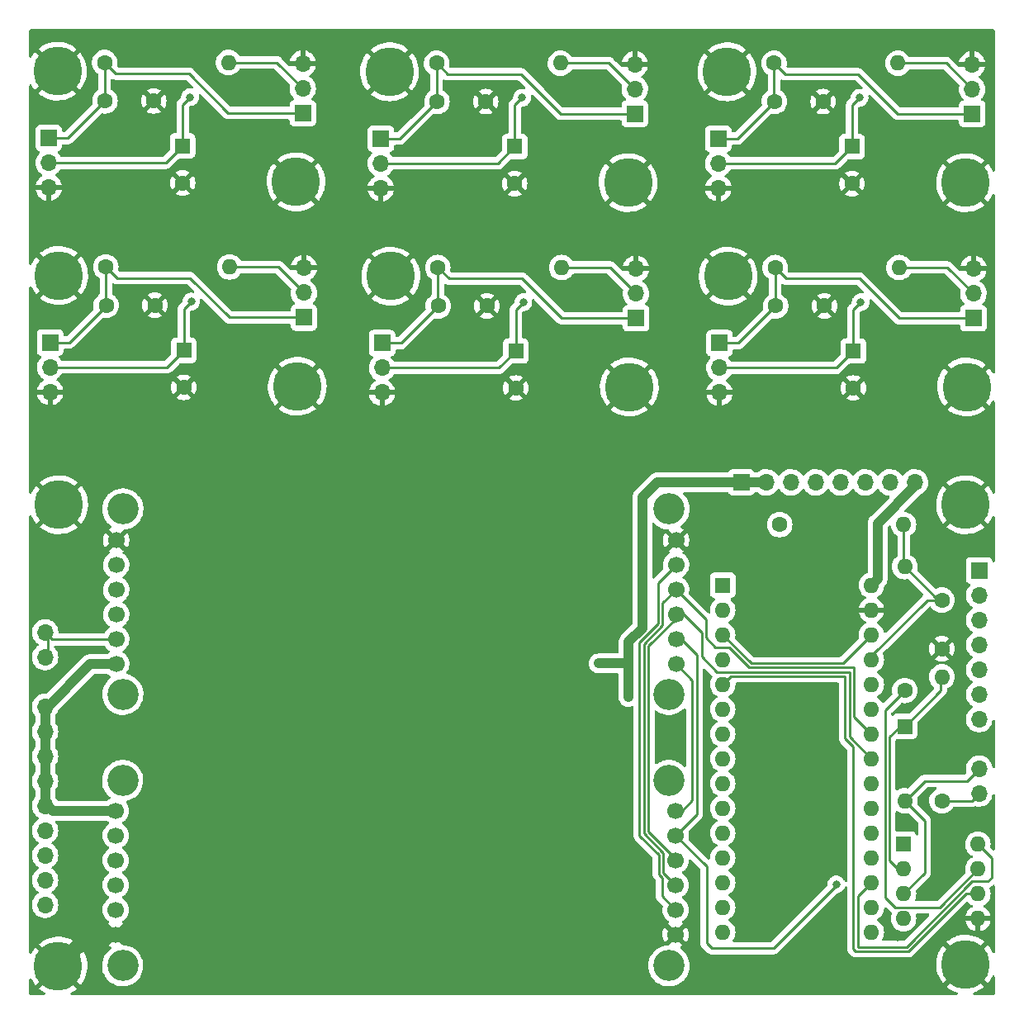
<source format=gbr>
%TF.GenerationSoftware,KiCad,Pcbnew,6.0.10-86aedd382b~118~ubuntu22.10.1*%
%TF.CreationDate,2023-02-15T12:29:17+01:00*%
%TF.ProjectId,railway,7261696c-7761-4792-9e6b-696361645f70,rev?*%
%TF.SameCoordinates,Original*%
%TF.FileFunction,Copper,L1,Top*%
%TF.FilePolarity,Positive*%
%FSLAX46Y46*%
G04 Gerber Fmt 4.6, Leading zero omitted, Abs format (unit mm)*
G04 Created by KiCad (PCBNEW 6.0.10-86aedd382b~118~ubuntu22.10.1) date 2023-02-15 12:29:17*
%MOMM*%
%LPD*%
G01*
G04 APERTURE LIST*
%TA.AperFunction,ComponentPad*%
%ADD10R,1.700000X1.700000*%
%TD*%
%TA.AperFunction,ComponentPad*%
%ADD11O,1.700000X1.700000*%
%TD*%
%TA.AperFunction,ComponentPad*%
%ADD12C,1.600000*%
%TD*%
%TA.AperFunction,ComponentPad*%
%ADD13O,1.600000X1.600000*%
%TD*%
%TA.AperFunction,ComponentPad*%
%ADD14C,0.800000*%
%TD*%
%TA.AperFunction,ComponentPad*%
%ADD15C,5.000000*%
%TD*%
%TA.AperFunction,ComponentPad*%
%ADD16R,1.600000X1.600000*%
%TD*%
%TA.AperFunction,WasherPad*%
%ADD17C,3.200000*%
%TD*%
%TA.AperFunction,ComponentPad*%
%ADD18C,1.700000*%
%TD*%
%TA.AperFunction,ViaPad*%
%ADD19C,0.800000*%
%TD*%
%TA.AperFunction,Conductor*%
%ADD20C,0.250000*%
%TD*%
%TA.AperFunction,Conductor*%
%ADD21C,1.500000*%
%TD*%
%TA.AperFunction,Conductor*%
%ADD22C,1.000000*%
%TD*%
G04 APERTURE END LIST*
D10*
%TO.P,J2,1,Pin_1*%
%TO.N,SIGNAL*%
X127309825Y-60127175D03*
D11*
%TO.P,J2,2,Pin_2*%
%TO.N,+5V*%
X127309825Y-57587175D03*
%TO.P,J2,3,Pin_3*%
%TO.N,GND*%
X127309825Y-55047175D03*
%TD*%
D10*
%TO.P,J2,1,Pin_1*%
%TO.N,SIGNAL*%
X92717500Y-60127175D03*
D11*
%TO.P,J2,2,Pin_2*%
%TO.N,+5V*%
X92717500Y-57587175D03*
%TO.P,J2,3,Pin_3*%
%TO.N,GND*%
X92717500Y-55047175D03*
%TD*%
D12*
%TO.P,C2,1*%
%TO.N,SIGNAL*%
X107029825Y-58872175D03*
%TO.P,C2,2*%
%TO.N,GND*%
X112029825Y-58872175D03*
%TD*%
%TO.P,R1,1*%
%TO.N,SIGNAL*%
X106989825Y-54935175D03*
D13*
%TO.P,R1,2*%
%TO.N,+5V*%
X119689825Y-54935175D03*
%TD*%
D14*
%TO.P,H1,1,1*%
%TO.N,GND*%
X125293175Y-65857175D03*
X126619000Y-69058000D03*
X126619000Y-65308000D03*
X127944825Y-65857175D03*
X128494000Y-67183000D03*
X127944825Y-68508825D03*
D15*
X126619000Y-67183000D03*
D14*
X124744000Y-67183000D03*
X125293175Y-68508825D03*
%TD*%
%TO.P,H2,1,1*%
%TO.N,GND*%
X104038825Y-55824175D03*
X103489650Y-54498350D03*
X102163825Y-53949175D03*
X100838000Y-57150000D03*
D15*
X102163825Y-55824175D03*
D14*
X100288825Y-55824175D03*
X102163825Y-57699175D03*
X103489650Y-57150000D03*
X100838000Y-54498350D03*
%TD*%
D16*
%TO.P,C1,1*%
%TO.N,+5V*%
X114990825Y-63487222D03*
D12*
%TO.P,C1,2*%
%TO.N,GND*%
X114990825Y-67287222D03*
%TD*%
D10*
%TO.P,J1,1,Pin_1*%
%TO.N,SIGNAL*%
X66682500Y-62682175D03*
D11*
%TO.P,J1,2,Pin_2*%
%TO.N,+5V*%
X66682500Y-65222175D03*
%TO.P,J1,3,Pin_3*%
%TO.N,GND*%
X66682500Y-67762175D03*
%TD*%
D12*
%TO.P,C2,1*%
%TO.N,SIGNAL*%
X72437500Y-58872175D03*
%TO.P,C2,2*%
%TO.N,GND*%
X77437500Y-58872175D03*
%TD*%
D14*
%TO.P,H1,1,1*%
%TO.N,GND*%
X90700850Y-65857175D03*
X92026675Y-69058000D03*
X92026675Y-65308000D03*
X93352500Y-65857175D03*
X93901675Y-67183000D03*
X93352500Y-68508825D03*
D15*
X92026675Y-67183000D03*
D14*
X90151675Y-67183000D03*
X90700850Y-68508825D03*
%TD*%
%TO.P,H2,1,1*%
%TO.N,GND*%
X69446500Y-55824175D03*
X68897325Y-54498350D03*
X67571500Y-53949175D03*
X66245675Y-57150000D03*
D15*
X67571500Y-55824175D03*
D14*
X65696500Y-55824175D03*
X67571500Y-57699175D03*
X68897325Y-57150000D03*
X66245675Y-54498350D03*
%TD*%
D12*
%TO.P,R1,1*%
%TO.N,SIGNAL*%
X72397500Y-54935175D03*
D13*
%TO.P,R1,2*%
%TO.N,+5V*%
X85097500Y-54935175D03*
%TD*%
D10*
%TO.P,J1,1,Pin_1*%
%TO.N,SIGNAL*%
X101274825Y-62682175D03*
D11*
%TO.P,J1,2,Pin_2*%
%TO.N,+5V*%
X101274825Y-65222175D03*
%TO.P,J1,3,Pin_3*%
%TO.N,GND*%
X101274825Y-67762175D03*
%TD*%
D14*
%TO.P,H2,1,1*%
%TO.N,GND*%
X35403000Y-55753000D03*
X34853825Y-54427175D03*
X33528000Y-53878000D03*
X32202175Y-57078825D03*
D15*
X33528000Y-55753000D03*
D14*
X31653000Y-55753000D03*
X33528000Y-57628000D03*
X34853825Y-57078825D03*
X32202175Y-54427175D03*
%TD*%
D10*
%TO.P,J2,1,Pin_1*%
%TO.N,SIGNAL*%
X58674000Y-60056000D03*
D11*
%TO.P,J2,2,Pin_2*%
%TO.N,+5V*%
X58674000Y-57516000D03*
%TO.P,J2,3,Pin_3*%
%TO.N,GND*%
X58674000Y-54976000D03*
%TD*%
D16*
%TO.P,C1,1*%
%TO.N,+5V*%
X46355000Y-63416047D03*
D12*
%TO.P,C1,2*%
%TO.N,GND*%
X46355000Y-67216047D03*
%TD*%
%TO.P,C2,1*%
%TO.N,SIGNAL*%
X38394000Y-58801000D03*
%TO.P,C2,2*%
%TO.N,GND*%
X43394000Y-58801000D03*
%TD*%
D14*
%TO.P,H1,1,1*%
%TO.N,GND*%
X56657350Y-65786000D03*
X57983175Y-68986825D03*
X57983175Y-65236825D03*
X59309000Y-65786000D03*
X59858175Y-67111825D03*
X59309000Y-68437650D03*
D15*
X57983175Y-67111825D03*
D14*
X56108175Y-67111825D03*
X56657350Y-68437650D03*
%TD*%
D12*
%TO.P,R1,1*%
%TO.N,SIGNAL*%
X38354000Y-54864000D03*
D13*
%TO.P,R1,2*%
%TO.N,+5V*%
X51054000Y-54864000D03*
%TD*%
D10*
%TO.P,J1,1,Pin_1*%
%TO.N,SIGNAL*%
X32639000Y-62611000D03*
D11*
%TO.P,J1,2,Pin_2*%
%TO.N,+5V*%
X32639000Y-65151000D03*
%TO.P,J1,3,Pin_3*%
%TO.N,GND*%
X32639000Y-67691000D03*
%TD*%
D16*
%TO.P,C1,1*%
%TO.N,+5V*%
X80398500Y-63487222D03*
D12*
%TO.P,C1,2*%
%TO.N,GND*%
X80398500Y-67287222D03*
%TD*%
D14*
%TO.P,H2,1,1*%
%TO.N,GND*%
X103911825Y-34869175D03*
X103362650Y-33543350D03*
X102036825Y-32994175D03*
X100711000Y-36195000D03*
D15*
X102036825Y-34869175D03*
D14*
X100161825Y-34869175D03*
X102036825Y-36744175D03*
X103362650Y-36195000D03*
X100711000Y-33543350D03*
%TD*%
D10*
%TO.P,J2,1,Pin_1*%
%TO.N,SIGNAL*%
X127182825Y-39172175D03*
D11*
%TO.P,J2,2,Pin_2*%
%TO.N,+5V*%
X127182825Y-36632175D03*
%TO.P,J2,3,Pin_3*%
%TO.N,GND*%
X127182825Y-34092175D03*
%TD*%
D16*
%TO.P,C1,1*%
%TO.N,+5V*%
X114863825Y-42532222D03*
D12*
%TO.P,C1,2*%
%TO.N,GND*%
X114863825Y-46332222D03*
%TD*%
%TO.P,C2,1*%
%TO.N,SIGNAL*%
X106902825Y-37917175D03*
%TO.P,C2,2*%
%TO.N,GND*%
X111902825Y-37917175D03*
%TD*%
D14*
%TO.P,H1,1,1*%
%TO.N,GND*%
X125166175Y-44902175D03*
X126492000Y-48103000D03*
X126492000Y-44353000D03*
X127817825Y-44902175D03*
X128367000Y-46228000D03*
X127817825Y-47553825D03*
D15*
X126492000Y-46228000D03*
D14*
X124617000Y-46228000D03*
X125166175Y-47553825D03*
%TD*%
D12*
%TO.P,R1,1*%
%TO.N,SIGNAL*%
X106862825Y-33980175D03*
D13*
%TO.P,R1,2*%
%TO.N,+5V*%
X119562825Y-33980175D03*
%TD*%
D10*
%TO.P,J1,1,Pin_1*%
%TO.N,SIGNAL*%
X101147825Y-41727175D03*
D11*
%TO.P,J1,2,Pin_2*%
%TO.N,+5V*%
X101147825Y-44267175D03*
%TO.P,J1,3,Pin_3*%
%TO.N,GND*%
X101147825Y-46807175D03*
%TD*%
D14*
%TO.P,H2,1,1*%
%TO.N,GND*%
X69319500Y-34869175D03*
X68770325Y-33543350D03*
X67444500Y-32994175D03*
X66118675Y-36195000D03*
D15*
X67444500Y-34869175D03*
D14*
X65569500Y-34869175D03*
X67444500Y-36744175D03*
X68770325Y-36195000D03*
X66118675Y-33543350D03*
%TD*%
D10*
%TO.P,J2,1,Pin_1*%
%TO.N,SIGNAL*%
X92590500Y-39172175D03*
D11*
%TO.P,J2,2,Pin_2*%
%TO.N,+5V*%
X92590500Y-36632175D03*
%TO.P,J2,3,Pin_3*%
%TO.N,GND*%
X92590500Y-34092175D03*
%TD*%
D16*
%TO.P,C1,1*%
%TO.N,+5V*%
X80271500Y-42532222D03*
D12*
%TO.P,C1,2*%
%TO.N,GND*%
X80271500Y-46332222D03*
%TD*%
%TO.P,C2,1*%
%TO.N,SIGNAL*%
X72310500Y-37917175D03*
%TO.P,C2,2*%
%TO.N,GND*%
X77310500Y-37917175D03*
%TD*%
D14*
%TO.P,H1,1,1*%
%TO.N,GND*%
X90573850Y-44902175D03*
X91899675Y-48103000D03*
X91899675Y-44353000D03*
X93225500Y-44902175D03*
X93774675Y-46228000D03*
X93225500Y-47553825D03*
D15*
X91899675Y-46228000D03*
D14*
X90024675Y-46228000D03*
X90573850Y-47553825D03*
%TD*%
D12*
%TO.P,R1,1*%
%TO.N,SIGNAL*%
X72270500Y-33980175D03*
D13*
%TO.P,R1,2*%
%TO.N,+5V*%
X84970500Y-33980175D03*
%TD*%
D10*
%TO.P,J1,1,Pin_1*%
%TO.N,SIGNAL*%
X66555500Y-41727175D03*
D11*
%TO.P,J1,2,Pin_2*%
%TO.N,+5V*%
X66555500Y-44267175D03*
%TO.P,J1,3,Pin_3*%
%TO.N,GND*%
X66555500Y-46807175D03*
%TD*%
D17*
%TO.P,U2,*%
%TO.N,*%
X96084000Y-126521000D03*
X40084000Y-107521000D03*
X96084000Y-107521000D03*
X40084000Y-126521000D03*
D18*
%TO.P,U2,1,GND*%
%TO.N,GND*%
X96774000Y-123317000D03*
X39370000Y-123317000D03*
%TO.P,U2,2,OE*%
%TO.N,D3*%
X96774000Y-120777000D03*
X39370000Y-120777000D03*
%TO.P,U2,3,SCL*%
%TO.N,SCL*%
X39370000Y-118237000D03*
X96774000Y-118237000D03*
%TO.P,U2,4,SDA*%
%TO.N,SDA*%
X96774000Y-115697000D03*
X39370000Y-115697000D03*
%TO.P,U2,5,VCC*%
%TO.N,+5V*%
X39370000Y-113157000D03*
X96774000Y-113157000D03*
%TO.P,U2,6,V+*%
%TO.N,V+*%
X96774000Y-110617000D03*
X39370000Y-110617000D03*
%TD*%
D16*
%TO.P,U3,1,NC*%
%TO.N,unconnected-(U3-Pad1)*%
X120152000Y-114056000D03*
D13*
%TO.P,U3,2,A*%
%TO.N,Net-(D1-Pad1)*%
X120152000Y-116596000D03*
%TO.P,U3,3,C*%
%TO.N,TRACK_A*%
X120152000Y-119136000D03*
%TO.P,U3,4*%
%TO.N,N/C*%
X120152000Y-121676000D03*
%TO.P,U3,5,GND*%
%TO.N,GND*%
X127772000Y-121676000D03*
%TO.P,U3,6,VO*%
%TO.N,D2*%
X127772000Y-119136000D03*
%TO.P,U3,7,EN*%
%TO.N,Net-(R3-Pad1)*%
X127772000Y-116596000D03*
%TO.P,U3,8,VCC*%
%TO.N,+5V*%
X127772000Y-114056000D03*
%TD*%
D10*
%TO.P,J1,1,Pin_1*%
%TO.N,SIGNAL*%
X32512000Y-41656000D03*
D11*
%TO.P,J1,2,Pin_2*%
%TO.N,+5V*%
X32512000Y-44196000D03*
%TO.P,J1,3,Pin_3*%
%TO.N,GND*%
X32512000Y-46736000D03*
%TD*%
D10*
%TO.P,J4,1,Pin_1*%
%TO.N,A7*%
X127889000Y-85984000D03*
D11*
%TO.P,J4,2,Pin_2*%
%TO.N,A6*%
X127889000Y-88524000D03*
%TO.P,J4,3,Pin_3*%
%TO.N,A3*%
X127889000Y-91064000D03*
%TO.P,J4,4,Pin_4*%
%TO.N,A2*%
X127889000Y-93604000D03*
%TO.P,J4,5,Pin_5*%
%TO.N,A1*%
X127889000Y-96144000D03*
%TO.P,J4,6,Pin_6*%
%TO.N,A0*%
X127889000Y-98684000D03*
%TO.P,J4,7,Pin_7*%
%TO.N,D13*%
X127889000Y-101224000D03*
%TO.P,J4,8,Pin_8*%
%TO.N,GND*%
X127889000Y-103764000D03*
%TO.P,J4,9,Pin_9*%
%TO.N,TRACK_A*%
X127889000Y-106304000D03*
%TO.P,J4,10,Pin_10*%
%TO.N,TRACK_B*%
X127889000Y-108844000D03*
%TD*%
D16*
%TO.P,D1,1,K*%
%TO.N,Net-(D1-Pad1)*%
X120269000Y-101981000D03*
D13*
%TO.P,D1,2,A*%
%TO.N,TRACK_A*%
X120269000Y-109601000D03*
%TD*%
D12*
%TO.P,R2,1*%
%TO.N,TRACK_B*%
X124079000Y-109601000D03*
D13*
%TO.P,R2,2*%
%TO.N,Net-(D1-Pad1)*%
X124079000Y-96901000D03*
%TD*%
D15*
%TO.P,H4,1,1*%
%TO.N,GND*%
X126492000Y-126365000D03*
D14*
X126492000Y-128240000D03*
X128367000Y-126365000D03*
X125166175Y-125039175D03*
X127817825Y-127690825D03*
X127817825Y-125039175D03*
X124617000Y-126365000D03*
X126492000Y-124490000D03*
X125166175Y-127690825D03*
%TD*%
D10*
%TO.P,J3,1,Pin_1*%
%TO.N,GND*%
X32131000Y-84709000D03*
D11*
%TO.P,J3,2,Pin_2*%
X32131000Y-87249000D03*
%TO.P,J3,3,Pin_3*%
X32131000Y-89789000D03*
%TO.P,J3,4,Pin_4*%
%TO.N,+5V*%
X32131000Y-92329000D03*
%TO.P,J3,5,Pin_5*%
X32131000Y-94869000D03*
%TO.P,J3,6,Pin_6*%
%TO.N,GND*%
X32131000Y-97409000D03*
%TO.P,J3,7,Pin_7*%
%TO.N,V+*%
X32131000Y-99949000D03*
%TO.P,J3,8,Pin_8*%
X32131000Y-102489000D03*
%TO.P,J3,9,Pin_9*%
X32131000Y-105029000D03*
%TO.P,J3,10,Pin_10*%
X32131000Y-107569000D03*
%TO.P,J3,11,Pin_11*%
X32131000Y-110109000D03*
%TO.P,J3,12,Pin_12*%
%TO.N,D9*%
X32131000Y-112649000D03*
%TO.P,J3,13,Pin_13*%
%TO.N,D10*%
X32131000Y-115189000D03*
%TO.P,J3,14,Pin_14*%
%TO.N,D11*%
X32131000Y-117729000D03*
%TO.P,J3,15,Pin_15*%
%TO.N,D12*%
X32131000Y-120269000D03*
%TD*%
D10*
%TO.P,J5,1,Pin_1*%
%TO.N,V+*%
X103520000Y-76962000D03*
D11*
%TO.P,J5,2,Pin_2*%
X106060000Y-76962000D03*
%TO.P,J5,3,Pin_3*%
%TO.N,D4*%
X108600000Y-76962000D03*
%TO.P,J5,4,Pin_4*%
%TO.N,D5*%
X111140000Y-76962000D03*
%TO.P,J5,5,Pin_5*%
%TO.N,D6*%
X113680000Y-76962000D03*
%TO.P,J5,6,Pin_6*%
%TO.N,D7*%
X116220000Y-76962000D03*
%TO.P,J5,7,Pin_7*%
%TO.N,D8*%
X118760000Y-76962000D03*
%TO.P,J5,8,Pin_8*%
%TO.N,+12V*%
X121300000Y-76962000D03*
%TD*%
D12*
%TO.P,R1,1*%
%TO.N,SIGNAL*%
X38227000Y-33909000D03*
D13*
%TO.P,R1,2*%
%TO.N,+5V*%
X50927000Y-33909000D03*
%TD*%
D12*
%TO.P,C3,1*%
%TO.N,+5V*%
X124079000Y-89027000D03*
%TO.P,C3,2*%
%TO.N,GND*%
X124079000Y-94027000D03*
%TD*%
D16*
%TO.P,A1,1,TX1*%
%TO.N,unconnected-(A1-Pad1)*%
X101610000Y-87503000D03*
D13*
%TO.P,A1,2,RX1*%
%TO.N,unconnected-(A1-Pad2)*%
X101610000Y-90043000D03*
%TO.P,A1,3,~{RESET}*%
%TO.N,RST*%
X101610000Y-92583000D03*
%TO.P,A1,4,GND*%
%TO.N,GND*%
X101610000Y-95123000D03*
%TO.P,A1,5,D2*%
%TO.N,D2*%
X101610000Y-97663000D03*
%TO.P,A1,6,D3*%
%TO.N,D3*%
X101610000Y-100203000D03*
%TO.P,A1,7,D4*%
%TO.N,D4*%
X101610000Y-102743000D03*
%TO.P,A1,8,D5*%
%TO.N,D5*%
X101610000Y-105283000D03*
%TO.P,A1,9,D6*%
%TO.N,D6*%
X101610000Y-107823000D03*
%TO.P,A1,10,D7*%
%TO.N,D7*%
X101610000Y-110363000D03*
%TO.P,A1,11,D8*%
%TO.N,D8*%
X101610000Y-112903000D03*
%TO.P,A1,12,D9*%
%TO.N,D9*%
X101610000Y-115443000D03*
%TO.P,A1,13,D10*%
%TO.N,D10*%
X101610000Y-117983000D03*
%TO.P,A1,14,MOSI*%
%TO.N,D11*%
X101610000Y-120523000D03*
%TO.P,A1,15,MISO*%
%TO.N,D12*%
X101610000Y-123063000D03*
%TO.P,A1,16,SCK*%
%TO.N,D13*%
X116850000Y-123063000D03*
%TO.P,A1,17,3V3*%
%TO.N,+3V3*%
X116850000Y-120523000D03*
%TO.P,A1,18,AREF*%
%TO.N,+5V*%
X116850000Y-117983000D03*
%TO.P,A1,19,A0*%
%TO.N,A0*%
X116850000Y-115443000D03*
%TO.P,A1,20,A1*%
%TO.N,A1*%
X116850000Y-112903000D03*
%TO.P,A1,21,A2*%
%TO.N,A2*%
X116850000Y-110363000D03*
%TO.P,A1,22,A3*%
%TO.N,A3*%
X116850000Y-107823000D03*
%TO.P,A1,23,SDA/A4*%
%TO.N,SDA*%
X116850000Y-105283000D03*
%TO.P,A1,24,SCL/A5*%
%TO.N,SCL*%
X116850000Y-102743000D03*
%TO.P,A1,25,A6*%
%TO.N,A6*%
X116850000Y-100203000D03*
%TO.P,A1,26,A7*%
%TO.N,A7*%
X116850000Y-97663000D03*
%TO.P,A1,27,+5V*%
%TO.N,+5V*%
X116850000Y-95123000D03*
%TO.P,A1,28,~{RESET}*%
%TO.N,RST*%
X116850000Y-92583000D03*
%TO.P,A1,29,GND*%
%TO.N,GND*%
X116850000Y-90043000D03*
%TO.P,A1,30,VIN*%
%TO.N,+12V*%
X116850000Y-87503000D03*
%TD*%
D12*
%TO.P,R4,1*%
%TO.N,D2*%
X107442000Y-81280000D03*
D13*
%TO.P,R4,2*%
%TO.N,+5V*%
X120142000Y-81280000D03*
%TD*%
D14*
%TO.P,H6,1,1*%
%TO.N,GND*%
X32131000Y-127889000D03*
X32131000Y-125237350D03*
X33456825Y-128438175D03*
X35331825Y-126563175D03*
D15*
X33456825Y-126563175D03*
D14*
X31581825Y-126563175D03*
X34782650Y-125237350D03*
X33456825Y-124688175D03*
X34782650Y-127889000D03*
%TD*%
%TO.P,H1,1,1*%
%TO.N,GND*%
X56530350Y-44831000D03*
X57856175Y-48031825D03*
X57856175Y-44281825D03*
X59182000Y-44831000D03*
X59731175Y-46156825D03*
X59182000Y-47482650D03*
D15*
X57856175Y-46156825D03*
D14*
X55981175Y-46156825D03*
X56530350Y-47482650D03*
%TD*%
D15*
%TO.P,H5,1,1*%
%TO.N,GND*%
X33528000Y-79248000D03*
D14*
X32202175Y-77922175D03*
X34853825Y-77922175D03*
X33528000Y-77373000D03*
X35403000Y-79248000D03*
X33528000Y-81123000D03*
X31653000Y-79248000D03*
X34853825Y-80573825D03*
X32202175Y-80573825D03*
%TD*%
D12*
%TO.P,C2,1*%
%TO.N,SIGNAL*%
X38267000Y-37846000D03*
%TO.P,C2,2*%
%TO.N,GND*%
X43267000Y-37846000D03*
%TD*%
D17*
%TO.P,U1,*%
%TO.N,*%
X40104000Y-98686000D03*
X96104000Y-79686000D03*
X96104000Y-98686000D03*
X40104000Y-79686000D03*
D18*
%TO.P,U1,1,GND*%
%TO.N,GND*%
X39414000Y-82890000D03*
X96818000Y-82890000D03*
%TO.P,U1,2,OE*%
%TO.N,D3*%
X39414000Y-85430000D03*
X96818000Y-85430000D03*
%TO.P,U1,3,SCL*%
%TO.N,SCL*%
X96818000Y-87970000D03*
X39414000Y-87970000D03*
%TO.P,U1,4,SDA*%
%TO.N,SDA*%
X96818000Y-90510000D03*
X39414000Y-90510000D03*
%TO.P,U1,5,VCC*%
%TO.N,+5V*%
X39414000Y-93050000D03*
X96818000Y-93050000D03*
%TO.P,U1,6,V+*%
%TO.N,V+*%
X96818000Y-95590000D03*
X39414000Y-95590000D03*
%TD*%
D16*
%TO.P,C1,1*%
%TO.N,+5V*%
X46228000Y-42461047D03*
D12*
%TO.P,C1,2*%
%TO.N,GND*%
X46228000Y-46261047D03*
%TD*%
D10*
%TO.P,J2,1,Pin_1*%
%TO.N,SIGNAL*%
X58547000Y-39101000D03*
D11*
%TO.P,J2,2,Pin_2*%
%TO.N,+5V*%
X58547000Y-36561000D03*
%TO.P,J2,3,Pin_3*%
%TO.N,GND*%
X58547000Y-34021000D03*
%TD*%
D12*
%TO.P,R3,1*%
%TO.N,Net-(R3-Pad1)*%
X120269000Y-98298000D03*
D13*
%TO.P,R3,2*%
%TO.N,+5V*%
X120269000Y-85598000D03*
%TD*%
D14*
%TO.P,H3,1,1*%
%TO.N,GND*%
X128367000Y-79248000D03*
X126492000Y-77373000D03*
D15*
X126492000Y-79248000D03*
D14*
X127817825Y-80573825D03*
X127817825Y-77922175D03*
X124617000Y-79248000D03*
X125166175Y-77922175D03*
X126492000Y-81123000D03*
X125166175Y-80573825D03*
%TD*%
%TO.P,H2,1,1*%
%TO.N,GND*%
X35276000Y-34798000D03*
X34726825Y-33472175D03*
X33401000Y-32923000D03*
X32075175Y-36123825D03*
D15*
X33401000Y-34798000D03*
D14*
X31526000Y-34798000D03*
X33401000Y-36673000D03*
X34726825Y-36123825D03*
X32075175Y-33472175D03*
%TD*%
D19*
%TO.N,GND*%
X109910825Y-66619175D03*
X112704825Y-63190175D03*
X112323825Y-54808175D03*
X77731500Y-54808175D03*
X35687000Y-59182000D03*
X110291825Y-54808175D03*
%TO.N,+5V*%
X115752825Y-58491175D03*
%TO.N,GND*%
X114355825Y-54808175D03*
X35687000Y-63881000D03*
X104322825Y-59253175D03*
X104322825Y-63952175D03*
X119562825Y-57729175D03*
X109529825Y-57983175D03*
X104449825Y-66492175D03*
X50927000Y-57658000D03*
X74937500Y-57983175D03*
X40894000Y-57912000D03*
X69857500Y-66492175D03*
%TO.N,+5V*%
X81160500Y-58491175D03*
%TO.N,GND*%
X75699500Y-54808175D03*
X78112500Y-63190175D03*
X35814000Y-66421000D03*
X79763500Y-54808175D03*
X75318500Y-66619175D03*
X43688000Y-54737000D03*
X41275000Y-66548000D03*
X69730500Y-59253175D03*
X69730500Y-63952175D03*
X45720000Y-54737000D03*
X44069000Y-63119000D03*
%TO.N,+5V*%
X47117000Y-58420000D03*
%TO.N,GND*%
X84970500Y-57729175D03*
X41656000Y-54737000D03*
X104195825Y-38298175D03*
X104195825Y-42997175D03*
X119435825Y-36774175D03*
X109402825Y-37028175D03*
X104322825Y-45537175D03*
X112196825Y-33853175D03*
X109783825Y-45664175D03*
X114228825Y-33853175D03*
X112577825Y-42235175D03*
%TO.N,+5V*%
X115625825Y-37536175D03*
%TO.N,GND*%
X110164825Y-33853175D03*
X69603500Y-38298175D03*
X69603500Y-42997175D03*
X84843500Y-36774175D03*
X74810500Y-37028175D03*
X69730500Y-45537175D03*
X77604500Y-33853175D03*
X75191500Y-45664175D03*
X79636500Y-33853175D03*
X77985500Y-42235175D03*
%TO.N,+5V*%
X81033500Y-37536175D03*
%TO.N,GND*%
X75572500Y-33853175D03*
X35560000Y-38227000D03*
X35560000Y-42926000D03*
X35687000Y-45466000D03*
X41148000Y-45593000D03*
X43942000Y-42164000D03*
X50800000Y-36703000D03*
X40767000Y-36957000D03*
X45593000Y-33782000D03*
X43561000Y-33782000D03*
X41529000Y-33782000D03*
X69596000Y-108712000D03*
X67945000Y-108712000D03*
X66421000Y-108712000D03*
X69469000Y-97282000D03*
X66675000Y-97282000D03*
X68072000Y-97282000D03*
X109855000Y-87503000D03*
X109855000Y-88900000D03*
X109855000Y-90170000D03*
X109855000Y-91440000D03*
X109855000Y-92710000D03*
X109855000Y-93980000D03*
X120142000Y-111760000D03*
X119507000Y-123571000D03*
X99568000Y-113030000D03*
X96139000Y-103124000D03*
X122428000Y-118999000D03*
X123952000Y-115824000D03*
X123952000Y-114681000D03*
X106426000Y-100457000D03*
X106426000Y-99314000D03*
X106426000Y-98171000D03*
X109220000Y-113919000D03*
X109220000Y-116332000D03*
X109220000Y-115062000D03*
X87249000Y-114427000D03*
X87249000Y-90551000D03*
X87249000Y-116586000D03*
X87249000Y-115570000D03*
X87249000Y-88265000D03*
X87249000Y-99060000D03*
X87249000Y-106934000D03*
X87249000Y-89408000D03*
X87249000Y-107950000D03*
X87249000Y-97028000D03*
X87249000Y-108966000D03*
X87249000Y-98044000D03*
X87249000Y-87122000D03*
%TO.N,+5V*%
X46990000Y-37465000D03*
X113252500Y-118173500D03*
%TO.N,GND*%
X94996000Y-122936000D03*
X103632000Y-125857000D03*
X91233500Y-122936000D03*
X104775000Y-125857000D03*
X43307000Y-121920000D03*
X108013500Y-125031500D03*
X36703000Y-120269000D03*
X36703000Y-116840000D03*
X107188000Y-125857000D03*
X122301000Y-91567000D03*
X36703000Y-119126000D03*
X36703000Y-117983000D03*
X44069000Y-121158000D03*
X93726000Y-122936000D03*
X92456000Y-122936000D03*
X36703000Y-115697000D03*
X44831000Y-120396000D03*
X105918000Y-125857000D03*
%TO.N,V+*%
X91932000Y-98949000D03*
X91932000Y-96663000D03*
X91932000Y-95520000D03*
X90916000Y-95520000D03*
X88884000Y-95520000D03*
X89900000Y-95520000D03*
X91932000Y-97806000D03*
%TD*%
D20*
%TO.N,SIGNAL*%
X72397500Y-58832175D02*
X72437500Y-58872175D01*
X85082500Y-60127175D02*
X92717500Y-60127175D01*
X106989825Y-58832175D02*
X107029825Y-58872175D01*
X119674825Y-60127175D02*
X127309825Y-60127175D01*
X103219825Y-62682175D02*
X107029825Y-58872175D01*
X115625825Y-56078175D02*
X119674825Y-60127175D01*
X106989825Y-54935175D02*
X106989825Y-58832175D01*
X108132825Y-56078175D02*
X115625825Y-56078175D01*
X106989825Y-54935175D02*
X108132825Y-56078175D01*
X101274825Y-62682175D02*
X103219825Y-62682175D01*
%TO.N,+5V*%
X124657825Y-54935175D02*
X127309825Y-57587175D01*
X101274825Y-65222175D02*
X113255872Y-65222175D01*
X114990825Y-63487222D02*
X114990825Y-59253175D01*
X114990825Y-59253175D02*
X115752825Y-58491175D01*
X119689825Y-54935175D02*
X124657825Y-54935175D01*
X113255872Y-65222175D02*
X114990825Y-63487222D01*
%TO.N,SIGNAL*%
X73540500Y-56078175D02*
X81033500Y-56078175D01*
X72397500Y-54935175D02*
X73540500Y-56078175D01*
%TO.N,+5V*%
X80398500Y-63487222D02*
X80398500Y-59253175D01*
X80398500Y-59253175D02*
X81160500Y-58491175D01*
%TO.N,SIGNAL*%
X81033500Y-56078175D02*
X85082500Y-60127175D01*
X72397500Y-54935175D02*
X72397500Y-58832175D01*
%TO.N,+5V*%
X90065500Y-54935175D02*
X92717500Y-57587175D01*
%TO.N,SIGNAL*%
X38354000Y-58761000D02*
X38394000Y-58801000D01*
X51039000Y-60056000D02*
X58674000Y-60056000D01*
X34584000Y-62611000D02*
X38394000Y-58801000D01*
X46990000Y-56007000D02*
X51039000Y-60056000D01*
X38354000Y-54864000D02*
X38354000Y-58761000D01*
X39497000Y-56007000D02*
X46990000Y-56007000D01*
X38354000Y-54864000D02*
X39497000Y-56007000D01*
X32639000Y-62611000D02*
X34584000Y-62611000D01*
%TO.N,+5V*%
X66682500Y-65222175D02*
X78663547Y-65222175D01*
%TO.N,SIGNAL*%
X66682500Y-62682175D02*
X68627500Y-62682175D01*
%TO.N,+5V*%
X56022000Y-54864000D02*
X58674000Y-57516000D01*
X32639000Y-65151000D02*
X44620047Y-65151000D01*
X46355000Y-63416047D02*
X46355000Y-59182000D01*
X46355000Y-59182000D02*
X47117000Y-58420000D01*
X51054000Y-54864000D02*
X56022000Y-54864000D01*
X44620047Y-65151000D02*
X46355000Y-63416047D01*
X85097500Y-54935175D02*
X90065500Y-54935175D01*
%TO.N,SIGNAL*%
X68627500Y-62682175D02*
X72437500Y-58872175D01*
%TO.N,+5V*%
X78663547Y-65222175D02*
X80398500Y-63487222D01*
%TO.N,SIGNAL*%
X106862825Y-37877175D02*
X106902825Y-37917175D01*
X119547825Y-39172175D02*
X127182825Y-39172175D01*
X103092825Y-41727175D02*
X106902825Y-37917175D01*
X115498825Y-35123175D02*
X119547825Y-39172175D01*
X106862825Y-33980175D02*
X106862825Y-37877175D01*
X108005825Y-35123175D02*
X115498825Y-35123175D01*
X106862825Y-33980175D02*
X108005825Y-35123175D01*
X101147825Y-41727175D02*
X103092825Y-41727175D01*
%TO.N,+5V*%
X124530825Y-33980175D02*
X127182825Y-36632175D01*
X101147825Y-44267175D02*
X113128872Y-44267175D01*
X114863825Y-42532222D02*
X114863825Y-38298175D01*
X114863825Y-38298175D02*
X115625825Y-37536175D01*
X119562825Y-33980175D02*
X124530825Y-33980175D01*
X113128872Y-44267175D02*
X114863825Y-42532222D01*
%TO.N,SIGNAL*%
X72270500Y-37877175D02*
X72310500Y-37917175D01*
X84955500Y-39172175D02*
X92590500Y-39172175D01*
X68500500Y-41727175D02*
X72310500Y-37917175D01*
X80906500Y-35123175D02*
X84955500Y-39172175D01*
X72270500Y-33980175D02*
X72270500Y-37877175D01*
X73413500Y-35123175D02*
X80906500Y-35123175D01*
X72270500Y-33980175D02*
X73413500Y-35123175D01*
X66555500Y-41727175D02*
X68500500Y-41727175D01*
%TO.N,+5V*%
X89938500Y-33980175D02*
X92590500Y-36632175D01*
X66555500Y-44267175D02*
X78536547Y-44267175D01*
X80271500Y-42532222D02*
X80271500Y-38298175D01*
X80271500Y-38298175D02*
X81033500Y-37536175D01*
X84970500Y-33980175D02*
X89938500Y-33980175D01*
X78536547Y-44267175D02*
X80271500Y-42532222D01*
%TO.N,Net-(R3-Pad1)*%
X120269000Y-98298000D02*
X118237000Y-100330000D01*
X118237000Y-100330000D02*
X118237000Y-119507000D01*
X118237000Y-119507000D02*
X119253000Y-120523000D01*
X119253000Y-120523000D02*
X123845000Y-120523000D01*
X123845000Y-120523000D02*
X127772000Y-116596000D01*
%TO.N,+5V*%
X44493047Y-44196000D02*
X46228000Y-42461047D01*
X120142000Y-85471000D02*
X120269000Y-85598000D01*
X32852000Y-93050000D02*
X32385000Y-92583000D01*
X129159000Y-117475000D02*
X129159000Y-115443000D01*
X120269000Y-85598000D02*
X123698000Y-89027000D01*
X115443000Y-124587000D02*
X120440009Y-124587000D01*
X39414000Y-93050000D02*
X32852000Y-93050000D01*
X98933000Y-94615000D02*
X98933000Y-110998000D01*
X116850000Y-95123000D02*
X116850000Y-94732000D01*
X128778000Y-117856000D02*
X129159000Y-117475000D01*
X120440009Y-124587000D02*
X127171009Y-117856000D01*
X122555000Y-89027000D02*
X124079000Y-89027000D01*
X50927000Y-33909000D02*
X55895000Y-33909000D01*
X123698000Y-89027000D02*
X124079000Y-89027000D01*
X120142000Y-81280000D02*
X120142000Y-85471000D01*
X116850000Y-117983000D02*
X115443000Y-119390000D01*
X32385000Y-92583000D02*
X32385000Y-94869000D01*
X99949000Y-116332000D02*
X96774000Y-113157000D01*
X106807000Y-124714000D02*
X100457000Y-124714000D01*
X98933000Y-110998000D02*
X96774000Y-113157000D01*
X129159000Y-115443000D02*
X127772000Y-114056000D01*
X96818000Y-93050000D02*
X97368000Y-93050000D01*
X46228000Y-38227000D02*
X46990000Y-37465000D01*
X113252500Y-118268500D02*
X106807000Y-124714000D01*
X127171009Y-117856000D02*
X128778000Y-117856000D01*
X46228000Y-42461047D02*
X46228000Y-38227000D01*
X32512000Y-44196000D02*
X44493047Y-44196000D01*
X113252500Y-118173500D02*
X113252500Y-118268500D01*
X97368000Y-93050000D02*
X98933000Y-94615000D01*
X115443000Y-119390000D02*
X115443000Y-124587000D01*
X100457000Y-124714000D02*
X99949000Y-124206000D01*
X55895000Y-33909000D02*
X58547000Y-36561000D01*
X99949000Y-124206000D02*
X99949000Y-116332000D01*
X116850000Y-94732000D02*
X122555000Y-89027000D01*
%TO.N,GND*%
X122301000Y-92249000D02*
X124079000Y-94027000D01*
D21*
X44831000Y-120396000D02*
X44069000Y-121158000D01*
X43307000Y-121920000D02*
X41910000Y-123317000D01*
X36703000Y-123317000D02*
X34782650Y-125237350D01*
X44069000Y-121158000D02*
X43307000Y-121920000D01*
X41910000Y-123317000D02*
X36703000Y-123317000D01*
D20*
X122301000Y-91567000D02*
X122301000Y-92249000D01*
%TO.N,RST*%
X104520000Y-95493000D02*
X113940000Y-95493000D01*
X101610000Y-92583000D02*
X104520000Y-95493000D01*
X113940000Y-95493000D02*
X116850000Y-92583000D01*
%TO.N,D2*%
X127772000Y-119136000D02*
X126527405Y-119136000D01*
X114993000Y-124773396D02*
X114993000Y-104062396D01*
X102430000Y-96843000D02*
X101610000Y-97663000D01*
X114162000Y-103231396D02*
X114162000Y-96843000D01*
X126527405Y-119136000D02*
X120626405Y-125037000D01*
X115256604Y-125037000D02*
X114993000Y-124773396D01*
X120626405Y-125037000D02*
X115256604Y-125037000D01*
X114162000Y-96843000D02*
X102430000Y-96843000D01*
X114993000Y-104062396D02*
X114162000Y-103231396D01*
%TO.N,D3*%
X95054000Y-115122792D02*
X95054000Y-117153396D01*
X95054000Y-117153396D02*
X95377000Y-117476396D01*
X95377000Y-119380000D02*
X96774000Y-120777000D01*
X96818000Y-85430000D02*
X94996000Y-87252000D01*
X94996000Y-91437208D02*
X93080000Y-93353208D01*
X93080000Y-113148792D02*
X95054000Y-115122792D01*
X95377000Y-117476396D02*
X95377000Y-119380000D01*
X93080000Y-93353208D02*
X93080000Y-113148792D01*
X94996000Y-87252000D02*
X94996000Y-91437208D01*
%TO.N,SIGNAL*%
X32512000Y-41656000D02*
X34457000Y-41656000D01*
X38227000Y-33909000D02*
X39370000Y-35052000D01*
X39370000Y-35052000D02*
X46863000Y-35052000D01*
X38227000Y-33909000D02*
X38227000Y-37806000D01*
X46863000Y-35052000D02*
X50912000Y-39101000D01*
X34457000Y-41656000D02*
X38267000Y-37846000D01*
X50912000Y-39101000D02*
X58547000Y-39101000D01*
X38227000Y-37806000D02*
X38267000Y-37846000D01*
%TO.N,SDA*%
X96774000Y-115570000D02*
X96774000Y-115697000D01*
X96818000Y-90888000D02*
X93980000Y-93726000D01*
X93980000Y-93726000D02*
X93980000Y-112776000D01*
X114612000Y-96393000D02*
X114612000Y-103045000D01*
X96818000Y-90510000D02*
X96818000Y-90888000D01*
X96818000Y-90510000D02*
X97622000Y-90510000D01*
X97622000Y-90510000D02*
X99441000Y-92329000D01*
X99441000Y-92329000D02*
X99441000Y-94834991D01*
X114612000Y-103045000D02*
X116850000Y-105283000D01*
X99441000Y-94834991D02*
X100999009Y-96393000D01*
X93980000Y-112776000D02*
X96774000Y-115570000D01*
X100999009Y-96393000D02*
X114612000Y-96393000D01*
%TO.N,SCL*%
X95504000Y-114936396D02*
X95504000Y-116967000D01*
X104333604Y-95943000D02*
X115062000Y-95943000D01*
X115062000Y-100955000D02*
X116850000Y-102743000D01*
X95446000Y-91623604D02*
X93530000Y-93539604D01*
X95446000Y-89342000D02*
X95446000Y-91623604D01*
X99891000Y-91043000D02*
X99891000Y-92906000D01*
X102243604Y-93853000D02*
X104333604Y-95943000D01*
X96818000Y-87970000D02*
X95446000Y-89342000D01*
X93530000Y-93539604D02*
X93530000Y-112962396D01*
X93530000Y-112962396D02*
X95504000Y-114936396D01*
X96818000Y-87970000D02*
X99891000Y-91043000D01*
X100838000Y-93853000D02*
X102243604Y-93853000D01*
X115062000Y-95943000D02*
X115062000Y-100955000D01*
X95504000Y-116967000D02*
X96774000Y-118237000D01*
X99891000Y-92906000D02*
X100838000Y-93853000D01*
D22*
%TO.N,+12V*%
X121300000Y-76962000D02*
X121300000Y-77328000D01*
X121300000Y-77328000D02*
X117475000Y-81153000D01*
X117475000Y-81153000D02*
X117475000Y-86878000D01*
X117475000Y-86878000D02*
X116850000Y-87503000D01*
D20*
%TO.N,Net-(D1-Pad1)*%
X119761000Y-101981000D02*
X118687000Y-103055000D01*
X118687000Y-103055000D02*
X118687000Y-115766000D01*
X119517000Y-116596000D02*
X120152000Y-116596000D01*
X123952000Y-96901000D02*
X123952000Y-98298000D01*
X120269000Y-101981000D02*
X119761000Y-101981000D01*
X118687000Y-115766000D02*
X119517000Y-116596000D01*
X123952000Y-98298000D02*
X120269000Y-101981000D01*
%TO.N,TRACK_A*%
X120269000Y-109601000D02*
X122301000Y-111633000D01*
X120269000Y-109601000D02*
X122301000Y-107569000D01*
X122301000Y-116987000D02*
X120152000Y-119136000D01*
X122301000Y-111633000D02*
X122301000Y-116987000D01*
X126624000Y-107569000D02*
X127889000Y-106304000D01*
X122301000Y-107569000D02*
X126624000Y-107569000D01*
%TO.N,TRACK_B*%
X127132000Y-109601000D02*
X127889000Y-108844000D01*
X123952000Y-109601000D02*
X127132000Y-109601000D01*
D22*
%TO.N,V+*%
X39414000Y-95590000D02*
X36744000Y-95590000D01*
X36744000Y-95590000D02*
X32131000Y-100203000D01*
D20*
X96818000Y-95590000D02*
X98483000Y-97255000D01*
D22*
X91932000Y-95520000D02*
X91932000Y-96663000D01*
X91948000Y-95504000D02*
X91932000Y-95520000D01*
D20*
X97409000Y-110617000D02*
X96774000Y-110617000D01*
D22*
X103520000Y-76962000D02*
X106060000Y-76962000D01*
X32131000Y-100203000D02*
X32131000Y-109855000D01*
X91932000Y-95520000D02*
X88884000Y-95520000D01*
X103520000Y-76962000D02*
X94869000Y-76962000D01*
D20*
X98483000Y-97255000D02*
X98483000Y-109543000D01*
D22*
X32131000Y-109855000D02*
X32893000Y-110617000D01*
X32893000Y-110617000D02*
X39370000Y-110617000D01*
X93345000Y-78486000D02*
X93345000Y-91921482D01*
X91932000Y-97806000D02*
X91932000Y-98949000D01*
X91932000Y-96663000D02*
X91932000Y-97806000D01*
X93345000Y-91921482D02*
X91948000Y-93318482D01*
X91948000Y-93318482D02*
X91948000Y-95504000D01*
D20*
X98483000Y-109543000D02*
X97409000Y-110617000D01*
D22*
X94869000Y-76962000D02*
X93345000Y-78486000D01*
%TD*%
%TA.AperFunction,Conductor*%
%TO.N,GND*%
G36*
X129433621Y-30528502D02*
G01*
X129480114Y-30582158D01*
X129491500Y-30634500D01*
X129491500Y-44976540D01*
X129471498Y-45044661D01*
X129417842Y-45091154D01*
X129347568Y-45101258D01*
X129282988Y-45071764D01*
X129249603Y-45025975D01*
X129192290Y-44891608D01*
X129189073Y-44885125D01*
X129020788Y-44590089D01*
X129016856Y-44584034D01*
X128815774Y-44310295D01*
X128811166Y-44304726D01*
X128805830Y-44298984D01*
X128792178Y-44290866D01*
X128791570Y-44290887D01*
X128783092Y-44296119D01*
X126864020Y-46215190D01*
X126856408Y-46229131D01*
X126856539Y-46230966D01*
X126860790Y-46237580D01*
X128778268Y-48155057D01*
X128791622Y-48162349D01*
X128801594Y-48155295D01*
X128908641Y-48027267D01*
X128912957Y-48021456D01*
X129099432Y-47737575D01*
X129103046Y-47731313D01*
X129252935Y-47433295D01*
X129301413Y-47381425D01*
X129370237Y-47363998D01*
X129437558Y-47386547D01*
X129482001Y-47441913D01*
X129491500Y-47489909D01*
X129491500Y-65672469D01*
X129471498Y-65740590D01*
X129417842Y-65787083D01*
X129347568Y-65797187D01*
X129282988Y-65767693D01*
X129256052Y-65734897D01*
X129147788Y-65545089D01*
X129143856Y-65539034D01*
X128942774Y-65265295D01*
X128938166Y-65259726D01*
X128932830Y-65253984D01*
X128919178Y-65245866D01*
X128918570Y-65245887D01*
X128910092Y-65251119D01*
X126991020Y-67170190D01*
X126983408Y-67184131D01*
X126983539Y-67185966D01*
X126987790Y-67192580D01*
X128905268Y-69110057D01*
X128918622Y-69117349D01*
X128928594Y-69110295D01*
X129035641Y-68982267D01*
X129039957Y-68976456D01*
X129226432Y-68692575D01*
X129230050Y-68686306D01*
X129252936Y-68640804D01*
X129301413Y-68588935D01*
X129370238Y-68571508D01*
X129437558Y-68594057D01*
X129482001Y-68649423D01*
X129491500Y-68697419D01*
X129491500Y-77996540D01*
X129471498Y-78064661D01*
X129417842Y-78111154D01*
X129347568Y-78121258D01*
X129282988Y-78091764D01*
X129249603Y-78045975D01*
X129192290Y-77911608D01*
X129189073Y-77905125D01*
X129020788Y-77610089D01*
X129016856Y-77604034D01*
X128815774Y-77330295D01*
X128811166Y-77324726D01*
X128805830Y-77318984D01*
X128792178Y-77310866D01*
X128791570Y-77310887D01*
X128783092Y-77316119D01*
X126864020Y-79235190D01*
X126856408Y-79249131D01*
X126856539Y-79250966D01*
X126860790Y-79257580D01*
X128778268Y-81175057D01*
X128791622Y-81182349D01*
X128801594Y-81175295D01*
X128908641Y-81047267D01*
X128912957Y-81041456D01*
X129099432Y-80757575D01*
X129103046Y-80751313D01*
X129252935Y-80453295D01*
X129301413Y-80401425D01*
X129370237Y-80383998D01*
X129437558Y-80406547D01*
X129482001Y-80461913D01*
X129491500Y-80509909D01*
X129491500Y-85007939D01*
X129471498Y-85076060D01*
X129417842Y-85122553D01*
X129347568Y-85132657D01*
X129282988Y-85103163D01*
X129242918Y-85037086D01*
X129241598Y-85031534D01*
X129240745Y-85023684D01*
X129189615Y-84887295D01*
X129102261Y-84770739D01*
X128985705Y-84683385D01*
X128849316Y-84632255D01*
X128787134Y-84625500D01*
X126990866Y-84625500D01*
X126928684Y-84632255D01*
X126792295Y-84683385D01*
X126675739Y-84770739D01*
X126588385Y-84887295D01*
X126537255Y-85023684D01*
X126530500Y-85085866D01*
X126530500Y-86882134D01*
X126537255Y-86944316D01*
X126588385Y-87080705D01*
X126675739Y-87197261D01*
X126792295Y-87284615D01*
X126800704Y-87287767D01*
X126800705Y-87287768D01*
X126909451Y-87328535D01*
X126966216Y-87371176D01*
X126990916Y-87437738D01*
X126975709Y-87507087D01*
X126956316Y-87533568D01*
X126866765Y-87627278D01*
X126829629Y-87666138D01*
X126826715Y-87670410D01*
X126826714Y-87670411D01*
X126781698Y-87736402D01*
X126703743Y-87850680D01*
X126688003Y-87884590D01*
X126615907Y-88039908D01*
X126609688Y-88053305D01*
X126549989Y-88268570D01*
X126526251Y-88490695D01*
X126526548Y-88495848D01*
X126526548Y-88495851D01*
X126534708Y-88637366D01*
X126539110Y-88713715D01*
X126540247Y-88718761D01*
X126540248Y-88718767D01*
X126560119Y-88806939D01*
X126588222Y-88931639D01*
X126632663Y-89041084D01*
X126668555Y-89129476D01*
X126672266Y-89138616D01*
X126674965Y-89143020D01*
X126781377Y-89316669D01*
X126788987Y-89329088D01*
X126935250Y-89497938D01*
X127107126Y-89640632D01*
X127134129Y-89656411D01*
X127180445Y-89683476D01*
X127229169Y-89735114D01*
X127242240Y-89804897D01*
X127215509Y-89870669D01*
X127175055Y-89904027D01*
X127162607Y-89910507D01*
X127158474Y-89913610D01*
X127158471Y-89913612D01*
X126988100Y-90041530D01*
X126983965Y-90044635D01*
X126829629Y-90206138D01*
X126826715Y-90210410D01*
X126826714Y-90210411D01*
X126752559Y-90319119D01*
X126703743Y-90390680D01*
X126688003Y-90424590D01*
X126615907Y-90579908D01*
X126609688Y-90593305D01*
X126549989Y-90808570D01*
X126526251Y-91030695D01*
X126526548Y-91035848D01*
X126526548Y-91035851D01*
X126532625Y-91141246D01*
X126539110Y-91253715D01*
X126540247Y-91258761D01*
X126540248Y-91258767D01*
X126556042Y-91328848D01*
X126588222Y-91471639D01*
X126633935Y-91584217D01*
X126668555Y-91669476D01*
X126672266Y-91678616D01*
X126674965Y-91683020D01*
X126781377Y-91856669D01*
X126788987Y-91869088D01*
X126935250Y-92037938D01*
X127107126Y-92180632D01*
X127134129Y-92196411D01*
X127180445Y-92223476D01*
X127229169Y-92275114D01*
X127242240Y-92344897D01*
X127215509Y-92410669D01*
X127175055Y-92444027D01*
X127162607Y-92450507D01*
X127158474Y-92453610D01*
X127158471Y-92453612D01*
X126988100Y-92581530D01*
X126983965Y-92584635D01*
X126953217Y-92616811D01*
X126834312Y-92741238D01*
X126829629Y-92746138D01*
X126703743Y-92930680D01*
X126688003Y-92964590D01*
X126613861Y-93124316D01*
X126609688Y-93133305D01*
X126549989Y-93348570D01*
X126526251Y-93570695D01*
X126526548Y-93575848D01*
X126526548Y-93575851D01*
X126534227Y-93709027D01*
X126539110Y-93793715D01*
X126540247Y-93798761D01*
X126540248Y-93798767D01*
X126556764Y-93872051D01*
X126588222Y-94011639D01*
X126626461Y-94105811D01*
X126668555Y-94209476D01*
X126672266Y-94218616D01*
X126688750Y-94245516D01*
X126782819Y-94399022D01*
X126788987Y-94409088D01*
X126935250Y-94577938D01*
X127107126Y-94720632D01*
X127154687Y-94748424D01*
X127180445Y-94763476D01*
X127229169Y-94815114D01*
X127242240Y-94884897D01*
X127215509Y-94950669D01*
X127175055Y-94984027D01*
X127162607Y-94990507D01*
X127158474Y-94993610D01*
X127158471Y-94993612D01*
X126988100Y-95121530D01*
X126983965Y-95124635D01*
X126829629Y-95286138D01*
X126826715Y-95290410D01*
X126826714Y-95290411D01*
X126765633Y-95379952D01*
X126703743Y-95470680D01*
X126673431Y-95535982D01*
X126615907Y-95659908D01*
X126609688Y-95673305D01*
X126549989Y-95888570D01*
X126526251Y-96110695D01*
X126526548Y-96115848D01*
X126526548Y-96115851D01*
X126533162Y-96230564D01*
X126539110Y-96333715D01*
X126540247Y-96338761D01*
X126540248Y-96338767D01*
X126552696Y-96393999D01*
X126588222Y-96551639D01*
X126672266Y-96758616D01*
X126788987Y-96949088D01*
X126935250Y-97117938D01*
X127107126Y-97260632D01*
X127155061Y-97288643D01*
X127180445Y-97303476D01*
X127229169Y-97355114D01*
X127242240Y-97424897D01*
X127215509Y-97490669D01*
X127175055Y-97524027D01*
X127162607Y-97530507D01*
X127158474Y-97533610D01*
X127158471Y-97533612D01*
X126988100Y-97661530D01*
X126983965Y-97664635D01*
X126829629Y-97826138D01*
X126703743Y-98010680D01*
X126609688Y-98213305D01*
X126549989Y-98428570D01*
X126526251Y-98650695D01*
X126526548Y-98655848D01*
X126526548Y-98655851D01*
X126534595Y-98795409D01*
X126539110Y-98873715D01*
X126540247Y-98878761D01*
X126540248Y-98878767D01*
X126556248Y-98949762D01*
X126588222Y-99091639D01*
X126633364Y-99202812D01*
X126669848Y-99292660D01*
X126672266Y-99298616D01*
X126788987Y-99489088D01*
X126935250Y-99657938D01*
X127107126Y-99800632D01*
X127143498Y-99821886D01*
X127180445Y-99843476D01*
X127229169Y-99895114D01*
X127242240Y-99964897D01*
X127215509Y-100030669D01*
X127175055Y-100064027D01*
X127162607Y-100070507D01*
X127158474Y-100073610D01*
X127158471Y-100073612D01*
X126988100Y-100201530D01*
X126983965Y-100204635D01*
X126829629Y-100366138D01*
X126826715Y-100370410D01*
X126826714Y-100370411D01*
X126811271Y-100393050D01*
X126703743Y-100550680D01*
X126664327Y-100635595D01*
X126639015Y-100690126D01*
X126609688Y-100753305D01*
X126549989Y-100968570D01*
X126526251Y-101190695D01*
X126526548Y-101195848D01*
X126526548Y-101195851D01*
X126532625Y-101301246D01*
X126539110Y-101413715D01*
X126540247Y-101418761D01*
X126540248Y-101418767D01*
X126552696Y-101473999D01*
X126588222Y-101631639D01*
X126672266Y-101838616D01*
X126674965Y-101843020D01*
X126756207Y-101975595D01*
X126788987Y-102029088D01*
X126935250Y-102197938D01*
X127107126Y-102340632D01*
X127300000Y-102453338D01*
X127304825Y-102455180D01*
X127304826Y-102455181D01*
X127377612Y-102482975D01*
X127508692Y-102533030D01*
X127513760Y-102534061D01*
X127513763Y-102534062D01*
X127619577Y-102555590D01*
X127727597Y-102577567D01*
X127732772Y-102577757D01*
X127732774Y-102577757D01*
X127945673Y-102585564D01*
X127945677Y-102585564D01*
X127950837Y-102585753D01*
X127955957Y-102585097D01*
X127955959Y-102585097D01*
X128167288Y-102558025D01*
X128167289Y-102558025D01*
X128172416Y-102557368D01*
X128177366Y-102555883D01*
X128381429Y-102494661D01*
X128381434Y-102494659D01*
X128386384Y-102493174D01*
X128586994Y-102394896D01*
X128768860Y-102265173D01*
X128772705Y-102261342D01*
X128923435Y-102111137D01*
X128927096Y-102107489D01*
X128938774Y-102091238D01*
X129054435Y-101930277D01*
X129057453Y-101926077D01*
X129070984Y-101898700D01*
X129154136Y-101730453D01*
X129154137Y-101730451D01*
X129156430Y-101725811D01*
X129212289Y-101541959D01*
X129219865Y-101517023D01*
X129219865Y-101517021D01*
X129221370Y-101512069D01*
X129240578Y-101366173D01*
X129269301Y-101301246D01*
X129328566Y-101262155D01*
X129399558Y-101261310D01*
X129459736Y-101298981D01*
X129489995Y-101363206D01*
X129491500Y-101382620D01*
X129491500Y-106144893D01*
X129471498Y-106213014D01*
X129417842Y-106259507D01*
X129347568Y-106269611D01*
X129282988Y-106240117D01*
X129244604Y-106180391D01*
X129239924Y-106155217D01*
X129236809Y-106117329D01*
X129233852Y-106081361D01*
X129179431Y-105864702D01*
X129090354Y-105659840D01*
X129050906Y-105598862D01*
X128971822Y-105476617D01*
X128971820Y-105476614D01*
X128969014Y-105472277D01*
X128818670Y-105307051D01*
X128814619Y-105303852D01*
X128814615Y-105303848D01*
X128647414Y-105171800D01*
X128647410Y-105171798D01*
X128643359Y-105168598D01*
X128447789Y-105060638D01*
X128442920Y-105058914D01*
X128442916Y-105058912D01*
X128242087Y-104987795D01*
X128242083Y-104987794D01*
X128237212Y-104986069D01*
X128232119Y-104985162D01*
X128232116Y-104985161D01*
X128022373Y-104947800D01*
X128022367Y-104947799D01*
X128017284Y-104946894D01*
X127943452Y-104945992D01*
X127799081Y-104944228D01*
X127799079Y-104944228D01*
X127793911Y-104944165D01*
X127573091Y-104977955D01*
X127360756Y-105047357D01*
X127162607Y-105150507D01*
X127158474Y-105153610D01*
X127158471Y-105153612D01*
X126988100Y-105281530D01*
X126983965Y-105284635D01*
X126829629Y-105446138D01*
X126703743Y-105630680D01*
X126609688Y-105833305D01*
X126549989Y-106048570D01*
X126526251Y-106270695D01*
X126526548Y-106275848D01*
X126526548Y-106275851D01*
X126532625Y-106381246D01*
X126539110Y-106493715D01*
X126540247Y-106498761D01*
X126540248Y-106498767D01*
X126572453Y-106641668D01*
X126567917Y-106712520D01*
X126538631Y-106758464D01*
X126398500Y-106898595D01*
X126336188Y-106932621D01*
X126309405Y-106935500D01*
X122379767Y-106935500D01*
X122368584Y-106934973D01*
X122361091Y-106933298D01*
X122353165Y-106933547D01*
X122353164Y-106933547D01*
X122293001Y-106935438D01*
X122289043Y-106935500D01*
X122261144Y-106935500D01*
X122257154Y-106936004D01*
X122245320Y-106936936D01*
X122201111Y-106938326D01*
X122193497Y-106940538D01*
X122193492Y-106940539D01*
X122181659Y-106943977D01*
X122162296Y-106947988D01*
X122142203Y-106950526D01*
X122134836Y-106953443D01*
X122134831Y-106953444D01*
X122101092Y-106966802D01*
X122089865Y-106970646D01*
X122047407Y-106982982D01*
X122040581Y-106987019D01*
X122029972Y-106993293D01*
X122012224Y-107001988D01*
X121993383Y-107009448D01*
X121986967Y-107014110D01*
X121986966Y-107014110D01*
X121957613Y-107035436D01*
X121947693Y-107041952D01*
X121916465Y-107060420D01*
X121916462Y-107060422D01*
X121909638Y-107064458D01*
X121895317Y-107078779D01*
X121880284Y-107091619D01*
X121863893Y-107103528D01*
X121858842Y-107109634D01*
X121835702Y-107137605D01*
X121827712Y-107146384D01*
X120682248Y-108291848D01*
X120619936Y-108325874D01*
X120560541Y-108324459D01*
X120502409Y-108308882D01*
X120502398Y-108308880D01*
X120497087Y-108307457D01*
X120269000Y-108287502D01*
X120040913Y-108307457D01*
X120035600Y-108308881D01*
X120035598Y-108308881D01*
X119825067Y-108365293D01*
X119825065Y-108365294D01*
X119819757Y-108366716D01*
X119814776Y-108369039D01*
X119814775Y-108369039D01*
X119617238Y-108461151D01*
X119617233Y-108461154D01*
X119612251Y-108463477D01*
X119518770Y-108528933D01*
X119451497Y-108551621D01*
X119382637Y-108534336D01*
X119334052Y-108482567D01*
X119320500Y-108425720D01*
X119320500Y-103415500D01*
X119340502Y-103347379D01*
X119394158Y-103300886D01*
X119446500Y-103289500D01*
X121117134Y-103289500D01*
X121179316Y-103282745D01*
X121315705Y-103231615D01*
X121432261Y-103144261D01*
X121519615Y-103027705D01*
X121570745Y-102891316D01*
X121577500Y-102829134D01*
X121577500Y-101620594D01*
X121597502Y-101552473D01*
X121614405Y-101531499D01*
X124344247Y-98801657D01*
X124352537Y-98794113D01*
X124359018Y-98790000D01*
X124405659Y-98740332D01*
X124408413Y-98737491D01*
X124428135Y-98717769D01*
X124430612Y-98714576D01*
X124438317Y-98705555D01*
X124458558Y-98684000D01*
X124468586Y-98673321D01*
X124473782Y-98663869D01*
X124478346Y-98655568D01*
X124489202Y-98639041D01*
X124496757Y-98629302D01*
X124496758Y-98629300D01*
X124501614Y-98623040D01*
X124519174Y-98582460D01*
X124524391Y-98571812D01*
X124541875Y-98540009D01*
X124541876Y-98540007D01*
X124545695Y-98533060D01*
X124548893Y-98520607D01*
X124550733Y-98513438D01*
X124557137Y-98494734D01*
X124562033Y-98483420D01*
X124562033Y-98483419D01*
X124565181Y-98476145D01*
X124566420Y-98468322D01*
X124566423Y-98468312D01*
X124572099Y-98432476D01*
X124574505Y-98420856D01*
X124583528Y-98385711D01*
X124583528Y-98385710D01*
X124585500Y-98378030D01*
X124585500Y-98357776D01*
X124587051Y-98338065D01*
X124588980Y-98325886D01*
X124590220Y-98318057D01*
X124586059Y-98274038D01*
X124585500Y-98262181D01*
X124585500Y-98188856D01*
X124605502Y-98120735D01*
X124658251Y-98074661D01*
X124730758Y-98040851D01*
X124730764Y-98040848D01*
X124735749Y-98038523D01*
X124842263Y-97963941D01*
X124918789Y-97910357D01*
X124918792Y-97910355D01*
X124923300Y-97907198D01*
X125085198Y-97745300D01*
X125123311Y-97690870D01*
X125190443Y-97594995D01*
X125216523Y-97557749D01*
X125218846Y-97552767D01*
X125218849Y-97552762D01*
X125310961Y-97355225D01*
X125310961Y-97355224D01*
X125313284Y-97350243D01*
X125316337Y-97338851D01*
X125371119Y-97134402D01*
X125371119Y-97134400D01*
X125372543Y-97129087D01*
X125392498Y-96901000D01*
X125372543Y-96672913D01*
X125371119Y-96667598D01*
X125314707Y-96457067D01*
X125314706Y-96457065D01*
X125313284Y-96451757D01*
X125310961Y-96446775D01*
X125218849Y-96249238D01*
X125218846Y-96249233D01*
X125216523Y-96244251D01*
X125115172Y-96099507D01*
X125088357Y-96061211D01*
X125088355Y-96061208D01*
X125085198Y-96056700D01*
X124923300Y-95894802D01*
X124918792Y-95891645D01*
X124918789Y-95891643D01*
X124821256Y-95823350D01*
X124735749Y-95763477D01*
X124730767Y-95761154D01*
X124730762Y-95761151D01*
X124533225Y-95669039D01*
X124533224Y-95669039D01*
X124528243Y-95666716D01*
X124522935Y-95665294D01*
X124522933Y-95665293D01*
X124312402Y-95608881D01*
X124312400Y-95608881D01*
X124307087Y-95607457D01*
X124099208Y-95589270D01*
X124081803Y-95582461D01*
X124072637Y-95587279D01*
X124058793Y-95589270D01*
X123850913Y-95607457D01*
X123845600Y-95608881D01*
X123845598Y-95608881D01*
X123635067Y-95665293D01*
X123635065Y-95665294D01*
X123629757Y-95666716D01*
X123624776Y-95669039D01*
X123624775Y-95669039D01*
X123427238Y-95761151D01*
X123427233Y-95761154D01*
X123422251Y-95763477D01*
X123336744Y-95823350D01*
X123239211Y-95891643D01*
X123239208Y-95891645D01*
X123234700Y-95894802D01*
X123072802Y-96056700D01*
X123069645Y-96061208D01*
X123069643Y-96061211D01*
X123042828Y-96099507D01*
X122941477Y-96244251D01*
X122939154Y-96249233D01*
X122939151Y-96249238D01*
X122847039Y-96446775D01*
X122844716Y-96451757D01*
X122843294Y-96457065D01*
X122843293Y-96457067D01*
X122786881Y-96667598D01*
X122785457Y-96672913D01*
X122765502Y-96901000D01*
X122785457Y-97129087D01*
X122786881Y-97134400D01*
X122786881Y-97134402D01*
X122841664Y-97338851D01*
X122844716Y-97350243D01*
X122847039Y-97355224D01*
X122847039Y-97355225D01*
X122939151Y-97552762D01*
X122939154Y-97552767D01*
X122941477Y-97557749D01*
X122967557Y-97594995D01*
X123034690Y-97690870D01*
X123072802Y-97745300D01*
X123234700Y-97907198D01*
X123239211Y-97910357D01*
X123243424Y-97913892D01*
X123242106Y-97915463D01*
X123280841Y-97963941D01*
X123288136Y-98034562D01*
X123253327Y-98100769D01*
X121972657Y-99381438D01*
X120718500Y-100635595D01*
X120656188Y-100669621D01*
X120629405Y-100672500D01*
X119420866Y-100672500D01*
X119358684Y-100679255D01*
X119222295Y-100730385D01*
X119105739Y-100817739D01*
X119100359Y-100824918D01*
X119097325Y-100828966D01*
X119040465Y-100871480D01*
X118969646Y-100876504D01*
X118907353Y-100842443D01*
X118873364Y-100780111D01*
X118870500Y-100753399D01*
X118870500Y-100644594D01*
X118890502Y-100576473D01*
X118907405Y-100555499D01*
X119855752Y-99607152D01*
X119918064Y-99573126D01*
X119977459Y-99574541D01*
X120035591Y-99590118D01*
X120035602Y-99590120D01*
X120040913Y-99591543D01*
X120269000Y-99611498D01*
X120497087Y-99591543D01*
X120502400Y-99590119D01*
X120502402Y-99590119D01*
X120712933Y-99533707D01*
X120712935Y-99533706D01*
X120718243Y-99532284D01*
X120766469Y-99509796D01*
X120920762Y-99437849D01*
X120920767Y-99437846D01*
X120925749Y-99435523D01*
X121077495Y-99329269D01*
X121108789Y-99307357D01*
X121108792Y-99307355D01*
X121113300Y-99304198D01*
X121275198Y-99142300D01*
X121314203Y-99086596D01*
X121341791Y-99047195D01*
X121406523Y-98954749D01*
X121408846Y-98949767D01*
X121408849Y-98949762D01*
X121500961Y-98752225D01*
X121500961Y-98752224D01*
X121503284Y-98747243D01*
X121510007Y-98722155D01*
X121561119Y-98531402D01*
X121561119Y-98531400D01*
X121562543Y-98526087D01*
X121582498Y-98298000D01*
X121562543Y-98069913D01*
X121553071Y-98034562D01*
X121504707Y-97854067D01*
X121504706Y-97854065D01*
X121503284Y-97848757D01*
X121427880Y-97687051D01*
X121408849Y-97646238D01*
X121408846Y-97646233D01*
X121406523Y-97641251D01*
X121324442Y-97524027D01*
X121278357Y-97458211D01*
X121278355Y-97458208D01*
X121275198Y-97453700D01*
X121113300Y-97291802D01*
X121108792Y-97288645D01*
X121108789Y-97288643D01*
X121009424Y-97219067D01*
X120925749Y-97160477D01*
X120920767Y-97158154D01*
X120920762Y-97158151D01*
X120723225Y-97066039D01*
X120723224Y-97066039D01*
X120718243Y-97063716D01*
X120712935Y-97062294D01*
X120712933Y-97062293D01*
X120502402Y-97005881D01*
X120502400Y-97005881D01*
X120497087Y-97004457D01*
X120269000Y-96984502D01*
X120040913Y-97004457D01*
X120035600Y-97005881D01*
X120035598Y-97005881D01*
X119825067Y-97062293D01*
X119825065Y-97062294D01*
X119819757Y-97063716D01*
X119814776Y-97066039D01*
X119814775Y-97066039D01*
X119617238Y-97158151D01*
X119617233Y-97158154D01*
X119612251Y-97160477D01*
X119528576Y-97219067D01*
X119429211Y-97288643D01*
X119429208Y-97288645D01*
X119424700Y-97291802D01*
X119262802Y-97453700D01*
X119259645Y-97458208D01*
X119259643Y-97458211D01*
X119213558Y-97524027D01*
X119131477Y-97641251D01*
X119129154Y-97646233D01*
X119129151Y-97646238D01*
X119110120Y-97687051D01*
X119034716Y-97848757D01*
X119033294Y-97854065D01*
X119033293Y-97854067D01*
X118984929Y-98034562D01*
X118975457Y-98069913D01*
X118955502Y-98298000D01*
X118975457Y-98526087D01*
X118976880Y-98531398D01*
X118976882Y-98531409D01*
X118992459Y-98589541D01*
X118990770Y-98660517D01*
X118959848Y-98711248D01*
X118150255Y-99520840D01*
X118087945Y-99554865D01*
X118017130Y-99549800D01*
X117957949Y-99504015D01*
X117859357Y-99363211D01*
X117859355Y-99363208D01*
X117856198Y-99358700D01*
X117694300Y-99196802D01*
X117689792Y-99193645D01*
X117689789Y-99193643D01*
X117544112Y-99091639D01*
X117506749Y-99065477D01*
X117501767Y-99063154D01*
X117501762Y-99063151D01*
X117467543Y-99047195D01*
X117414258Y-99000278D01*
X117394797Y-98932001D01*
X117415339Y-98864041D01*
X117467543Y-98818805D01*
X117501762Y-98802849D01*
X117501767Y-98802846D01*
X117506749Y-98800523D01*
X117642377Y-98705555D01*
X117689789Y-98672357D01*
X117689792Y-98672355D01*
X117694300Y-98669198D01*
X117856198Y-98507300D01*
X117908591Y-98432476D01*
X117941336Y-98385711D01*
X117987523Y-98319749D01*
X117989846Y-98314767D01*
X117989849Y-98314762D01*
X118081961Y-98117225D01*
X118081961Y-98117224D01*
X118084284Y-98112243D01*
X118087359Y-98100769D01*
X118142119Y-97896402D01*
X118142119Y-97896400D01*
X118143543Y-97891087D01*
X118163498Y-97663000D01*
X118143543Y-97434913D01*
X118142119Y-97429598D01*
X118085707Y-97219067D01*
X118085706Y-97219065D01*
X118084284Y-97213757D01*
X118069256Y-97181529D01*
X117989849Y-97011238D01*
X117989846Y-97011232D01*
X117987523Y-97006251D01*
X117878309Y-96850277D01*
X117859357Y-96823211D01*
X117859355Y-96823208D01*
X117856198Y-96818700D01*
X117694300Y-96656802D01*
X117689792Y-96653645D01*
X117689789Y-96653643D01*
X117539632Y-96548502D01*
X117506749Y-96525477D01*
X117501767Y-96523154D01*
X117501762Y-96523151D01*
X117467543Y-96507195D01*
X117414258Y-96460278D01*
X117394797Y-96392001D01*
X117415339Y-96324041D01*
X117467543Y-96278805D01*
X117501762Y-96262849D01*
X117501767Y-96262846D01*
X117506749Y-96260523D01*
X117673161Y-96144000D01*
X117689789Y-96132357D01*
X117689792Y-96132355D01*
X117694300Y-96129198D01*
X117856198Y-95967300D01*
X117898751Y-95906529D01*
X117984366Y-95784257D01*
X117987523Y-95779749D01*
X117989846Y-95774767D01*
X117989849Y-95774762D01*
X118081961Y-95577225D01*
X118081961Y-95577224D01*
X118084284Y-95572243D01*
X118085840Y-95566438D01*
X118142119Y-95356402D01*
X118142119Y-95356400D01*
X118143543Y-95351087D01*
X118163498Y-95123000D01*
X118162629Y-95113062D01*
X123357493Y-95113062D01*
X123366789Y-95125077D01*
X123417994Y-95160931D01*
X123427489Y-95166414D01*
X123624947Y-95258490D01*
X123635239Y-95262236D01*
X123845688Y-95318625D01*
X123856481Y-95320528D01*
X124058791Y-95338228D01*
X124076198Y-95345037D01*
X124085364Y-95340219D01*
X124099209Y-95338228D01*
X124301519Y-95320528D01*
X124312312Y-95318625D01*
X124522761Y-95262236D01*
X124533053Y-95258490D01*
X124730511Y-95166414D01*
X124740006Y-95160931D01*
X124792048Y-95124491D01*
X124800424Y-95114012D01*
X124793356Y-95100566D01*
X124091812Y-94399022D01*
X124077868Y-94391408D01*
X124076035Y-94391539D01*
X124069420Y-94395790D01*
X123363923Y-95101287D01*
X123357493Y-95113062D01*
X118162629Y-95113062D01*
X118143543Y-94894913D01*
X118141519Y-94887357D01*
X118104291Y-94748424D01*
X118084284Y-94673757D01*
X118073846Y-94651371D01*
X118032482Y-94562666D01*
X118021821Y-94492475D01*
X118050801Y-94427662D01*
X118057582Y-94420322D01*
X118445429Y-94032475D01*
X122766483Y-94032475D01*
X122785472Y-94249519D01*
X122787375Y-94260312D01*
X122843764Y-94470761D01*
X122847510Y-94481053D01*
X122939586Y-94678511D01*
X122945069Y-94688006D01*
X122981509Y-94740048D01*
X122991988Y-94748424D01*
X123005434Y-94741356D01*
X123706978Y-94039812D01*
X123713356Y-94028132D01*
X124443408Y-94028132D01*
X124443539Y-94029965D01*
X124447790Y-94036580D01*
X125153287Y-94742077D01*
X125165062Y-94748507D01*
X125177077Y-94739211D01*
X125212931Y-94688006D01*
X125218414Y-94678511D01*
X125310490Y-94481053D01*
X125314236Y-94470761D01*
X125370625Y-94260312D01*
X125372528Y-94249519D01*
X125391517Y-94032475D01*
X125391517Y-94021525D01*
X125372528Y-93804481D01*
X125370625Y-93793688D01*
X125314236Y-93583239D01*
X125310490Y-93572947D01*
X125218414Y-93375489D01*
X125212931Y-93365994D01*
X125176491Y-93313952D01*
X125166012Y-93305576D01*
X125152566Y-93312644D01*
X124451022Y-94014188D01*
X124443408Y-94028132D01*
X123713356Y-94028132D01*
X123714592Y-94025868D01*
X123714461Y-94024035D01*
X123710210Y-94017420D01*
X123004713Y-93311923D01*
X122992938Y-93305493D01*
X122980923Y-93314789D01*
X122945069Y-93365994D01*
X122939586Y-93375489D01*
X122847510Y-93572947D01*
X122843764Y-93583239D01*
X122787375Y-93793688D01*
X122785472Y-93804481D01*
X122766483Y-94021525D01*
X122766483Y-94032475D01*
X118445429Y-94032475D01*
X119537916Y-92939988D01*
X123357576Y-92939988D01*
X123364644Y-92953434D01*
X124066188Y-93654978D01*
X124080132Y-93662592D01*
X124081965Y-93662461D01*
X124088580Y-93658210D01*
X124794077Y-92952713D01*
X124800507Y-92940938D01*
X124791211Y-92928923D01*
X124740006Y-92893069D01*
X124730511Y-92887586D01*
X124533053Y-92795510D01*
X124522761Y-92791764D01*
X124312312Y-92735375D01*
X124301519Y-92733472D01*
X124084475Y-92714483D01*
X124073525Y-92714483D01*
X123856481Y-92733472D01*
X123845688Y-92735375D01*
X123635239Y-92791764D01*
X123624947Y-92795510D01*
X123427489Y-92887586D01*
X123417994Y-92893069D01*
X123365952Y-92929509D01*
X123357576Y-92939988D01*
X119537916Y-92939988D01*
X122774625Y-89703279D01*
X122836937Y-89669253D01*
X122907752Y-89674318D01*
X122966932Y-89720102D01*
X123019934Y-89795797D01*
X123045565Y-89832401D01*
X123072802Y-89871300D01*
X123234700Y-90033198D01*
X123239208Y-90036355D01*
X123239211Y-90036357D01*
X123317389Y-90091098D01*
X123422251Y-90164523D01*
X123427233Y-90166846D01*
X123427238Y-90166849D01*
X123624775Y-90258961D01*
X123629757Y-90261284D01*
X123635065Y-90262706D01*
X123635067Y-90262707D01*
X123845598Y-90319119D01*
X123845600Y-90319119D01*
X123850913Y-90320543D01*
X124079000Y-90340498D01*
X124307087Y-90320543D01*
X124312400Y-90319119D01*
X124312402Y-90319119D01*
X124522933Y-90262707D01*
X124522935Y-90262706D01*
X124528243Y-90261284D01*
X124533225Y-90258961D01*
X124730762Y-90166849D01*
X124730767Y-90166846D01*
X124735749Y-90164523D01*
X124840611Y-90091098D01*
X124918789Y-90036357D01*
X124918792Y-90036355D01*
X124923300Y-90033198D01*
X125085198Y-89871300D01*
X125112436Y-89832401D01*
X125167796Y-89753338D01*
X125216523Y-89683749D01*
X125218846Y-89678767D01*
X125218849Y-89678762D01*
X125310961Y-89481225D01*
X125310961Y-89481224D01*
X125313284Y-89476243D01*
X125337398Y-89386251D01*
X125371119Y-89260402D01*
X125371119Y-89260400D01*
X125372543Y-89255087D01*
X125392498Y-89027000D01*
X125372543Y-88798913D01*
X125365406Y-88772277D01*
X125314707Y-88583067D01*
X125314706Y-88583065D01*
X125313284Y-88577757D01*
X125301013Y-88551442D01*
X125218849Y-88375238D01*
X125218846Y-88375233D01*
X125216523Y-88370251D01*
X125085198Y-88182700D01*
X124923300Y-88020802D01*
X124918792Y-88017645D01*
X124918789Y-88017643D01*
X124817804Y-87946933D01*
X124735749Y-87889477D01*
X124730767Y-87887154D01*
X124730762Y-87887151D01*
X124533225Y-87795039D01*
X124533224Y-87795039D01*
X124528243Y-87792716D01*
X124522935Y-87791294D01*
X124522933Y-87791293D01*
X124312402Y-87734881D01*
X124312400Y-87734881D01*
X124307087Y-87733457D01*
X124079000Y-87713502D01*
X123850913Y-87733457D01*
X123845600Y-87734881D01*
X123845598Y-87734881D01*
X123635067Y-87791293D01*
X123635065Y-87791294D01*
X123629757Y-87792716D01*
X123624775Y-87795039D01*
X123624770Y-87795041D01*
X123525486Y-87841337D01*
X123455294Y-87851998D01*
X123390482Y-87823017D01*
X123383142Y-87816237D01*
X121578152Y-86011247D01*
X121544126Y-85948935D01*
X121545540Y-85889541D01*
X121562543Y-85826087D01*
X121582498Y-85598000D01*
X121562543Y-85369913D01*
X121503284Y-85148757D01*
X121500961Y-85143775D01*
X121408849Y-84946238D01*
X121408846Y-84946233D01*
X121406523Y-84941251D01*
X121294658Y-84781492D01*
X121278357Y-84758211D01*
X121278355Y-84758208D01*
X121275198Y-84753700D01*
X121113300Y-84591802D01*
X121108792Y-84588645D01*
X121108789Y-84588643D01*
X121029499Y-84533124D01*
X120925749Y-84460477D01*
X120920764Y-84458152D01*
X120920758Y-84458149D01*
X120848251Y-84424339D01*
X120794965Y-84377422D01*
X120775500Y-84310144D01*
X120775500Y-82499394D01*
X120795502Y-82431273D01*
X120829229Y-82396181D01*
X120981789Y-82289357D01*
X120981792Y-82289355D01*
X120986300Y-82286198D01*
X121148198Y-82124300D01*
X121170739Y-82092109D01*
X121206098Y-82041611D01*
X121279523Y-81936749D01*
X121281846Y-81931767D01*
X121281849Y-81931762D01*
X121373961Y-81734225D01*
X121373961Y-81734224D01*
X121376284Y-81729243D01*
X121386766Y-81690126D01*
X121424398Y-81549681D01*
X124555860Y-81549681D01*
X124555878Y-81549933D01*
X124561793Y-81558677D01*
X124593111Y-81587174D01*
X124598748Y-81591738D01*
X124874544Y-81789918D01*
X124880682Y-81793813D01*
X125177435Y-81958984D01*
X125183955Y-81962136D01*
X125497738Y-82092109D01*
X125504589Y-82094495D01*
X125831212Y-82187536D01*
X125838301Y-82189120D01*
X126173465Y-82244006D01*
X126180671Y-82244763D01*
X126519926Y-82260762D01*
X126527176Y-82260686D01*
X126866010Y-82237587D01*
X126873219Y-82236676D01*
X127207160Y-82174784D01*
X127214190Y-82173057D01*
X127538819Y-82073187D01*
X127545597Y-82070667D01*
X127856603Y-81934145D01*
X127863043Y-81930864D01*
X128156293Y-81759502D01*
X128162326Y-81755493D01*
X128420828Y-81561405D01*
X128429282Y-81550078D01*
X128422537Y-81537748D01*
X126504810Y-79620020D01*
X126490869Y-79612408D01*
X126489034Y-79612539D01*
X126482420Y-79616790D01*
X124563474Y-81535737D01*
X124555860Y-81549681D01*
X121424398Y-81549681D01*
X121434119Y-81513402D01*
X121434119Y-81513400D01*
X121435543Y-81508087D01*
X121455498Y-81280000D01*
X121435543Y-81051913D01*
X121432741Y-81041456D01*
X121377707Y-80836067D01*
X121377706Y-80836065D01*
X121376284Y-80830757D01*
X121373961Y-80825775D01*
X121281849Y-80628238D01*
X121281846Y-80628233D01*
X121279523Y-80623251D01*
X121192461Y-80498914D01*
X121151357Y-80440211D01*
X121151355Y-80440208D01*
X121148198Y-80435700D01*
X120986300Y-80273802D01*
X120981792Y-80270645D01*
X120981789Y-80270643D01*
X120846046Y-80175595D01*
X120798749Y-80142477D01*
X120793767Y-80140154D01*
X120793762Y-80140151D01*
X120596225Y-80048039D01*
X120596224Y-80048039D01*
X120591243Y-80045716D01*
X120585935Y-80044294D01*
X120585933Y-80044293D01*
X120375402Y-79987881D01*
X120375400Y-79987881D01*
X120370087Y-79986457D01*
X120364605Y-79985977D01*
X120364597Y-79985976D01*
X120361274Y-79985685D01*
X120359900Y-79985148D01*
X120359188Y-79985022D01*
X120359213Y-79984879D01*
X120295157Y-79959820D01*
X120253519Y-79902315D01*
X120249581Y-79831427D01*
X120283165Y-79771070D01*
X120897248Y-79156987D01*
X123480484Y-79156987D01*
X123489374Y-79496505D01*
X123489980Y-79503721D01*
X123537835Y-79839963D01*
X123539269Y-79847074D01*
X123625455Y-80175595D01*
X123627692Y-80182478D01*
X123751064Y-80498914D01*
X123754081Y-80505503D01*
X123913002Y-80805652D01*
X123916761Y-80811860D01*
X124109129Y-81091757D01*
X124113574Y-81097486D01*
X124180743Y-81174484D01*
X124193917Y-81182888D01*
X124203769Y-81177020D01*
X126119980Y-79260810D01*
X126127592Y-79246869D01*
X126127461Y-79245034D01*
X126123210Y-79238420D01*
X124204374Y-77319585D01*
X124191581Y-77312599D01*
X124180827Y-77320464D01*
X124020037Y-77525527D01*
X124015902Y-77531476D01*
X123838440Y-77821068D01*
X123835019Y-77827447D01*
X123692016Y-78135522D01*
X123689356Y-78142241D01*
X123582711Y-78464707D01*
X123580834Y-78471711D01*
X123511961Y-78804288D01*
X123510904Y-78811449D01*
X123480712Y-79149735D01*
X123480484Y-79156987D01*
X120897248Y-79156987D01*
X121832889Y-78221345D01*
X121866552Y-78197289D01*
X121993346Y-78135173D01*
X121997994Y-78132896D01*
X122179860Y-78003173D01*
X122192576Y-77990502D01*
X122271746Y-77911608D01*
X122338096Y-77845489D01*
X122351061Y-77827447D01*
X122465435Y-77668277D01*
X122468453Y-77664077D01*
X122489320Y-77621857D01*
X122565136Y-77468453D01*
X122565137Y-77468451D01*
X122567430Y-77463811D01*
X122632370Y-77250069D01*
X122661529Y-77028590D01*
X122663156Y-76962000D01*
X122662091Y-76949048D01*
X124557132Y-76949048D01*
X124563527Y-76960316D01*
X126479190Y-78875980D01*
X126493131Y-78883592D01*
X126494966Y-78883461D01*
X126501580Y-78879210D01*
X128419074Y-76961716D01*
X128426466Y-76948179D01*
X128419679Y-76938479D01*
X128316476Y-76850335D01*
X128310704Y-76845953D01*
X128028796Y-76656519D01*
X128022575Y-76652839D01*
X127720757Y-76497060D01*
X127714146Y-76494116D01*
X127396439Y-76374065D01*
X127389513Y-76371894D01*
X127060112Y-76289155D01*
X127053005Y-76287799D01*
X126716278Y-76243468D01*
X126709036Y-76242937D01*
X126369467Y-76237602D01*
X126362205Y-76237906D01*
X126024256Y-76271638D01*
X126017108Y-76272770D01*
X125685263Y-76345124D01*
X125678285Y-76347072D01*
X125356960Y-76457086D01*
X125350253Y-76459823D01*
X125043707Y-76606039D01*
X125037349Y-76609534D01*
X124749654Y-76790005D01*
X124743731Y-76794214D01*
X124565601Y-76936923D01*
X124557132Y-76949048D01*
X122662091Y-76949048D01*
X122644852Y-76739361D01*
X122590431Y-76522702D01*
X122501354Y-76317840D01*
X122410325Y-76177131D01*
X122382822Y-76134617D01*
X122382820Y-76134614D01*
X122380014Y-76130277D01*
X122229670Y-75965051D01*
X122225619Y-75961852D01*
X122225615Y-75961848D01*
X122058414Y-75829800D01*
X122058410Y-75829798D01*
X122054359Y-75826598D01*
X121858789Y-75718638D01*
X121853920Y-75716914D01*
X121853916Y-75716912D01*
X121653087Y-75645795D01*
X121653083Y-75645794D01*
X121648212Y-75644069D01*
X121643119Y-75643162D01*
X121643116Y-75643161D01*
X121433373Y-75605800D01*
X121433367Y-75605799D01*
X121428284Y-75604894D01*
X121354452Y-75603992D01*
X121210081Y-75602228D01*
X121210079Y-75602228D01*
X121204911Y-75602165D01*
X120984091Y-75635955D01*
X120771756Y-75705357D01*
X120573607Y-75808507D01*
X120569474Y-75811610D01*
X120569471Y-75811612D01*
X120413804Y-75928490D01*
X120394965Y-75942635D01*
X120371299Y-75967400D01*
X120274492Y-76068703D01*
X120240629Y-76104138D01*
X120133201Y-76261621D01*
X120078293Y-76306621D01*
X120007768Y-76314792D01*
X119944021Y-76283538D01*
X119923324Y-76259054D01*
X119842822Y-76134617D01*
X119842820Y-76134614D01*
X119840014Y-76130277D01*
X119689670Y-75965051D01*
X119685619Y-75961852D01*
X119685615Y-75961848D01*
X119518414Y-75829800D01*
X119518410Y-75829798D01*
X119514359Y-75826598D01*
X119318789Y-75718638D01*
X119313920Y-75716914D01*
X119313916Y-75716912D01*
X119113087Y-75645795D01*
X119113083Y-75645794D01*
X119108212Y-75644069D01*
X119103119Y-75643162D01*
X119103116Y-75643161D01*
X118893373Y-75605800D01*
X118893367Y-75605799D01*
X118888284Y-75604894D01*
X118814452Y-75603992D01*
X118670081Y-75602228D01*
X118670079Y-75602228D01*
X118664911Y-75602165D01*
X118444091Y-75635955D01*
X118231756Y-75705357D01*
X118033607Y-75808507D01*
X118029474Y-75811610D01*
X118029471Y-75811612D01*
X117873804Y-75928490D01*
X117854965Y-75942635D01*
X117831299Y-75967400D01*
X117734492Y-76068703D01*
X117700629Y-76104138D01*
X117593201Y-76261621D01*
X117538293Y-76306621D01*
X117467768Y-76314792D01*
X117404021Y-76283538D01*
X117383324Y-76259054D01*
X117302822Y-76134617D01*
X117302820Y-76134614D01*
X117300014Y-76130277D01*
X117149670Y-75965051D01*
X117145619Y-75961852D01*
X117145615Y-75961848D01*
X116978414Y-75829800D01*
X116978410Y-75829798D01*
X116974359Y-75826598D01*
X116778789Y-75718638D01*
X116773920Y-75716914D01*
X116773916Y-75716912D01*
X116573087Y-75645795D01*
X116573083Y-75645794D01*
X116568212Y-75644069D01*
X116563119Y-75643162D01*
X116563116Y-75643161D01*
X116353373Y-75605800D01*
X116353367Y-75605799D01*
X116348284Y-75604894D01*
X116274452Y-75603992D01*
X116130081Y-75602228D01*
X116130079Y-75602228D01*
X116124911Y-75602165D01*
X115904091Y-75635955D01*
X115691756Y-75705357D01*
X115493607Y-75808507D01*
X115489474Y-75811610D01*
X115489471Y-75811612D01*
X115333804Y-75928490D01*
X115314965Y-75942635D01*
X115291299Y-75967400D01*
X115194492Y-76068703D01*
X115160629Y-76104138D01*
X115053201Y-76261621D01*
X114998293Y-76306621D01*
X114927768Y-76314792D01*
X114864021Y-76283538D01*
X114843324Y-76259054D01*
X114762822Y-76134617D01*
X114762820Y-76134614D01*
X114760014Y-76130277D01*
X114609670Y-75965051D01*
X114605619Y-75961852D01*
X114605615Y-75961848D01*
X114438414Y-75829800D01*
X114438410Y-75829798D01*
X114434359Y-75826598D01*
X114238789Y-75718638D01*
X114233920Y-75716914D01*
X114233916Y-75716912D01*
X114033087Y-75645795D01*
X114033083Y-75645794D01*
X114028212Y-75644069D01*
X114023119Y-75643162D01*
X114023116Y-75643161D01*
X113813373Y-75605800D01*
X113813367Y-75605799D01*
X113808284Y-75604894D01*
X113734452Y-75603992D01*
X113590081Y-75602228D01*
X113590079Y-75602228D01*
X113584911Y-75602165D01*
X113364091Y-75635955D01*
X113151756Y-75705357D01*
X112953607Y-75808507D01*
X112949474Y-75811610D01*
X112949471Y-75811612D01*
X112793804Y-75928490D01*
X112774965Y-75942635D01*
X112751299Y-75967400D01*
X112654492Y-76068703D01*
X112620629Y-76104138D01*
X112513201Y-76261621D01*
X112458293Y-76306621D01*
X112387768Y-76314792D01*
X112324021Y-76283538D01*
X112303324Y-76259054D01*
X112222822Y-76134617D01*
X112222820Y-76134614D01*
X112220014Y-76130277D01*
X112069670Y-75965051D01*
X112065619Y-75961852D01*
X112065615Y-75961848D01*
X111898414Y-75829800D01*
X111898410Y-75829798D01*
X111894359Y-75826598D01*
X111698789Y-75718638D01*
X111693920Y-75716914D01*
X111693916Y-75716912D01*
X111493087Y-75645795D01*
X111493083Y-75645794D01*
X111488212Y-75644069D01*
X111483119Y-75643162D01*
X111483116Y-75643161D01*
X111273373Y-75605800D01*
X111273367Y-75605799D01*
X111268284Y-75604894D01*
X111194452Y-75603992D01*
X111050081Y-75602228D01*
X111050079Y-75602228D01*
X111044911Y-75602165D01*
X110824091Y-75635955D01*
X110611756Y-75705357D01*
X110413607Y-75808507D01*
X110409474Y-75811610D01*
X110409471Y-75811612D01*
X110253804Y-75928490D01*
X110234965Y-75942635D01*
X110211299Y-75967400D01*
X110114492Y-76068703D01*
X110080629Y-76104138D01*
X109973201Y-76261621D01*
X109918293Y-76306621D01*
X109847768Y-76314792D01*
X109784021Y-76283538D01*
X109763324Y-76259054D01*
X109682822Y-76134617D01*
X109682820Y-76134614D01*
X109680014Y-76130277D01*
X109529670Y-75965051D01*
X109525619Y-75961852D01*
X109525615Y-75961848D01*
X109358414Y-75829800D01*
X109358410Y-75829798D01*
X109354359Y-75826598D01*
X109158789Y-75718638D01*
X109153920Y-75716914D01*
X109153916Y-75716912D01*
X108953087Y-75645795D01*
X108953083Y-75645794D01*
X108948212Y-75644069D01*
X108943119Y-75643162D01*
X108943116Y-75643161D01*
X108733373Y-75605800D01*
X108733367Y-75605799D01*
X108728284Y-75604894D01*
X108654452Y-75603992D01*
X108510081Y-75602228D01*
X108510079Y-75602228D01*
X108504911Y-75602165D01*
X108284091Y-75635955D01*
X108071756Y-75705357D01*
X107873607Y-75808507D01*
X107869474Y-75811610D01*
X107869471Y-75811612D01*
X107713804Y-75928490D01*
X107694965Y-75942635D01*
X107671299Y-75967400D01*
X107574492Y-76068703D01*
X107540629Y-76104138D01*
X107433201Y-76261621D01*
X107378293Y-76306621D01*
X107307768Y-76314792D01*
X107244021Y-76283538D01*
X107223324Y-76259054D01*
X107142822Y-76134617D01*
X107142820Y-76134614D01*
X107140014Y-76130277D01*
X106989670Y-75965051D01*
X106985619Y-75961852D01*
X106985615Y-75961848D01*
X106818414Y-75829800D01*
X106818410Y-75829798D01*
X106814359Y-75826598D01*
X106618789Y-75718638D01*
X106613920Y-75716914D01*
X106613916Y-75716912D01*
X106413087Y-75645795D01*
X106413083Y-75645794D01*
X106408212Y-75644069D01*
X106403119Y-75643162D01*
X106403116Y-75643161D01*
X106193373Y-75605800D01*
X106193367Y-75605799D01*
X106188284Y-75604894D01*
X106114452Y-75603992D01*
X105970081Y-75602228D01*
X105970079Y-75602228D01*
X105964911Y-75602165D01*
X105744091Y-75635955D01*
X105531756Y-75705357D01*
X105333607Y-75808507D01*
X105329474Y-75811610D01*
X105329471Y-75811612D01*
X105174111Y-75928260D01*
X105107626Y-75953166D01*
X105098458Y-75953500D01*
X104941009Y-75953500D01*
X104872888Y-75933498D01*
X104826395Y-75879842D01*
X104824097Y-75874306D01*
X104823768Y-75873704D01*
X104820615Y-75865295D01*
X104733261Y-75748739D01*
X104616705Y-75661385D01*
X104480316Y-75610255D01*
X104418134Y-75603500D01*
X102621866Y-75603500D01*
X102559684Y-75610255D01*
X102423295Y-75661385D01*
X102306739Y-75748739D01*
X102219385Y-75865295D01*
X102216233Y-75873704D01*
X102211923Y-75881575D01*
X102210259Y-75880664D01*
X102174337Y-75928490D01*
X102107776Y-75953193D01*
X102098991Y-75953500D01*
X94930840Y-75953500D01*
X94917232Y-75952763D01*
X94885736Y-75949341D01*
X94885732Y-75949341D01*
X94879611Y-75948676D01*
X94861611Y-75950251D01*
X94829609Y-75953050D01*
X94824784Y-75953379D01*
X94822313Y-75953500D01*
X94819231Y-75953500D01*
X94796763Y-75955703D01*
X94776489Y-75957691D01*
X94775174Y-75957813D01*
X94742913Y-75960636D01*
X94682587Y-75965913D01*
X94677468Y-75967400D01*
X94672167Y-75967920D01*
X94583133Y-75994801D01*
X94582000Y-75995136D01*
X94498578Y-76019373D01*
X94498574Y-76019375D01*
X94492663Y-76021092D01*
X94487934Y-76023543D01*
X94482831Y-76025084D01*
X94400669Y-76068770D01*
X94399627Y-76069317D01*
X94322545Y-76109272D01*
X94317074Y-76112108D01*
X94312911Y-76115431D01*
X94308204Y-76117934D01*
X94303430Y-76121828D01*
X94303428Y-76121829D01*
X94236105Y-76176737D01*
X94235160Y-76177500D01*
X94196027Y-76208739D01*
X94193536Y-76211230D01*
X94192809Y-76211880D01*
X94188463Y-76215592D01*
X94169588Y-76230987D01*
X94154938Y-76242935D01*
X94151015Y-76247677D01*
X94151013Y-76247679D01*
X94125703Y-76278273D01*
X94117713Y-76287053D01*
X92675621Y-77729145D01*
X92665478Y-77738247D01*
X92635975Y-77761968D01*
X92632008Y-77766696D01*
X92603709Y-77800421D01*
X92600528Y-77804069D01*
X92598885Y-77805881D01*
X92596691Y-77808075D01*
X92569358Y-77841349D01*
X92568696Y-77842147D01*
X92508846Y-77913474D01*
X92506278Y-77918144D01*
X92502897Y-77922261D01*
X92495564Y-77935938D01*
X92459023Y-78004086D01*
X92458394Y-78005245D01*
X92416538Y-78081381D01*
X92416535Y-78081389D01*
X92413567Y-78086787D01*
X92411955Y-78091869D01*
X92409438Y-78096563D01*
X92382238Y-78185531D01*
X92381918Y-78186559D01*
X92353765Y-78275306D01*
X92353171Y-78280602D01*
X92351613Y-78285698D01*
X92346530Y-78335742D01*
X92342218Y-78378187D01*
X92342089Y-78379393D01*
X92336500Y-78429227D01*
X92336500Y-78432754D01*
X92336445Y-78433739D01*
X92335998Y-78439419D01*
X92331626Y-78482462D01*
X92332206Y-78488593D01*
X92335941Y-78528109D01*
X92336500Y-78539967D01*
X92336500Y-91451557D01*
X92316498Y-91519678D01*
X92299595Y-91540652D01*
X91278621Y-92561627D01*
X91268478Y-92570729D01*
X91238975Y-92594450D01*
X91225338Y-92610702D01*
X91206709Y-92632903D01*
X91203528Y-92636551D01*
X91201885Y-92638363D01*
X91199691Y-92640557D01*
X91172358Y-92673831D01*
X91171696Y-92674629D01*
X91111846Y-92745956D01*
X91109278Y-92750626D01*
X91105897Y-92754743D01*
X91086047Y-92791764D01*
X91062023Y-92836568D01*
X91061394Y-92837727D01*
X91019538Y-92913863D01*
X91019535Y-92913871D01*
X91016567Y-92919269D01*
X91014955Y-92924351D01*
X91012438Y-92929045D01*
X90985238Y-93018013D01*
X90984918Y-93019041D01*
X90956765Y-93107788D01*
X90956171Y-93113084D01*
X90954613Y-93118180D01*
X90949378Y-93169720D01*
X90945218Y-93210669D01*
X90945089Y-93211875D01*
X90939500Y-93261709D01*
X90939500Y-93265236D01*
X90939445Y-93266221D01*
X90938998Y-93271901D01*
X90937562Y-93286043D01*
X90935578Y-93305576D01*
X90934626Y-93314944D01*
X90935206Y-93321075D01*
X90938941Y-93360591D01*
X90939500Y-93372449D01*
X90939500Y-94385500D01*
X90919498Y-94453621D01*
X90865842Y-94500114D01*
X90813500Y-94511500D01*
X88834231Y-94511500D01*
X88831175Y-94511800D01*
X88831168Y-94511800D01*
X88772660Y-94517537D01*
X88687167Y-94525920D01*
X88681266Y-94527702D01*
X88681264Y-94527702D01*
X88616754Y-94547179D01*
X88497831Y-94583084D01*
X88323204Y-94675934D01*
X88240445Y-94743431D01*
X88174713Y-94797040D01*
X88174710Y-94797043D01*
X88169938Y-94800935D01*
X88166011Y-94805682D01*
X88166009Y-94805684D01*
X88047799Y-94948575D01*
X88047797Y-94948579D01*
X88043870Y-94953325D01*
X87949802Y-95127299D01*
X87891318Y-95316232D01*
X87890674Y-95322357D01*
X87890674Y-95322358D01*
X87873263Y-95488020D01*
X87870645Y-95512925D01*
X87876497Y-95577225D01*
X87885241Y-95673305D01*
X87888570Y-95709888D01*
X87890308Y-95715794D01*
X87890309Y-95715798D01*
X87903171Y-95759500D01*
X87944410Y-95899619D01*
X87947263Y-95905077D01*
X87947265Y-95905081D01*
X87979793Y-95967300D01*
X88036040Y-96074890D01*
X88159968Y-96229025D01*
X88311474Y-96356154D01*
X88316872Y-96359121D01*
X88316877Y-96359125D01*
X88440232Y-96426939D01*
X88484787Y-96451433D01*
X88490654Y-96453294D01*
X88490656Y-96453295D01*
X88570475Y-96478615D01*
X88673306Y-96511235D01*
X88827227Y-96528500D01*
X90797500Y-96528500D01*
X90865621Y-96548502D01*
X90912114Y-96602158D01*
X90923500Y-96654500D01*
X90923500Y-98998769D01*
X90923800Y-99001825D01*
X90923800Y-99001832D01*
X90925660Y-99020797D01*
X90937920Y-99145833D01*
X90939702Y-99151734D01*
X90939702Y-99151736D01*
X90952355Y-99193643D01*
X90995084Y-99335169D01*
X91087934Y-99509796D01*
X91137963Y-99571137D01*
X91209040Y-99658287D01*
X91209043Y-99658290D01*
X91212935Y-99663062D01*
X91217682Y-99666989D01*
X91217684Y-99666991D01*
X91360575Y-99785201D01*
X91360579Y-99785203D01*
X91365325Y-99789130D01*
X91539299Y-99883198D01*
X91728232Y-99941682D01*
X91734357Y-99942326D01*
X91734358Y-99942326D01*
X91918796Y-99961711D01*
X91918798Y-99961711D01*
X91924925Y-99962355D01*
X92007424Y-99954847D01*
X92115749Y-99944989D01*
X92115752Y-99944988D01*
X92121888Y-99944430D01*
X92127794Y-99942692D01*
X92127798Y-99942691D01*
X92236963Y-99910562D01*
X92284926Y-99896446D01*
X92355922Y-99896401D01*
X92415672Y-99934747D01*
X92445206Y-99999309D01*
X92446500Y-100017320D01*
X92446500Y-113070025D01*
X92445973Y-113081208D01*
X92444298Y-113088701D01*
X92444547Y-113096627D01*
X92444547Y-113096628D01*
X92446438Y-113156778D01*
X92446500Y-113160737D01*
X92446500Y-113188648D01*
X92446997Y-113192582D01*
X92446997Y-113192583D01*
X92447005Y-113192648D01*
X92447938Y-113204485D01*
X92449327Y-113248681D01*
X92454978Y-113268131D01*
X92458987Y-113287492D01*
X92461526Y-113307589D01*
X92464445Y-113314960D01*
X92464445Y-113314962D01*
X92477804Y-113348704D01*
X92481649Y-113359934D01*
X92491762Y-113394743D01*
X92493982Y-113402385D01*
X92498015Y-113409204D01*
X92498017Y-113409209D01*
X92504293Y-113419820D01*
X92512988Y-113437568D01*
X92520448Y-113456409D01*
X92525110Y-113462825D01*
X92525110Y-113462826D01*
X92546436Y-113492179D01*
X92552952Y-113502099D01*
X92570925Y-113532489D01*
X92575458Y-113540154D01*
X92589779Y-113554475D01*
X92602619Y-113569508D01*
X92614528Y-113585899D01*
X92620634Y-113590950D01*
X92648605Y-113614090D01*
X92657384Y-113622080D01*
X94383595Y-115348291D01*
X94417621Y-115410603D01*
X94420500Y-115437386D01*
X94420500Y-117074629D01*
X94419973Y-117085812D01*
X94418298Y-117093305D01*
X94418547Y-117101231D01*
X94418547Y-117101232D01*
X94420438Y-117161382D01*
X94420500Y-117165341D01*
X94420500Y-117193252D01*
X94420997Y-117197186D01*
X94420997Y-117197187D01*
X94421005Y-117197252D01*
X94421938Y-117209089D01*
X94423327Y-117253285D01*
X94428608Y-117271463D01*
X94428978Y-117272735D01*
X94432987Y-117292096D01*
X94433319Y-117294720D01*
X94435526Y-117312193D01*
X94438445Y-117319564D01*
X94438445Y-117319566D01*
X94451804Y-117353308D01*
X94455649Y-117364538D01*
X94465626Y-117398880D01*
X94467982Y-117406989D01*
X94472015Y-117413808D01*
X94472017Y-117413813D01*
X94478293Y-117424424D01*
X94486988Y-117442172D01*
X94494448Y-117461013D01*
X94499110Y-117467429D01*
X94499110Y-117467430D01*
X94520436Y-117496783D01*
X94526952Y-117506703D01*
X94549458Y-117544758D01*
X94555064Y-117550365D01*
X94563780Y-117559081D01*
X94576620Y-117574114D01*
X94588528Y-117590503D01*
X94622598Y-117618688D01*
X94631378Y-117626678D01*
X94706595Y-117701895D01*
X94740621Y-117764207D01*
X94743500Y-117790990D01*
X94743500Y-119301233D01*
X94742973Y-119312416D01*
X94741298Y-119319909D01*
X94741547Y-119327835D01*
X94741547Y-119327836D01*
X94743438Y-119387986D01*
X94743500Y-119391945D01*
X94743500Y-119419856D01*
X94743997Y-119423790D01*
X94743997Y-119423791D01*
X94744005Y-119423856D01*
X94744938Y-119435693D01*
X94746327Y-119479889D01*
X94751978Y-119499339D01*
X94755987Y-119518700D01*
X94758526Y-119538797D01*
X94761445Y-119546168D01*
X94761445Y-119546170D01*
X94774804Y-119579912D01*
X94778649Y-119591142D01*
X94786169Y-119617027D01*
X94790982Y-119633593D01*
X94795015Y-119640412D01*
X94795017Y-119640417D01*
X94801293Y-119651028D01*
X94809988Y-119668776D01*
X94817448Y-119687617D01*
X94822110Y-119694033D01*
X94822110Y-119694034D01*
X94843436Y-119723387D01*
X94849952Y-119733307D01*
X94864340Y-119757635D01*
X94872458Y-119771362D01*
X94886779Y-119785683D01*
X94899619Y-119800716D01*
X94911528Y-119817107D01*
X94945605Y-119845298D01*
X94954384Y-119853288D01*
X95423778Y-120322682D01*
X95457804Y-120384994D01*
X95456100Y-120445448D01*
X95434989Y-120521570D01*
X95434441Y-120526700D01*
X95434440Y-120526704D01*
X95431195Y-120557069D01*
X95411251Y-120743695D01*
X95411548Y-120748848D01*
X95411548Y-120748851D01*
X95421143Y-120915258D01*
X95424110Y-120966715D01*
X95425247Y-120971761D01*
X95425248Y-120971767D01*
X95447392Y-121070023D01*
X95473222Y-121184639D01*
X95557266Y-121391616D01*
X95559965Y-121396020D01*
X95670370Y-121576185D01*
X95673987Y-121582088D01*
X95820250Y-121750938D01*
X95992126Y-121893632D01*
X96065955Y-121936774D01*
X96114679Y-121988412D01*
X96127750Y-122058195D01*
X96101019Y-122123967D01*
X96060562Y-122157327D01*
X96052460Y-122161544D01*
X96043734Y-122167039D01*
X96023677Y-122182099D01*
X96015223Y-122193427D01*
X96021968Y-122205758D01*
X96761188Y-122944978D01*
X96775132Y-122952592D01*
X96776965Y-122952461D01*
X96783580Y-122948210D01*
X97527389Y-122204401D01*
X97534410Y-122191544D01*
X97527611Y-122182213D01*
X97523559Y-122179521D01*
X97486602Y-122159120D01*
X97436631Y-122108687D01*
X97421859Y-122039245D01*
X97446975Y-121972839D01*
X97474327Y-121946232D01*
X97541095Y-121898607D01*
X97653860Y-121818173D01*
X97812096Y-121660489D01*
X97833464Y-121630753D01*
X97939435Y-121483277D01*
X97942453Y-121479077D01*
X97961818Y-121439896D01*
X98039136Y-121283453D01*
X98039137Y-121283451D01*
X98041430Y-121278811D01*
X98106370Y-121065069D01*
X98135529Y-120843590D01*
X98135611Y-120840240D01*
X98137074Y-120780365D01*
X98137074Y-120780361D01*
X98137156Y-120777000D01*
X98118852Y-120554361D01*
X98064431Y-120337702D01*
X97975354Y-120132840D01*
X97879195Y-119984201D01*
X97856822Y-119949617D01*
X97856820Y-119949614D01*
X97854014Y-119945277D01*
X97703670Y-119780051D01*
X97699619Y-119776852D01*
X97699615Y-119776848D01*
X97532414Y-119644800D01*
X97532410Y-119644798D01*
X97528359Y-119641598D01*
X97487053Y-119618796D01*
X97437084Y-119568364D01*
X97422312Y-119498921D01*
X97447428Y-119432516D01*
X97474780Y-119405909D01*
X97541095Y-119358607D01*
X97653860Y-119278173D01*
X97660004Y-119272051D01*
X97746635Y-119185722D01*
X97812096Y-119120489D01*
X97819061Y-119110797D01*
X97939435Y-118943277D01*
X97942453Y-118939077D01*
X97949650Y-118924516D01*
X98039136Y-118743453D01*
X98039137Y-118743451D01*
X98041430Y-118738811D01*
X98098559Y-118550779D01*
X98104865Y-118530023D01*
X98104865Y-118530021D01*
X98106370Y-118525069D01*
X98135529Y-118303590D01*
X98137156Y-118237000D01*
X98118852Y-118014361D01*
X98064431Y-117797702D01*
X97975354Y-117592840D01*
X97922170Y-117510630D01*
X97856822Y-117409617D01*
X97856820Y-117409614D01*
X97854014Y-117405277D01*
X97703670Y-117240051D01*
X97699619Y-117236852D01*
X97699615Y-117236848D01*
X97532414Y-117104800D01*
X97532410Y-117104798D01*
X97528359Y-117101598D01*
X97487053Y-117078796D01*
X97437084Y-117028364D01*
X97422312Y-116958921D01*
X97447428Y-116892516D01*
X97474780Y-116865909D01*
X97541092Y-116818609D01*
X97653860Y-116738173D01*
X97660004Y-116732051D01*
X97746635Y-116645722D01*
X97812096Y-116580489D01*
X97819061Y-116570797D01*
X97939435Y-116403277D01*
X97942453Y-116399077D01*
X97949650Y-116384516D01*
X98039136Y-116203453D01*
X98039137Y-116203451D01*
X98041430Y-116198811D01*
X98106370Y-115985069D01*
X98135529Y-115763590D01*
X98136676Y-115716654D01*
X98158336Y-115649042D01*
X98213111Y-115603874D01*
X98283611Y-115595490D01*
X98351731Y-115630636D01*
X99278597Y-116557502D01*
X99312621Y-116619812D01*
X99315500Y-116646595D01*
X99315500Y-124127233D01*
X99314973Y-124138416D01*
X99313298Y-124145909D01*
X99313547Y-124153835D01*
X99313547Y-124153836D01*
X99315438Y-124213986D01*
X99315500Y-124217945D01*
X99315500Y-124245856D01*
X99315997Y-124249790D01*
X99315997Y-124249791D01*
X99316005Y-124249856D01*
X99316938Y-124261693D01*
X99318327Y-124305889D01*
X99323978Y-124325339D01*
X99327987Y-124344700D01*
X99330526Y-124364797D01*
X99333445Y-124372168D01*
X99333445Y-124372170D01*
X99346804Y-124405912D01*
X99350649Y-124417142D01*
X99360405Y-124450723D01*
X99362982Y-124459593D01*
X99367015Y-124466412D01*
X99367017Y-124466417D01*
X99373293Y-124477028D01*
X99381988Y-124494776D01*
X99389448Y-124513617D01*
X99394110Y-124520033D01*
X99394110Y-124520034D01*
X99415436Y-124549387D01*
X99421952Y-124559307D01*
X99444458Y-124597362D01*
X99458779Y-124611683D01*
X99471619Y-124626716D01*
X99483528Y-124643107D01*
X99489634Y-124648158D01*
X99517605Y-124671298D01*
X99526384Y-124679288D01*
X99953343Y-125106247D01*
X99960887Y-125114537D01*
X99965000Y-125121018D01*
X99970777Y-125126443D01*
X100014667Y-125167658D01*
X100017509Y-125170413D01*
X100037230Y-125190134D01*
X100040425Y-125192612D01*
X100049447Y-125200318D01*
X100081679Y-125230586D01*
X100088628Y-125234406D01*
X100099432Y-125240346D01*
X100115956Y-125251199D01*
X100131959Y-125263613D01*
X100172543Y-125281176D01*
X100183173Y-125286383D01*
X100221940Y-125307695D01*
X100229617Y-125309666D01*
X100229622Y-125309668D01*
X100241558Y-125312732D01*
X100260266Y-125319137D01*
X100278855Y-125327181D01*
X100286680Y-125328420D01*
X100286682Y-125328421D01*
X100322519Y-125334097D01*
X100334140Y-125336504D01*
X100365959Y-125344673D01*
X100376970Y-125347500D01*
X100397231Y-125347500D01*
X100416940Y-125349051D01*
X100436943Y-125352219D01*
X100444835Y-125351473D01*
X100450062Y-125350979D01*
X100480954Y-125348059D01*
X100492811Y-125347500D01*
X106728233Y-125347500D01*
X106739416Y-125348027D01*
X106746909Y-125349702D01*
X106754835Y-125349453D01*
X106754836Y-125349453D01*
X106814986Y-125347562D01*
X106818945Y-125347500D01*
X106846856Y-125347500D01*
X106850791Y-125347003D01*
X106850856Y-125346995D01*
X106862693Y-125346062D01*
X106894951Y-125345048D01*
X106898970Y-125344922D01*
X106906889Y-125344673D01*
X106926343Y-125339021D01*
X106945700Y-125335013D01*
X106957930Y-125333468D01*
X106957931Y-125333468D01*
X106965797Y-125332474D01*
X106973168Y-125329555D01*
X106973170Y-125329555D01*
X107006912Y-125316196D01*
X107018142Y-125312351D01*
X107052983Y-125302229D01*
X107052984Y-125302229D01*
X107060593Y-125300018D01*
X107067412Y-125295985D01*
X107067417Y-125295983D01*
X107078028Y-125289707D01*
X107095776Y-125281012D01*
X107114617Y-125273552D01*
X107134987Y-125258753D01*
X107150387Y-125247564D01*
X107160307Y-125241048D01*
X107191535Y-125222580D01*
X107191538Y-125222578D01*
X107198362Y-125218542D01*
X107212683Y-125204221D01*
X107227717Y-125191380D01*
X107232595Y-125187836D01*
X107244107Y-125179472D01*
X107272298Y-125145395D01*
X107280288Y-125136616D01*
X113304980Y-119111924D01*
X113367878Y-119077772D01*
X113377772Y-119075669D01*
X113534788Y-119042294D01*
X113545131Y-119037689D01*
X113703222Y-118967303D01*
X113703224Y-118967302D01*
X113709252Y-118964618D01*
X113863753Y-118852366D01*
X113869816Y-118845632D01*
X113987121Y-118715352D01*
X113987122Y-118715351D01*
X113991540Y-118710444D01*
X114087027Y-118545056D01*
X114113667Y-118463067D01*
X114153741Y-118404461D01*
X114219137Y-118376824D01*
X114289094Y-118388931D01*
X114341400Y-118436937D01*
X114359500Y-118502003D01*
X114359500Y-124694629D01*
X114358973Y-124705812D01*
X114357298Y-124713305D01*
X114357547Y-124721231D01*
X114357547Y-124721232D01*
X114359438Y-124781382D01*
X114359500Y-124785341D01*
X114359500Y-124813252D01*
X114359997Y-124817186D01*
X114359997Y-124817187D01*
X114360005Y-124817252D01*
X114360938Y-124829089D01*
X114362327Y-124873285D01*
X114367978Y-124892735D01*
X114371987Y-124912096D01*
X114374526Y-124932193D01*
X114377445Y-124939564D01*
X114377445Y-124939566D01*
X114390804Y-124973308D01*
X114394649Y-124984538D01*
X114406982Y-125026989D01*
X114411015Y-125033808D01*
X114411017Y-125033813D01*
X114417293Y-125044424D01*
X114425988Y-125062172D01*
X114433448Y-125081013D01*
X114438110Y-125087429D01*
X114438110Y-125087430D01*
X114459436Y-125116783D01*
X114465952Y-125126703D01*
X114477007Y-125145395D01*
X114488458Y-125164758D01*
X114502779Y-125179079D01*
X114515619Y-125194112D01*
X114527528Y-125210503D01*
X114551804Y-125230586D01*
X114561605Y-125238694D01*
X114570384Y-125246684D01*
X114752947Y-125429247D01*
X114760491Y-125437537D01*
X114764604Y-125444018D01*
X114770381Y-125449443D01*
X114814271Y-125490658D01*
X114817113Y-125493413D01*
X114836834Y-125513134D01*
X114840029Y-125515612D01*
X114849051Y-125523318D01*
X114881283Y-125553586D01*
X114888232Y-125557406D01*
X114899036Y-125563346D01*
X114915560Y-125574199D01*
X114931563Y-125586613D01*
X114972147Y-125604176D01*
X114982777Y-125609383D01*
X115021544Y-125630695D01*
X115029221Y-125632666D01*
X115029226Y-125632668D01*
X115041162Y-125635732D01*
X115059870Y-125642137D01*
X115078459Y-125650181D01*
X115086284Y-125651420D01*
X115086286Y-125651421D01*
X115122123Y-125657097D01*
X115133744Y-125659504D01*
X115165563Y-125667673D01*
X115176574Y-125670500D01*
X115196835Y-125670500D01*
X115216544Y-125672051D01*
X115236547Y-125675219D01*
X115244439Y-125674473D01*
X115249666Y-125673979D01*
X115280558Y-125671059D01*
X115292415Y-125670500D01*
X120547638Y-125670500D01*
X120558821Y-125671027D01*
X120566314Y-125672702D01*
X120574240Y-125672453D01*
X120574241Y-125672453D01*
X120634391Y-125670562D01*
X120638350Y-125670500D01*
X120666261Y-125670500D01*
X120670196Y-125670003D01*
X120670261Y-125669995D01*
X120682098Y-125669062D01*
X120714356Y-125668048D01*
X120718375Y-125667922D01*
X120726294Y-125667673D01*
X120745748Y-125662021D01*
X120765105Y-125658013D01*
X120777335Y-125656468D01*
X120777336Y-125656468D01*
X120785202Y-125655474D01*
X120792573Y-125652555D01*
X120792575Y-125652555D01*
X120826317Y-125639196D01*
X120837547Y-125635351D01*
X120872388Y-125625229D01*
X120872389Y-125625229D01*
X120879998Y-125623018D01*
X120886817Y-125618985D01*
X120886822Y-125618983D01*
X120897433Y-125612707D01*
X120915181Y-125604012D01*
X120934022Y-125596552D01*
X120944815Y-125588711D01*
X120969792Y-125570564D01*
X120979712Y-125564048D01*
X121010940Y-125545580D01*
X121010943Y-125545578D01*
X121017767Y-125541542D01*
X121032088Y-125527221D01*
X121047122Y-125514380D01*
X121048837Y-125513134D01*
X121063512Y-125502472D01*
X121091703Y-125468395D01*
X121099693Y-125459616D01*
X122493261Y-124066048D01*
X124557132Y-124066048D01*
X124563527Y-124077316D01*
X126479190Y-125992980D01*
X126493131Y-126000592D01*
X126494966Y-126000461D01*
X126501580Y-125996210D01*
X128419074Y-124078716D01*
X128426466Y-124065179D01*
X128419679Y-124055479D01*
X128316476Y-123967335D01*
X128310704Y-123962953D01*
X128028796Y-123773519D01*
X128022575Y-123769839D01*
X127720757Y-123614060D01*
X127714146Y-123611116D01*
X127396439Y-123491065D01*
X127389513Y-123488894D01*
X127060112Y-123406155D01*
X127053005Y-123404799D01*
X126716278Y-123360468D01*
X126709036Y-123359937D01*
X126369467Y-123354602D01*
X126362205Y-123354906D01*
X126024256Y-123388638D01*
X126017108Y-123389770D01*
X125685263Y-123462124D01*
X125678285Y-123464072D01*
X125356960Y-123574086D01*
X125350253Y-123576823D01*
X125043707Y-123723039D01*
X125037349Y-123726534D01*
X124749654Y-123907005D01*
X124743731Y-123911214D01*
X124565601Y-124053923D01*
X124557132Y-124066048D01*
X122493261Y-124066048D01*
X124616787Y-121942522D01*
X126489273Y-121942522D01*
X126536764Y-122119761D01*
X126540510Y-122130053D01*
X126632586Y-122327511D01*
X126638069Y-122337007D01*
X126763028Y-122515467D01*
X126770084Y-122523875D01*
X126924125Y-122677916D01*
X126932533Y-122684972D01*
X127110993Y-122809931D01*
X127120489Y-122815414D01*
X127317947Y-122907490D01*
X127328239Y-122911236D01*
X127500503Y-122957394D01*
X127514599Y-122957058D01*
X127518000Y-122949116D01*
X127518000Y-122943967D01*
X128026000Y-122943967D01*
X128029973Y-122957498D01*
X128038522Y-122958727D01*
X128215761Y-122911236D01*
X128226053Y-122907490D01*
X128423511Y-122815414D01*
X128433007Y-122809931D01*
X128611467Y-122684972D01*
X128619875Y-122677916D01*
X128773916Y-122523875D01*
X128780972Y-122515467D01*
X128905931Y-122337007D01*
X128911414Y-122327511D01*
X129003490Y-122130053D01*
X129007236Y-122119761D01*
X129053394Y-121947497D01*
X129053058Y-121933401D01*
X129045116Y-121930000D01*
X128044115Y-121930000D01*
X128028876Y-121934475D01*
X128027671Y-121935865D01*
X128026000Y-121943548D01*
X128026000Y-122943967D01*
X127518000Y-122943967D01*
X127518000Y-121948115D01*
X127513525Y-121932876D01*
X127512135Y-121931671D01*
X127504452Y-121930000D01*
X126504033Y-121930000D01*
X126490502Y-121933973D01*
X126489273Y-121942522D01*
X124616787Y-121942522D01*
X126583687Y-119975622D01*
X126645999Y-119941596D01*
X126716814Y-119946661D01*
X126765243Y-119980859D01*
X126765802Y-119980300D01*
X126927700Y-120142198D01*
X126932208Y-120145355D01*
X126932211Y-120145357D01*
X127010389Y-120200098D01*
X127115251Y-120273523D01*
X127120233Y-120275846D01*
X127120238Y-120275849D01*
X127155049Y-120292081D01*
X127208334Y-120338998D01*
X127227795Y-120407275D01*
X127207253Y-120475235D01*
X127155049Y-120520471D01*
X127120489Y-120536586D01*
X127110993Y-120542069D01*
X126932533Y-120667028D01*
X126924125Y-120674084D01*
X126770084Y-120828125D01*
X126763028Y-120836533D01*
X126638069Y-121014993D01*
X126632586Y-121024489D01*
X126540510Y-121221947D01*
X126536764Y-121232239D01*
X126490606Y-121404503D01*
X126490942Y-121418599D01*
X126498884Y-121422000D01*
X129039967Y-121422000D01*
X129053498Y-121418027D01*
X129054727Y-121409478D01*
X129007236Y-121232239D01*
X129003490Y-121221947D01*
X128911414Y-121024489D01*
X128905931Y-121014993D01*
X128780972Y-120836533D01*
X128773916Y-120828125D01*
X128619875Y-120674084D01*
X128611467Y-120667028D01*
X128433007Y-120542069D01*
X128423511Y-120536586D01*
X128388951Y-120520471D01*
X128335666Y-120473554D01*
X128316205Y-120405277D01*
X128336747Y-120337317D01*
X128388951Y-120292081D01*
X128423762Y-120275849D01*
X128423767Y-120275846D01*
X128428749Y-120273523D01*
X128533611Y-120200098D01*
X128611789Y-120145357D01*
X128611792Y-120145355D01*
X128616300Y-120142198D01*
X128778198Y-119980300D01*
X128801753Y-119946661D01*
X128854564Y-119871238D01*
X128909523Y-119792749D01*
X128911846Y-119787767D01*
X128911849Y-119787762D01*
X129003961Y-119590225D01*
X129003961Y-119590224D01*
X129006284Y-119585243D01*
X129007713Y-119579912D01*
X129064119Y-119369402D01*
X129064119Y-119369400D01*
X129065543Y-119364087D01*
X129085498Y-119136000D01*
X129065543Y-118907913D01*
X129063395Y-118899896D01*
X129007707Y-118692067D01*
X129007706Y-118692065D01*
X129006284Y-118686757D01*
X128969910Y-118608752D01*
X128959249Y-118538561D01*
X128988229Y-118473749D01*
X129030866Y-118442229D01*
X129031593Y-118442018D01*
X129038417Y-118437982D01*
X129038422Y-118437980D01*
X129049028Y-118431707D01*
X129066776Y-118423012D01*
X129085617Y-118415552D01*
X129094417Y-118409159D01*
X129121387Y-118389564D01*
X129131307Y-118383048D01*
X129162535Y-118364580D01*
X129162538Y-118364578D01*
X129169362Y-118360542D01*
X129183683Y-118346221D01*
X129198717Y-118333380D01*
X129208694Y-118326131D01*
X129215107Y-118321472D01*
X129243298Y-118287395D01*
X129251288Y-118278616D01*
X129276405Y-118253499D01*
X129338717Y-118219473D01*
X129409532Y-118224538D01*
X129466368Y-118267085D01*
X129491179Y-118333605D01*
X129491500Y-118342594D01*
X129491500Y-125113540D01*
X129471498Y-125181661D01*
X129417842Y-125228154D01*
X129347568Y-125238258D01*
X129282988Y-125208764D01*
X129249603Y-125162975D01*
X129192290Y-125028608D01*
X129189073Y-125022125D01*
X129020788Y-124727089D01*
X129016856Y-124721034D01*
X128815774Y-124447295D01*
X128811166Y-124441726D01*
X128805830Y-124435984D01*
X128792178Y-124427866D01*
X128791570Y-124427887D01*
X128783092Y-124433119D01*
X126864020Y-126352190D01*
X126856408Y-126366131D01*
X126856539Y-126367966D01*
X126860790Y-126374580D01*
X128778268Y-128292057D01*
X128791622Y-128299349D01*
X128801594Y-128292295D01*
X128908641Y-128164267D01*
X128912957Y-128158456D01*
X129099432Y-127874575D01*
X129103046Y-127868313D01*
X129252935Y-127570295D01*
X129301413Y-127518425D01*
X129370237Y-127500998D01*
X129437558Y-127523547D01*
X129482001Y-127578913D01*
X129491500Y-127626909D01*
X129491500Y-129365500D01*
X129471498Y-129433621D01*
X129417842Y-129480114D01*
X129365500Y-129491500D01*
X127397471Y-129491500D01*
X127329350Y-129471498D01*
X127282857Y-129417842D01*
X127272753Y-129347568D01*
X127302247Y-129282988D01*
X127360422Y-129245070D01*
X127538819Y-129190187D01*
X127545597Y-129187667D01*
X127856603Y-129051145D01*
X127863043Y-129047864D01*
X128156293Y-128876502D01*
X128162326Y-128872493D01*
X128420828Y-128678405D01*
X128429282Y-128667078D01*
X128422537Y-128654748D01*
X126504810Y-126737020D01*
X126490869Y-126729408D01*
X126489034Y-126729539D01*
X126482420Y-126733790D01*
X124563474Y-128652737D01*
X124555860Y-128666681D01*
X124555878Y-128666933D01*
X124561793Y-128675677D01*
X124593111Y-128704174D01*
X124598748Y-128708738D01*
X124874544Y-128906918D01*
X124880682Y-128910813D01*
X125177435Y-129075984D01*
X125183955Y-129079136D01*
X125497738Y-129209109D01*
X125504589Y-129211495D01*
X125619826Y-129244321D01*
X125679861Y-129282220D01*
X125709875Y-129346560D01*
X125700340Y-129416913D01*
X125654283Y-129470943D01*
X125585307Y-129491500D01*
X34870237Y-129491500D01*
X34802116Y-129471498D01*
X34755623Y-129417842D01*
X34745519Y-129347568D01*
X34775013Y-129282988D01*
X34818257Y-129251111D01*
X34818186Y-129250972D01*
X34819025Y-129250545D01*
X34819594Y-129250125D01*
X34821430Y-129249319D01*
X34827868Y-129246039D01*
X35121118Y-129074677D01*
X35127151Y-129070668D01*
X35385653Y-128876580D01*
X35394107Y-128865253D01*
X35387362Y-128852923D01*
X33469635Y-126935195D01*
X33455694Y-126927583D01*
X33453859Y-126927714D01*
X33447245Y-126931965D01*
X31528299Y-128850912D01*
X31520685Y-128864856D01*
X31520703Y-128865108D01*
X31526618Y-128873852D01*
X31557936Y-128902349D01*
X31563573Y-128906913D01*
X31839369Y-129105093D01*
X31845506Y-129108988D01*
X32108566Y-129255405D01*
X32158361Y-129306011D01*
X32172890Y-129375505D01*
X32147542Y-129441823D01*
X32090364Y-129483908D01*
X32047288Y-129491500D01*
X30634500Y-129491500D01*
X30566379Y-129471498D01*
X30519886Y-129417842D01*
X30508500Y-129365500D01*
X30508500Y-127930533D01*
X30528502Y-127862412D01*
X30582158Y-127815919D01*
X30652432Y-127805815D01*
X30717012Y-127835309D01*
X30745854Y-127871574D01*
X30877827Y-128120827D01*
X30881586Y-128127035D01*
X31073954Y-128406932D01*
X31078399Y-128412661D01*
X31145568Y-128489659D01*
X31158742Y-128498063D01*
X31168594Y-128492195D01*
X33084805Y-126575985D01*
X33091182Y-126564306D01*
X33821233Y-126564306D01*
X33821364Y-126566141D01*
X33825615Y-126572755D01*
X35743093Y-128490232D01*
X35756447Y-128497524D01*
X35766419Y-128490470D01*
X35873466Y-128362442D01*
X35877782Y-128356631D01*
X36064257Y-128072750D01*
X36067871Y-128066488D01*
X36220483Y-127763057D01*
X36223355Y-127756419D01*
X36340074Y-127437468D01*
X36342170Y-127430526D01*
X36421456Y-127100278D01*
X36422740Y-127093139D01*
X36463641Y-126755148D01*
X36464065Y-126749578D01*
X36469835Y-126565972D01*
X36469762Y-126560379D01*
X36466215Y-126498869D01*
X37970689Y-126498869D01*
X37987238Y-126785883D01*
X37988063Y-126790088D01*
X37988064Y-126790096D01*
X38015038Y-126927583D01*
X38042586Y-127067995D01*
X38043973Y-127072045D01*
X38043974Y-127072050D01*
X38119484Y-127292595D01*
X38135710Y-127339986D01*
X38137637Y-127343817D01*
X38228032Y-127523547D01*
X38264885Y-127596822D01*
X38427721Y-127833750D01*
X38621206Y-128046388D01*
X38624501Y-128049143D01*
X38624502Y-128049144D01*
X38755239Y-128158456D01*
X38841759Y-128230798D01*
X39085298Y-128383571D01*
X39347318Y-128501877D01*
X39351437Y-128503097D01*
X39618857Y-128582311D01*
X39618862Y-128582312D01*
X39622970Y-128583529D01*
X39627204Y-128584177D01*
X39627209Y-128584178D01*
X39875811Y-128622219D01*
X39907153Y-128627015D01*
X40053485Y-128629314D01*
X40190317Y-128631464D01*
X40190323Y-128631464D01*
X40194608Y-128631531D01*
X40198860Y-128631016D01*
X40198868Y-128631016D01*
X40475756Y-128597508D01*
X40475761Y-128597507D01*
X40480017Y-128596992D01*
X40758097Y-128524039D01*
X41023704Y-128414021D01*
X41219019Y-128299888D01*
X41268219Y-128271138D01*
X41268220Y-128271137D01*
X41271922Y-128268974D01*
X41498159Y-128091582D01*
X41516409Y-128072750D01*
X41695244Y-127888206D01*
X41698227Y-127885128D01*
X41700760Y-127881680D01*
X41700764Y-127881675D01*
X41865887Y-127656886D01*
X41868425Y-127653431D01*
X41913564Y-127570295D01*
X42003554Y-127404555D01*
X42003555Y-127404553D01*
X42005604Y-127400779D01*
X42107225Y-127131848D01*
X42171407Y-126851613D01*
X42180514Y-126749578D01*
X42196743Y-126567726D01*
X42196743Y-126567724D01*
X42196963Y-126565260D01*
X42197427Y-126521000D01*
X42195918Y-126498869D01*
X93970689Y-126498869D01*
X93987238Y-126785883D01*
X93988063Y-126790088D01*
X93988064Y-126790096D01*
X94015038Y-126927583D01*
X94042586Y-127067995D01*
X94043973Y-127072045D01*
X94043974Y-127072050D01*
X94119484Y-127292595D01*
X94135710Y-127339986D01*
X94137637Y-127343817D01*
X94228032Y-127523547D01*
X94264885Y-127596822D01*
X94427721Y-127833750D01*
X94621206Y-128046388D01*
X94624501Y-128049143D01*
X94624502Y-128049144D01*
X94755239Y-128158456D01*
X94841759Y-128230798D01*
X95085298Y-128383571D01*
X95347318Y-128501877D01*
X95351437Y-128503097D01*
X95618857Y-128582311D01*
X95618862Y-128582312D01*
X95622970Y-128583529D01*
X95627204Y-128584177D01*
X95627209Y-128584178D01*
X95875811Y-128622219D01*
X95907153Y-128627015D01*
X96053485Y-128629314D01*
X96190317Y-128631464D01*
X96190323Y-128631464D01*
X96194608Y-128631531D01*
X96198860Y-128631016D01*
X96198868Y-128631016D01*
X96475756Y-128597508D01*
X96475761Y-128597507D01*
X96480017Y-128596992D01*
X96758097Y-128524039D01*
X97023704Y-128414021D01*
X97219019Y-128299888D01*
X97268219Y-128271138D01*
X97268220Y-128271137D01*
X97271922Y-128268974D01*
X97498159Y-128091582D01*
X97516409Y-128072750D01*
X97695244Y-127888206D01*
X97698227Y-127885128D01*
X97700760Y-127881680D01*
X97700764Y-127881675D01*
X97865887Y-127656886D01*
X97868425Y-127653431D01*
X97913564Y-127570295D01*
X98003554Y-127404555D01*
X98003555Y-127404553D01*
X98005604Y-127400779D01*
X98107225Y-127131848D01*
X98171407Y-126851613D01*
X98180514Y-126749578D01*
X98196743Y-126567726D01*
X98196743Y-126567724D01*
X98196963Y-126565260D01*
X98197427Y-126521000D01*
X98185919Y-126352190D01*
X98180588Y-126273987D01*
X123480484Y-126273987D01*
X123489374Y-126613505D01*
X123489980Y-126620721D01*
X123537835Y-126956963D01*
X123539269Y-126964074D01*
X123625455Y-127292595D01*
X123627692Y-127299478D01*
X123751064Y-127615914D01*
X123754081Y-127622503D01*
X123913002Y-127922652D01*
X123916761Y-127928860D01*
X124109129Y-128208757D01*
X124113574Y-128214486D01*
X124180743Y-128291484D01*
X124193917Y-128299888D01*
X124203769Y-128294020D01*
X126119980Y-126377810D01*
X126127592Y-126363869D01*
X126127461Y-126362034D01*
X126123210Y-126355420D01*
X124204374Y-124436585D01*
X124191581Y-124429599D01*
X124180827Y-124437464D01*
X124020037Y-124642527D01*
X124015902Y-124648476D01*
X123838440Y-124938068D01*
X123835019Y-124944447D01*
X123692016Y-125252522D01*
X123689356Y-125259241D01*
X123582711Y-125581707D01*
X123580834Y-125588711D01*
X123511961Y-125921288D01*
X123510904Y-125928449D01*
X123480712Y-126266735D01*
X123480484Y-126273987D01*
X98180588Y-126273987D01*
X98178165Y-126238452D01*
X98178164Y-126238446D01*
X98177873Y-126234175D01*
X98173336Y-126212264D01*
X98148724Y-126093417D01*
X98119574Y-125952658D01*
X98023607Y-125681657D01*
X97931123Y-125502472D01*
X97893715Y-125429995D01*
X97893715Y-125429994D01*
X97891750Y-125426188D01*
X97878488Y-125407317D01*
X97769760Y-125252614D01*
X97726441Y-125190977D01*
X97624256Y-125081013D01*
X97533661Y-124983521D01*
X97533658Y-124983519D01*
X97530740Y-124980378D01*
X97308268Y-124798287D01*
X97294441Y-124789813D01*
X97246808Y-124737168D01*
X97235199Y-124667127D01*
X97263299Y-124601928D01*
X97304839Y-124569228D01*
X97467098Y-124489738D01*
X97475944Y-124484465D01*
X97523247Y-124450723D01*
X97531648Y-124440023D01*
X97524660Y-124426870D01*
X96786812Y-123689022D01*
X96772868Y-123681408D01*
X96771035Y-123681539D01*
X96764420Y-123685790D01*
X96075191Y-124375019D01*
X96012879Y-124409045D01*
X95985437Y-124411922D01*
X95977343Y-124411879D01*
X95955583Y-124411765D01*
X95955576Y-124411765D01*
X95951297Y-124411743D01*
X95947053Y-124412302D01*
X95947049Y-124412302D01*
X95828671Y-124427887D01*
X95666266Y-124449268D01*
X95662126Y-124450401D01*
X95662124Y-124450401D01*
X95628524Y-124459593D01*
X95388964Y-124525129D01*
X95385016Y-124526813D01*
X95128476Y-124636237D01*
X95128472Y-124636239D01*
X95124524Y-124637923D01*
X95055408Y-124679288D01*
X94881521Y-124783357D01*
X94881517Y-124783360D01*
X94877839Y-124785561D01*
X94653472Y-124965313D01*
X94588468Y-125033813D01*
X94458840Y-125170413D01*
X94455577Y-125173851D01*
X94287814Y-125407317D01*
X94153288Y-125661392D01*
X94149387Y-125672051D01*
X94058180Y-125921288D01*
X94054489Y-125931373D01*
X93993245Y-126212264D01*
X93992909Y-126216534D01*
X93981979Y-126355420D01*
X93970689Y-126498869D01*
X42195918Y-126498869D01*
X42185919Y-126352190D01*
X42178165Y-126238452D01*
X42178164Y-126238446D01*
X42177873Y-126234175D01*
X42173336Y-126212264D01*
X42148723Y-126093416D01*
X42119574Y-125952658D01*
X42023607Y-125681657D01*
X41931123Y-125502472D01*
X41893715Y-125429995D01*
X41893715Y-125429994D01*
X41891750Y-125426188D01*
X41878488Y-125407317D01*
X41769760Y-125252614D01*
X41726441Y-125190977D01*
X41624256Y-125081013D01*
X41533661Y-124983521D01*
X41533658Y-124983519D01*
X41530740Y-124980378D01*
X41308268Y-124798287D01*
X41063142Y-124648073D01*
X41045048Y-124640130D01*
X40803830Y-124534243D01*
X40799898Y-124532517D01*
X40773963Y-124525129D01*
X40661652Y-124493136D01*
X40523406Y-124453756D01*
X40310704Y-124423485D01*
X40243036Y-124413854D01*
X40243034Y-124413854D01*
X40238784Y-124413249D01*
X40234494Y-124413227D01*
X40234487Y-124413226D01*
X40158147Y-124412826D01*
X40090132Y-124392467D01*
X40069713Y-124375923D01*
X39382812Y-123689022D01*
X39368868Y-123681408D01*
X39367035Y-123681539D01*
X39360420Y-123685790D01*
X38616737Y-124429473D01*
X38609977Y-124441853D01*
X38615258Y-124448907D01*
X38776756Y-124543279D01*
X38786042Y-124547729D01*
X38843714Y-124569751D01*
X38900217Y-124612738D01*
X38924510Y-124679449D01*
X38908880Y-124748704D01*
X38877546Y-124785795D01*
X38758845Y-124880893D01*
X38653472Y-124965313D01*
X38588468Y-125033813D01*
X38458840Y-125170413D01*
X38455577Y-125173851D01*
X38287814Y-125407317D01*
X38153288Y-125661392D01*
X38149387Y-125672051D01*
X38058180Y-125921288D01*
X38054489Y-125931373D01*
X37993245Y-126212264D01*
X37992909Y-126216534D01*
X37981979Y-126355420D01*
X37970689Y-126498869D01*
X36466215Y-126498869D01*
X36450163Y-126220478D01*
X36449331Y-126213288D01*
X36390938Y-125878704D01*
X36389283Y-125871649D01*
X36292823Y-125546009D01*
X36290365Y-125539181D01*
X36157115Y-125226783D01*
X36153898Y-125220300D01*
X35985613Y-124925264D01*
X35981681Y-124919209D01*
X35780599Y-124645470D01*
X35775991Y-124639901D01*
X35770655Y-124634159D01*
X35757003Y-124626041D01*
X35756395Y-124626062D01*
X35747917Y-124631294D01*
X33828845Y-126550365D01*
X33821233Y-126564306D01*
X33091182Y-126564306D01*
X33092417Y-126562044D01*
X33092286Y-126560209D01*
X33088035Y-126553595D01*
X31169199Y-124634760D01*
X31156406Y-124627774D01*
X31145652Y-124635639D01*
X30984862Y-124840702D01*
X30980727Y-124846651D01*
X30803265Y-125136243D01*
X30799844Y-125142622D01*
X30748788Y-125252614D01*
X30701964Y-125305981D01*
X30633721Y-125325562D01*
X30565725Y-125305139D01*
X30519565Y-125251196D01*
X30508500Y-125199564D01*
X30508500Y-124264223D01*
X31521957Y-124264223D01*
X31528352Y-124275491D01*
X33444015Y-126191155D01*
X33457956Y-126198767D01*
X33459791Y-126198636D01*
X33466405Y-126194385D01*
X35383899Y-124276891D01*
X35391291Y-124263354D01*
X35384504Y-124253654D01*
X35281301Y-124165510D01*
X35275529Y-124161128D01*
X34993621Y-123971694D01*
X34987400Y-123968014D01*
X34685582Y-123812235D01*
X34678971Y-123809291D01*
X34361264Y-123689240D01*
X34354338Y-123687069D01*
X34024937Y-123604330D01*
X34017830Y-123602974D01*
X33681103Y-123558643D01*
X33673861Y-123558112D01*
X33334292Y-123552777D01*
X33327030Y-123553081D01*
X32989081Y-123586813D01*
X32981933Y-123587945D01*
X32650088Y-123660299D01*
X32643110Y-123662247D01*
X32321785Y-123772261D01*
X32315078Y-123774998D01*
X32008532Y-123921214D01*
X32002174Y-123924709D01*
X31714479Y-124105180D01*
X31708556Y-124109389D01*
X31530426Y-124252098D01*
X31521957Y-124264223D01*
X30508500Y-124264223D01*
X30508500Y-123288863D01*
X38008050Y-123288863D01*
X38020309Y-123501477D01*
X38021745Y-123511697D01*
X38068565Y-123719446D01*
X38071645Y-123729275D01*
X38151770Y-123926603D01*
X38156413Y-123935794D01*
X38236460Y-124066420D01*
X38246916Y-124075880D01*
X38255694Y-124072096D01*
X38997978Y-123329812D01*
X39004356Y-123318132D01*
X39734408Y-123318132D01*
X39734539Y-123319965D01*
X39738790Y-123326580D01*
X40480474Y-124068264D01*
X40492484Y-124074823D01*
X40504223Y-124065855D01*
X40535004Y-124023019D01*
X40540315Y-124014180D01*
X40634670Y-123823267D01*
X40638469Y-123813672D01*
X40700376Y-123609915D01*
X40702555Y-123599834D01*
X40730590Y-123386887D01*
X40731109Y-123380212D01*
X40732572Y-123320364D01*
X40732378Y-123313646D01*
X40730341Y-123288863D01*
X95412050Y-123288863D01*
X95424309Y-123501477D01*
X95425745Y-123511697D01*
X95472565Y-123719446D01*
X95475645Y-123729275D01*
X95555770Y-123926603D01*
X95560413Y-123935794D01*
X95640460Y-124066420D01*
X95650916Y-124075880D01*
X95659694Y-124072096D01*
X96401978Y-123329812D01*
X96408356Y-123318132D01*
X97138408Y-123318132D01*
X97138539Y-123319965D01*
X97142790Y-123326580D01*
X97884474Y-124068264D01*
X97896484Y-124074823D01*
X97908223Y-124065855D01*
X97939004Y-124023019D01*
X97944315Y-124014180D01*
X98038670Y-123823267D01*
X98042469Y-123813672D01*
X98104376Y-123609915D01*
X98106555Y-123599834D01*
X98134590Y-123386887D01*
X98135109Y-123380212D01*
X98136572Y-123320364D01*
X98136378Y-123313646D01*
X98118781Y-123099604D01*
X98117096Y-123089424D01*
X98065214Y-122882875D01*
X98061894Y-122873124D01*
X97976972Y-122677814D01*
X97972105Y-122668739D01*
X97907063Y-122568197D01*
X97896377Y-122558995D01*
X97886812Y-122563398D01*
X97146022Y-123304188D01*
X97138408Y-123318132D01*
X96408356Y-123318132D01*
X96409592Y-123315868D01*
X96409461Y-123314035D01*
X96405210Y-123307420D01*
X95663849Y-122566059D01*
X95652313Y-122559759D01*
X95640031Y-122569382D01*
X95592089Y-122639662D01*
X95587004Y-122648613D01*
X95497338Y-122841783D01*
X95493775Y-122851470D01*
X95436864Y-123056681D01*
X95434933Y-123066800D01*
X95412302Y-123278574D01*
X95412050Y-123288863D01*
X40730341Y-123288863D01*
X40714781Y-123099604D01*
X40713096Y-123089424D01*
X40661214Y-122882875D01*
X40657894Y-122873124D01*
X40572972Y-122677814D01*
X40568105Y-122668739D01*
X40503063Y-122568197D01*
X40492377Y-122558995D01*
X40482812Y-122563398D01*
X39742022Y-123304188D01*
X39734408Y-123318132D01*
X39004356Y-123318132D01*
X39005592Y-123315868D01*
X39005461Y-123314035D01*
X39001210Y-123307420D01*
X38259849Y-122566059D01*
X38248313Y-122559759D01*
X38236031Y-122569382D01*
X38188089Y-122639662D01*
X38183004Y-122648613D01*
X38093338Y-122841783D01*
X38089775Y-122851470D01*
X38032864Y-123056681D01*
X38030933Y-123066800D01*
X38008302Y-123278574D01*
X38008050Y-123288863D01*
X30508500Y-123288863D01*
X30508500Y-120235695D01*
X30768251Y-120235695D01*
X30768548Y-120240848D01*
X30768548Y-120240851D01*
X30774202Y-120338908D01*
X30781110Y-120458715D01*
X30782247Y-120463761D01*
X30782248Y-120463767D01*
X30795275Y-120521570D01*
X30830222Y-120676639D01*
X30891673Y-120827976D01*
X30899361Y-120846908D01*
X30914266Y-120883616D01*
X30916965Y-120888020D01*
X31022317Y-121059939D01*
X31030987Y-121074088D01*
X31177250Y-121242938D01*
X31349126Y-121385632D01*
X31542000Y-121498338D01*
X31750692Y-121578030D01*
X31755760Y-121579061D01*
X31755763Y-121579062D01*
X31863017Y-121600883D01*
X31969597Y-121622567D01*
X31974772Y-121622757D01*
X31974774Y-121622757D01*
X32187673Y-121630564D01*
X32187677Y-121630564D01*
X32192837Y-121630753D01*
X32197957Y-121630097D01*
X32197959Y-121630097D01*
X32409288Y-121603025D01*
X32409289Y-121603025D01*
X32414416Y-121602368D01*
X32419366Y-121600883D01*
X32623429Y-121539661D01*
X32623434Y-121539659D01*
X32628384Y-121538174D01*
X32828994Y-121439896D01*
X33010860Y-121310173D01*
X33169096Y-121152489D01*
X33228354Y-121070023D01*
X33296435Y-120975277D01*
X33299453Y-120971077D01*
X33319746Y-120930018D01*
X33396136Y-120775453D01*
X33396137Y-120775451D01*
X33398430Y-120770811D01*
X33463370Y-120557069D01*
X33492529Y-120335590D01*
X33492611Y-120332240D01*
X33494074Y-120272365D01*
X33494074Y-120272361D01*
X33494156Y-120269000D01*
X33475852Y-120046361D01*
X33421431Y-119829702D01*
X33332354Y-119624840D01*
X33263689Y-119518700D01*
X33213822Y-119441617D01*
X33213820Y-119441614D01*
X33211014Y-119437277D01*
X33060670Y-119272051D01*
X33056619Y-119268852D01*
X33056615Y-119268848D01*
X32889414Y-119136800D01*
X32889410Y-119136798D01*
X32885359Y-119133598D01*
X32844053Y-119110796D01*
X32794084Y-119060364D01*
X32779312Y-118990921D01*
X32804428Y-118924516D01*
X32831780Y-118897909D01*
X32896680Y-118851616D01*
X33010860Y-118770173D01*
X33169096Y-118612489D01*
X33222068Y-118538771D01*
X33296435Y-118435277D01*
X33299453Y-118431077D01*
X33310286Y-118409159D01*
X33396136Y-118235453D01*
X33396137Y-118235451D01*
X33398430Y-118230811D01*
X33463370Y-118017069D01*
X33492529Y-117795590D01*
X33492611Y-117792240D01*
X33494074Y-117732365D01*
X33494074Y-117732361D01*
X33494156Y-117729000D01*
X33475852Y-117506361D01*
X33421431Y-117289702D01*
X33332354Y-117084840D01*
X33264761Y-116980357D01*
X33213822Y-116901617D01*
X33213820Y-116901614D01*
X33211014Y-116897277D01*
X33060670Y-116732051D01*
X33056619Y-116728852D01*
X33056615Y-116728848D01*
X32889414Y-116596800D01*
X32889410Y-116596798D01*
X32885359Y-116593598D01*
X32844053Y-116570796D01*
X32794084Y-116520364D01*
X32779312Y-116450921D01*
X32804428Y-116384516D01*
X32831780Y-116357909D01*
X32896680Y-116311616D01*
X33010860Y-116230173D01*
X33169096Y-116072489D01*
X33228354Y-115990023D01*
X33296435Y-115895277D01*
X33299453Y-115891077D01*
X33398430Y-115690811D01*
X33463370Y-115477069D01*
X33492529Y-115255590D01*
X33493989Y-115195849D01*
X33494074Y-115192365D01*
X33494074Y-115192361D01*
X33494156Y-115189000D01*
X33475852Y-114966361D01*
X33421431Y-114749702D01*
X33332354Y-114544840D01*
X33264761Y-114440357D01*
X33213822Y-114361617D01*
X33213820Y-114361614D01*
X33211014Y-114357277D01*
X33060670Y-114192051D01*
X33056619Y-114188852D01*
X33056615Y-114188848D01*
X32889414Y-114056800D01*
X32889410Y-114056798D01*
X32885359Y-114053598D01*
X32844053Y-114030796D01*
X32794084Y-113980364D01*
X32779312Y-113910921D01*
X32804428Y-113844516D01*
X32831780Y-113817909D01*
X32896680Y-113771616D01*
X33010860Y-113690173D01*
X33169096Y-113532489D01*
X33228354Y-113450023D01*
X33296435Y-113355277D01*
X33299453Y-113351077D01*
X33313415Y-113322828D01*
X33396136Y-113155453D01*
X33396137Y-113155451D01*
X33398430Y-113150811D01*
X33463370Y-112937069D01*
X33492529Y-112715590D01*
X33494156Y-112649000D01*
X33475852Y-112426361D01*
X33421431Y-112209702D01*
X33332354Y-112004840D01*
X33264761Y-111900357D01*
X33212737Y-111819940D01*
X33192530Y-111751880D01*
X33212326Y-111683699D01*
X33265842Y-111637045D01*
X33318529Y-111625500D01*
X38412393Y-111625500D01*
X38480514Y-111645502D01*
X38492877Y-111654555D01*
X38588126Y-111733632D01*
X38648025Y-111768634D01*
X38661445Y-111776476D01*
X38710169Y-111828114D01*
X38723240Y-111897897D01*
X38696509Y-111963669D01*
X38656055Y-111997027D01*
X38643607Y-112003507D01*
X38639474Y-112006610D01*
X38639471Y-112006612D01*
X38525007Y-112092554D01*
X38464965Y-112137635D01*
X38310629Y-112299138D01*
X38184743Y-112483680D01*
X38170857Y-112513595D01*
X38121071Y-112620851D01*
X38090688Y-112686305D01*
X38030989Y-112901570D01*
X38007251Y-113123695D01*
X38007548Y-113128848D01*
X38007548Y-113128851D01*
X38015579Y-113268131D01*
X38020110Y-113346715D01*
X38021247Y-113351761D01*
X38021248Y-113351767D01*
X38043392Y-113450022D01*
X38069222Y-113564639D01*
X38153266Y-113771616D01*
X38155965Y-113776020D01*
X38243077Y-113918174D01*
X38269987Y-113962088D01*
X38416250Y-114130938D01*
X38588126Y-114273632D01*
X38648025Y-114308634D01*
X38661445Y-114316476D01*
X38710169Y-114368114D01*
X38723240Y-114437897D01*
X38696509Y-114503669D01*
X38656055Y-114537027D01*
X38643607Y-114543507D01*
X38639474Y-114546610D01*
X38639471Y-114546612D01*
X38525007Y-114632554D01*
X38464965Y-114677635D01*
X38310629Y-114839138D01*
X38184743Y-115023680D01*
X38169003Y-115057590D01*
X38093958Y-115219261D01*
X38090688Y-115226305D01*
X38030989Y-115441570D01*
X38007251Y-115663695D01*
X38007548Y-115668848D01*
X38007548Y-115668851D01*
X38018111Y-115852039D01*
X38020110Y-115886715D01*
X38021247Y-115891761D01*
X38021248Y-115891767D01*
X38043392Y-115990023D01*
X38069222Y-116104639D01*
X38153266Y-116311616D01*
X38155965Y-116316020D01*
X38243077Y-116458174D01*
X38269987Y-116502088D01*
X38416250Y-116670938D01*
X38588126Y-116813632D01*
X38648025Y-116848634D01*
X38661445Y-116856476D01*
X38710169Y-116908114D01*
X38723240Y-116977897D01*
X38696509Y-117043669D01*
X38656055Y-117077027D01*
X38643607Y-117083507D01*
X38639474Y-117086610D01*
X38639471Y-117086612D01*
X38469100Y-117214530D01*
X38464965Y-117217635D01*
X38310629Y-117379138D01*
X38307715Y-117383410D01*
X38307714Y-117383411D01*
X38295404Y-117401457D01*
X38184743Y-117563680D01*
X38150915Y-117636556D01*
X38097419Y-117751805D01*
X38090688Y-117766305D01*
X38030989Y-117981570D01*
X38007251Y-118203695D01*
X38007548Y-118208848D01*
X38007548Y-118208851D01*
X38016461Y-118363428D01*
X38020110Y-118426715D01*
X38021247Y-118431761D01*
X38021248Y-118431767D01*
X38043392Y-118530023D01*
X38069222Y-118644639D01*
X38153266Y-118851616D01*
X38184508Y-118902598D01*
X38243077Y-118998174D01*
X38269987Y-119042088D01*
X38416250Y-119210938D01*
X38588126Y-119353632D01*
X38646916Y-119387986D01*
X38661445Y-119396476D01*
X38710169Y-119448114D01*
X38723240Y-119517897D01*
X38696509Y-119583669D01*
X38656055Y-119617027D01*
X38643607Y-119623507D01*
X38639474Y-119626610D01*
X38639471Y-119626612D01*
X38469100Y-119754530D01*
X38464965Y-119757635D01*
X38310629Y-119919138D01*
X38184743Y-120103680D01*
X38169003Y-120137590D01*
X38097291Y-120292081D01*
X38090688Y-120306305D01*
X38030989Y-120521570D01*
X38007251Y-120743695D01*
X38007548Y-120748848D01*
X38007548Y-120748851D01*
X38017143Y-120915258D01*
X38020110Y-120966715D01*
X38021247Y-120971761D01*
X38021248Y-120971767D01*
X38043392Y-121070023D01*
X38069222Y-121184639D01*
X38153266Y-121391616D01*
X38155965Y-121396020D01*
X38266370Y-121576185D01*
X38269987Y-121582088D01*
X38416250Y-121750938D01*
X38588126Y-121893632D01*
X38661955Y-121936774D01*
X38710679Y-121988412D01*
X38723750Y-122058195D01*
X38697019Y-122123967D01*
X38656562Y-122157327D01*
X38648460Y-122161544D01*
X38639734Y-122167039D01*
X38619677Y-122182099D01*
X38611223Y-122193427D01*
X38617968Y-122205758D01*
X39357188Y-122944978D01*
X39371132Y-122952592D01*
X39372965Y-122952461D01*
X39379580Y-122948210D01*
X40123389Y-122204401D01*
X40130410Y-122191544D01*
X40123611Y-122182213D01*
X40119559Y-122179521D01*
X40082602Y-122159120D01*
X40032631Y-122108687D01*
X40017859Y-122039245D01*
X40042975Y-121972839D01*
X40070327Y-121946232D01*
X40137095Y-121898607D01*
X40249860Y-121818173D01*
X40408096Y-121660489D01*
X40429464Y-121630753D01*
X40535435Y-121483277D01*
X40538453Y-121479077D01*
X40557818Y-121439896D01*
X40635136Y-121283453D01*
X40635137Y-121283451D01*
X40637430Y-121278811D01*
X40702370Y-121065069D01*
X40731529Y-120843590D01*
X40731611Y-120840240D01*
X40733074Y-120780365D01*
X40733074Y-120780361D01*
X40733156Y-120777000D01*
X40714852Y-120554361D01*
X40660431Y-120337702D01*
X40571354Y-120132840D01*
X40475195Y-119984201D01*
X40452822Y-119949617D01*
X40452820Y-119949614D01*
X40450014Y-119945277D01*
X40299670Y-119780051D01*
X40295619Y-119776852D01*
X40295615Y-119776848D01*
X40128414Y-119644800D01*
X40128410Y-119644798D01*
X40124359Y-119641598D01*
X40083053Y-119618796D01*
X40033084Y-119568364D01*
X40018312Y-119498921D01*
X40043428Y-119432516D01*
X40070780Y-119405909D01*
X40137095Y-119358607D01*
X40249860Y-119278173D01*
X40256004Y-119272051D01*
X40342635Y-119185722D01*
X40408096Y-119120489D01*
X40415061Y-119110797D01*
X40535435Y-118943277D01*
X40538453Y-118939077D01*
X40545650Y-118924516D01*
X40635136Y-118743453D01*
X40635137Y-118743451D01*
X40637430Y-118738811D01*
X40694559Y-118550779D01*
X40700865Y-118530023D01*
X40700865Y-118530021D01*
X40702370Y-118525069D01*
X40731529Y-118303590D01*
X40733156Y-118237000D01*
X40714852Y-118014361D01*
X40660431Y-117797702D01*
X40571354Y-117592840D01*
X40518170Y-117510630D01*
X40452822Y-117409617D01*
X40452820Y-117409614D01*
X40450014Y-117405277D01*
X40299670Y-117240051D01*
X40295619Y-117236852D01*
X40295615Y-117236848D01*
X40128414Y-117104800D01*
X40128410Y-117104798D01*
X40124359Y-117101598D01*
X40083053Y-117078796D01*
X40033084Y-117028364D01*
X40018312Y-116958921D01*
X40043428Y-116892516D01*
X40070780Y-116865909D01*
X40137092Y-116818609D01*
X40249860Y-116738173D01*
X40256004Y-116732051D01*
X40342635Y-116645722D01*
X40408096Y-116580489D01*
X40415061Y-116570797D01*
X40535435Y-116403277D01*
X40538453Y-116399077D01*
X40545650Y-116384516D01*
X40635136Y-116203453D01*
X40635137Y-116203451D01*
X40637430Y-116198811D01*
X40702370Y-115985069D01*
X40731529Y-115763590D01*
X40733156Y-115697000D01*
X40714852Y-115474361D01*
X40660431Y-115257702D01*
X40571354Y-115052840D01*
X40490972Y-114928588D01*
X40452822Y-114869617D01*
X40452820Y-114869614D01*
X40450014Y-114865277D01*
X40299670Y-114700051D01*
X40295619Y-114696852D01*
X40295615Y-114696848D01*
X40128414Y-114564800D01*
X40128410Y-114564798D01*
X40124359Y-114561598D01*
X40083053Y-114538796D01*
X40033084Y-114488364D01*
X40018312Y-114418921D01*
X40043428Y-114352516D01*
X40070780Y-114325909D01*
X40121961Y-114289402D01*
X40249860Y-114198173D01*
X40256004Y-114192051D01*
X40342635Y-114105722D01*
X40408096Y-114040489D01*
X40415061Y-114030797D01*
X40535435Y-113863277D01*
X40538453Y-113859077D01*
X40545650Y-113844516D01*
X40635136Y-113663453D01*
X40635137Y-113663451D01*
X40637430Y-113658811D01*
X40702370Y-113445069D01*
X40731529Y-113223590D01*
X40733156Y-113157000D01*
X40714852Y-112934361D01*
X40660431Y-112717702D01*
X40571354Y-112512840D01*
X40450014Y-112325277D01*
X40299670Y-112160051D01*
X40295619Y-112156852D01*
X40295615Y-112156848D01*
X40128414Y-112024800D01*
X40128410Y-112024798D01*
X40124359Y-112021598D01*
X40083053Y-111998796D01*
X40033084Y-111948364D01*
X40018312Y-111878921D01*
X40043428Y-111812516D01*
X40070780Y-111785909D01*
X40125055Y-111747195D01*
X40249860Y-111658173D01*
X40256004Y-111652051D01*
X40342635Y-111565722D01*
X40408096Y-111500489D01*
X40465521Y-111420574D01*
X40535435Y-111323277D01*
X40538453Y-111319077D01*
X40563462Y-111268476D01*
X40635136Y-111123453D01*
X40635137Y-111123451D01*
X40637430Y-111118811D01*
X40702370Y-110905069D01*
X40731529Y-110683590D01*
X40733156Y-110617000D01*
X40714852Y-110394361D01*
X40660431Y-110177702D01*
X40571354Y-109972840D01*
X40536567Y-109919067D01*
X40452825Y-109789621D01*
X40452820Y-109789615D01*
X40450014Y-109785277D01*
X40449456Y-109784664D01*
X40424198Y-109719667D01*
X40438342Y-109650093D01*
X40487855Y-109599211D01*
X40517769Y-109587088D01*
X40753954Y-109525126D01*
X40753955Y-109525126D01*
X40758097Y-109524039D01*
X41023704Y-109414021D01*
X41188880Y-109317500D01*
X41268219Y-109271138D01*
X41268220Y-109271137D01*
X41271922Y-109268974D01*
X41498159Y-109091582D01*
X41539285Y-109049144D01*
X41670470Y-108913771D01*
X41698227Y-108885128D01*
X41700760Y-108881680D01*
X41700764Y-108881675D01*
X41855375Y-108671197D01*
X41868425Y-108653431D01*
X41870471Y-108649663D01*
X42003554Y-108404555D01*
X42003555Y-108404553D01*
X42005604Y-108400779D01*
X42080528Y-108202500D01*
X42105707Y-108135866D01*
X42105708Y-108135862D01*
X42107225Y-108131848D01*
X42169023Y-107862023D01*
X42170449Y-107855797D01*
X42170450Y-107855793D01*
X42171407Y-107851613D01*
X42171815Y-107847051D01*
X42196743Y-107567726D01*
X42196743Y-107567724D01*
X42196963Y-107565260D01*
X42197427Y-107521000D01*
X42194284Y-107474896D01*
X42178165Y-107238452D01*
X42178164Y-107238446D01*
X42177873Y-107234175D01*
X42173336Y-107212264D01*
X42143888Y-107070069D01*
X42119574Y-106952658D01*
X42023607Y-106681657D01*
X41891750Y-106426188D01*
X41878488Y-106407317D01*
X41760977Y-106240117D01*
X41726441Y-106190977D01*
X41594108Y-106048570D01*
X41533661Y-105983521D01*
X41533658Y-105983519D01*
X41530740Y-105980378D01*
X41308268Y-105798287D01*
X41063142Y-105648073D01*
X41045048Y-105640130D01*
X40803830Y-105534243D01*
X40799898Y-105532517D01*
X40773963Y-105525129D01*
X40527534Y-105454932D01*
X40527535Y-105454932D01*
X40523406Y-105453756D01*
X40310704Y-105423485D01*
X40243036Y-105413854D01*
X40243034Y-105413854D01*
X40238784Y-105413249D01*
X40234495Y-105413227D01*
X40234488Y-105413226D01*
X39955583Y-105411765D01*
X39955576Y-105411765D01*
X39951297Y-105411743D01*
X39947053Y-105412302D01*
X39947049Y-105412302D01*
X39821660Y-105428810D01*
X39666266Y-105449268D01*
X39662126Y-105450401D01*
X39662124Y-105450401D01*
X39596123Y-105468457D01*
X39388964Y-105525129D01*
X39385016Y-105526813D01*
X39128476Y-105636237D01*
X39128472Y-105636239D01*
X39124524Y-105637923D01*
X39079967Y-105664590D01*
X38881521Y-105783357D01*
X38881517Y-105783360D01*
X38877839Y-105785561D01*
X38653472Y-105965313D01*
X38455577Y-106173851D01*
X38287814Y-106407317D01*
X38153288Y-106661392D01*
X38054489Y-106931373D01*
X37993245Y-107212264D01*
X37992909Y-107216534D01*
X37982356Y-107350630D01*
X37970689Y-107498869D01*
X37987238Y-107785883D01*
X37988063Y-107790088D01*
X37988064Y-107790096D01*
X38001204Y-107857069D01*
X38042586Y-108067995D01*
X38043973Y-108072045D01*
X38043974Y-108072050D01*
X38130394Y-108324459D01*
X38135710Y-108339986D01*
X38164265Y-108396761D01*
X38260735Y-108588570D01*
X38264885Y-108596822D01*
X38427721Y-108833750D01*
X38430608Y-108836923D01*
X38430609Y-108836924D01*
X38543075Y-108960523D01*
X38621206Y-109046388D01*
X38624501Y-109049143D01*
X38624502Y-109049144D01*
X38792314Y-109189456D01*
X38831744Y-109248497D01*
X38832995Y-109319482D01*
X38795669Y-109379875D01*
X38769674Y-109397880D01*
X38705282Y-109431401D01*
X38649380Y-109460502D01*
X38643607Y-109463507D01*
X38639474Y-109466610D01*
X38639471Y-109466612D01*
X38484111Y-109583260D01*
X38417626Y-109608166D01*
X38408458Y-109608500D01*
X33477429Y-109608500D01*
X33409308Y-109588498D01*
X33361880Y-109532743D01*
X33334417Y-109469583D01*
X33334413Y-109469576D01*
X33332354Y-109464840D01*
X33211014Y-109277277D01*
X33203459Y-109268974D01*
X33172306Y-109234737D01*
X33141254Y-109170891D01*
X33139500Y-109149938D01*
X33139500Y-108532970D01*
X33159502Y-108464849D01*
X33167460Y-108454120D01*
X33169096Y-108452489D01*
X33299453Y-108271077D01*
X33332258Y-108204702D01*
X33396136Y-108075453D01*
X33396137Y-108075451D01*
X33398430Y-108070811D01*
X33463370Y-107857069D01*
X33492529Y-107635590D01*
X33494156Y-107569000D01*
X33475852Y-107346361D01*
X33421431Y-107129702D01*
X33332354Y-106924840D01*
X33211014Y-106737277D01*
X33188487Y-106712520D01*
X33172306Y-106694737D01*
X33141254Y-106630891D01*
X33139500Y-106609938D01*
X33139500Y-105992970D01*
X33159502Y-105924849D01*
X33167460Y-105914120D01*
X33169096Y-105912489D01*
X33299453Y-105731077D01*
X33334661Y-105659840D01*
X33396136Y-105535453D01*
X33396137Y-105535451D01*
X33398430Y-105530811D01*
X33463370Y-105317069D01*
X33492529Y-105095590D01*
X33493653Y-105049598D01*
X33494074Y-105032365D01*
X33494074Y-105032361D01*
X33494156Y-105029000D01*
X33475852Y-104806361D01*
X33421431Y-104589702D01*
X33332354Y-104384840D01*
X33211014Y-104197277D01*
X33191124Y-104175418D01*
X33172306Y-104154737D01*
X33141254Y-104090891D01*
X33139500Y-104069938D01*
X33139500Y-103452970D01*
X33159502Y-103384849D01*
X33167460Y-103374120D01*
X33169096Y-103372489D01*
X33299453Y-103191077D01*
X33319932Y-103149642D01*
X33396136Y-102995453D01*
X33396137Y-102995451D01*
X33398430Y-102990811D01*
X33448590Y-102825717D01*
X33461865Y-102782023D01*
X33461865Y-102782021D01*
X33463370Y-102777069D01*
X33492529Y-102555590D01*
X33494156Y-102489000D01*
X33475852Y-102266361D01*
X33421431Y-102049702D01*
X33332354Y-101844840D01*
X33211014Y-101657277D01*
X33191124Y-101635418D01*
X33172306Y-101614737D01*
X33141254Y-101550891D01*
X33139500Y-101529938D01*
X33139500Y-100912970D01*
X33159502Y-100844849D01*
X33167460Y-100834120D01*
X33169096Y-100832489D01*
X33299453Y-100651077D01*
X33334661Y-100579840D01*
X33396136Y-100455453D01*
X33396137Y-100455451D01*
X33398430Y-100450811D01*
X33428108Y-100353130D01*
X33459571Y-100300664D01*
X35291923Y-98468312D01*
X37124829Y-96635405D01*
X37187141Y-96601379D01*
X37213924Y-96598500D01*
X38456393Y-96598500D01*
X38524514Y-96618502D01*
X38536877Y-96627555D01*
X38632126Y-96706632D01*
X38728623Y-96763020D01*
X38803542Y-96806799D01*
X38852266Y-96858437D01*
X38865337Y-96928220D01*
X38838606Y-96993992D01*
X38818754Y-97013920D01*
X38673472Y-97130313D01*
X38594287Y-97213757D01*
X38509147Y-97303476D01*
X38475577Y-97338851D01*
X38307814Y-97572317D01*
X38173288Y-97826392D01*
X38162227Y-97856617D01*
X38082167Y-98075393D01*
X38074489Y-98096373D01*
X38013245Y-98377264D01*
X38012909Y-98381534D01*
X37993971Y-98622173D01*
X37990689Y-98663869D01*
X38007238Y-98950883D01*
X38008063Y-98955088D01*
X38008064Y-98955096D01*
X38029264Y-99063151D01*
X38062586Y-99232995D01*
X38063973Y-99237045D01*
X38063974Y-99237050D01*
X38150267Y-99489088D01*
X38155710Y-99504986D01*
X38198527Y-99590118D01*
X38234298Y-99661240D01*
X38284885Y-99761822D01*
X38447721Y-99998750D01*
X38450608Y-100001923D01*
X38450609Y-100001924D01*
X38635061Y-100204635D01*
X38641206Y-100211388D01*
X38644501Y-100214143D01*
X38644502Y-100214144D01*
X38857548Y-100392277D01*
X38861759Y-100395798D01*
X39105298Y-100548571D01*
X39367318Y-100666877D01*
X39371437Y-100668097D01*
X39638857Y-100747311D01*
X39638862Y-100747312D01*
X39642970Y-100748529D01*
X39647204Y-100749177D01*
X39647209Y-100749178D01*
X39879362Y-100784702D01*
X39927153Y-100792015D01*
X40073485Y-100794314D01*
X40210317Y-100796464D01*
X40210323Y-100796464D01*
X40214608Y-100796531D01*
X40218860Y-100796016D01*
X40218868Y-100796016D01*
X40495756Y-100762508D01*
X40495761Y-100762507D01*
X40500017Y-100761992D01*
X40778097Y-100689039D01*
X41043704Y-100579021D01*
X41291922Y-100433974D01*
X41518159Y-100256582D01*
X41549881Y-100223848D01*
X41715244Y-100053206D01*
X41718227Y-100050128D01*
X41720760Y-100046680D01*
X41720764Y-100046675D01*
X41885887Y-99821886D01*
X41888425Y-99818431D01*
X41904334Y-99789130D01*
X42023554Y-99569555D01*
X42023555Y-99569553D01*
X42025604Y-99565779D01*
X42095261Y-99381438D01*
X42125707Y-99300866D01*
X42125708Y-99300862D01*
X42127225Y-99296848D01*
X42160460Y-99151736D01*
X42190449Y-99020797D01*
X42190450Y-99020793D01*
X42191407Y-99016613D01*
X42192727Y-99001832D01*
X42216743Y-98732726D01*
X42216743Y-98732724D01*
X42216963Y-98730260D01*
X42217427Y-98686000D01*
X42214670Y-98645562D01*
X42198165Y-98403452D01*
X42198164Y-98403446D01*
X42197873Y-98399175D01*
X42193336Y-98377264D01*
X42140443Y-98121855D01*
X42139574Y-98117658D01*
X42043607Y-97846657D01*
X41945989Y-97657525D01*
X41913715Y-97594995D01*
X41913715Y-97594994D01*
X41911750Y-97591188D01*
X41898488Y-97572317D01*
X41805942Y-97440638D01*
X41746441Y-97355977D01*
X41564771Y-97160477D01*
X41553661Y-97148521D01*
X41553658Y-97148519D01*
X41550740Y-97145378D01*
X41328268Y-96963287D01*
X41083142Y-96813073D01*
X41068850Y-96806799D01*
X40823830Y-96699243D01*
X40819898Y-96697517D01*
X40793963Y-96690129D01*
X40553383Y-96621598D01*
X40493348Y-96583699D01*
X40463334Y-96519359D01*
X40472869Y-96449006D01*
X40485579Y-96426893D01*
X40579435Y-96296277D01*
X40582453Y-96292077D01*
X40586838Y-96283206D01*
X40679136Y-96096453D01*
X40679137Y-96096451D01*
X40681430Y-96091811D01*
X40746370Y-95878069D01*
X40775529Y-95656590D01*
X40776695Y-95608881D01*
X40777074Y-95593365D01*
X40777074Y-95593361D01*
X40777156Y-95590000D01*
X40758852Y-95367361D01*
X40704431Y-95150702D01*
X40615354Y-94945840D01*
X40544098Y-94835695D01*
X40496822Y-94762617D01*
X40496820Y-94762614D01*
X40494014Y-94758277D01*
X40343670Y-94593051D01*
X40339619Y-94589852D01*
X40339615Y-94589848D01*
X40172414Y-94457800D01*
X40172410Y-94457798D01*
X40168359Y-94454598D01*
X40127053Y-94431796D01*
X40077084Y-94381364D01*
X40062312Y-94311921D01*
X40087428Y-94245516D01*
X40114780Y-94218909D01*
X40176366Y-94174980D01*
X40293860Y-94091173D01*
X40343590Y-94041617D01*
X40399999Y-93985404D01*
X40452096Y-93933489D01*
X40485546Y-93886939D01*
X40579435Y-93756277D01*
X40582453Y-93752077D01*
X40586611Y-93743665D01*
X40679136Y-93556453D01*
X40679137Y-93556451D01*
X40681430Y-93551811D01*
X40739527Y-93360591D01*
X40744865Y-93343023D01*
X40744865Y-93343021D01*
X40746370Y-93338069D01*
X40775529Y-93116590D01*
X40775768Y-93106813D01*
X40777074Y-93053365D01*
X40777074Y-93053361D01*
X40777156Y-93050000D01*
X40758852Y-92827361D01*
X40704431Y-92610702D01*
X40615354Y-92405840D01*
X40520693Y-92259516D01*
X40496822Y-92222617D01*
X40496820Y-92222614D01*
X40494014Y-92218277D01*
X40343670Y-92053051D01*
X40339619Y-92049852D01*
X40339615Y-92049848D01*
X40172414Y-91917800D01*
X40172410Y-91917798D01*
X40168359Y-91914598D01*
X40127053Y-91891796D01*
X40077084Y-91841364D01*
X40062312Y-91771921D01*
X40087428Y-91705516D01*
X40114780Y-91678909D01*
X40180729Y-91631868D01*
X40293860Y-91551173D01*
X40343590Y-91501617D01*
X40448435Y-91397137D01*
X40452096Y-91393489D01*
X40460580Y-91381683D01*
X40579435Y-91216277D01*
X40582453Y-91212077D01*
X40586838Y-91203206D01*
X40679136Y-91016453D01*
X40679137Y-91016451D01*
X40681430Y-91011811D01*
X40746370Y-90798069D01*
X40775529Y-90576590D01*
X40777156Y-90510000D01*
X40758852Y-90287361D01*
X40704431Y-90070702D01*
X40615354Y-89865840D01*
X40530784Y-89735114D01*
X40496822Y-89682617D01*
X40496820Y-89682614D01*
X40494014Y-89678277D01*
X40343670Y-89513051D01*
X40339619Y-89509852D01*
X40339615Y-89509848D01*
X40172414Y-89377800D01*
X40172410Y-89377798D01*
X40168359Y-89374598D01*
X40127053Y-89351796D01*
X40077084Y-89301364D01*
X40062312Y-89231921D01*
X40087428Y-89165516D01*
X40114780Y-89138909D01*
X40158603Y-89107650D01*
X40293860Y-89011173D01*
X40342733Y-88962471D01*
X40448435Y-88857137D01*
X40452096Y-88853489D01*
X40466708Y-88833155D01*
X40579435Y-88676277D01*
X40582453Y-88672077D01*
X40585328Y-88666261D01*
X40679136Y-88476453D01*
X40679137Y-88476451D01*
X40681430Y-88471811D01*
X40746370Y-88258069D01*
X40775529Y-88036590D01*
X40777156Y-87970000D01*
X40758852Y-87747361D01*
X40704431Y-87530702D01*
X40615354Y-87325840D01*
X40535330Y-87202142D01*
X40496822Y-87142617D01*
X40496820Y-87142614D01*
X40494014Y-87138277D01*
X40343670Y-86973051D01*
X40339619Y-86969852D01*
X40339615Y-86969848D01*
X40172414Y-86837800D01*
X40172410Y-86837798D01*
X40168359Y-86834598D01*
X40127053Y-86811796D01*
X40077084Y-86761364D01*
X40062312Y-86691921D01*
X40087428Y-86625516D01*
X40114780Y-86598909D01*
X40158603Y-86567650D01*
X40293860Y-86471173D01*
X40318924Y-86446197D01*
X40448435Y-86317137D01*
X40452096Y-86313489D01*
X40484269Y-86268716D01*
X40579435Y-86136277D01*
X40582453Y-86132077D01*
X40624381Y-86047243D01*
X40679136Y-85936453D01*
X40679137Y-85936451D01*
X40681430Y-85931811D01*
X40746370Y-85718069D01*
X40775529Y-85496590D01*
X40777156Y-85430000D01*
X40758852Y-85207361D01*
X40704431Y-84990702D01*
X40615354Y-84785840D01*
X40517790Y-84635029D01*
X40496822Y-84602617D01*
X40496820Y-84602614D01*
X40494014Y-84598277D01*
X40343670Y-84433051D01*
X40339619Y-84429852D01*
X40339615Y-84429848D01*
X40172414Y-84297800D01*
X40172410Y-84297798D01*
X40168359Y-84294598D01*
X40126569Y-84271529D01*
X40076598Y-84221097D01*
X40061826Y-84151654D01*
X40086942Y-84085248D01*
X40114293Y-84058642D01*
X40163247Y-84023723D01*
X40171648Y-84013023D01*
X40164660Y-83999870D01*
X39426812Y-83262022D01*
X39412868Y-83254408D01*
X39411035Y-83254539D01*
X39404420Y-83258790D01*
X38660737Y-84002473D01*
X38653977Y-84014853D01*
X38659258Y-84021907D01*
X38705969Y-84049203D01*
X38754693Y-84100841D01*
X38767764Y-84170624D01*
X38741033Y-84236396D01*
X38700584Y-84269752D01*
X38687607Y-84276507D01*
X38683474Y-84279610D01*
X38683471Y-84279612D01*
X38513100Y-84407530D01*
X38508965Y-84410635D01*
X38354629Y-84572138D01*
X38228743Y-84756680D01*
X38134688Y-84959305D01*
X38074989Y-85174570D01*
X38051251Y-85396695D01*
X38051548Y-85401848D01*
X38051548Y-85401851D01*
X38057011Y-85496590D01*
X38064110Y-85619715D01*
X38065247Y-85624761D01*
X38065248Y-85624767D01*
X38085119Y-85712939D01*
X38113222Y-85837639D01*
X38197266Y-86044616D01*
X38313987Y-86235088D01*
X38460250Y-86403938D01*
X38632126Y-86546632D01*
X38698273Y-86585285D01*
X38705445Y-86589476D01*
X38754169Y-86641114D01*
X38767240Y-86710897D01*
X38740509Y-86776669D01*
X38700055Y-86810027D01*
X38687607Y-86816507D01*
X38683474Y-86819610D01*
X38683471Y-86819612D01*
X38517381Y-86944316D01*
X38508965Y-86950635D01*
X38445602Y-87016940D01*
X38382094Y-87083398D01*
X38354629Y-87112138D01*
X38228743Y-87296680D01*
X38207474Y-87342500D01*
X38149850Y-87466642D01*
X38134688Y-87499305D01*
X38074989Y-87714570D01*
X38074440Y-87719707D01*
X38073809Y-87725608D01*
X38051251Y-87936695D01*
X38051548Y-87941848D01*
X38051548Y-87941851D01*
X38058262Y-88058297D01*
X38064110Y-88159715D01*
X38065247Y-88164761D01*
X38065248Y-88164767D01*
X38085119Y-88252939D01*
X38113222Y-88377639D01*
X38150516Y-88469484D01*
X38190372Y-88567637D01*
X38197266Y-88584616D01*
X38199965Y-88589020D01*
X38279474Y-88718767D01*
X38313987Y-88775088D01*
X38460250Y-88943938D01*
X38632126Y-89086632D01*
X38702595Y-89127811D01*
X38705445Y-89129476D01*
X38754169Y-89181114D01*
X38767240Y-89250897D01*
X38740509Y-89316669D01*
X38700055Y-89350027D01*
X38687607Y-89356507D01*
X38683474Y-89359610D01*
X38683471Y-89359612D01*
X38513100Y-89487530D01*
X38508965Y-89490635D01*
X38505393Y-89494373D01*
X38405181Y-89599239D01*
X38354629Y-89652138D01*
X38228743Y-89836680D01*
X38214767Y-89866789D01*
X38137523Y-90033198D01*
X38134688Y-90039305D01*
X38074989Y-90254570D01*
X38074440Y-90259707D01*
X38073456Y-90268913D01*
X38051251Y-90476695D01*
X38051548Y-90481848D01*
X38051548Y-90481851D01*
X38061338Y-90651637D01*
X38064110Y-90699715D01*
X38065247Y-90704761D01*
X38065248Y-90704767D01*
X38072148Y-90735383D01*
X38113222Y-90917639D01*
X38165060Y-91045301D01*
X38188146Y-91102155D01*
X38197266Y-91124616D01*
X38199965Y-91129020D01*
X38308743Y-91306530D01*
X38313987Y-91315088D01*
X38460250Y-91483938D01*
X38632126Y-91626632D01*
X38702595Y-91667811D01*
X38705445Y-91669476D01*
X38754169Y-91721114D01*
X38767240Y-91790897D01*
X38740509Y-91856669D01*
X38700055Y-91890027D01*
X38687607Y-91896507D01*
X38683474Y-91899610D01*
X38683471Y-91899612D01*
X38513100Y-92027530D01*
X38508965Y-92030635D01*
X38505393Y-92034373D01*
X38431668Y-92111522D01*
X38354629Y-92192138D01*
X38351715Y-92196410D01*
X38351714Y-92196411D01*
X38239095Y-92361504D01*
X38184184Y-92406507D01*
X38135007Y-92416500D01*
X33617416Y-92416500D01*
X33549295Y-92396498D01*
X33502802Y-92342842D01*
X33491840Y-92300824D01*
X33481686Y-92177327D01*
X33475852Y-92106361D01*
X33421431Y-91889702D01*
X33332354Y-91684840D01*
X33262461Y-91576802D01*
X33213822Y-91501617D01*
X33213820Y-91501614D01*
X33211014Y-91497277D01*
X33060670Y-91332051D01*
X33056619Y-91328852D01*
X33056615Y-91328848D01*
X32889414Y-91196800D01*
X32889410Y-91196798D01*
X32885359Y-91193598D01*
X32867616Y-91183803D01*
X32786420Y-91138981D01*
X32689789Y-91085638D01*
X32684920Y-91083914D01*
X32684916Y-91083912D01*
X32484087Y-91012795D01*
X32484083Y-91012794D01*
X32479212Y-91011069D01*
X32474119Y-91010162D01*
X32474116Y-91010161D01*
X32264373Y-90972800D01*
X32264367Y-90972799D01*
X32259284Y-90971894D01*
X32185452Y-90970992D01*
X32041081Y-90969228D01*
X32041079Y-90969228D01*
X32035911Y-90969165D01*
X31815091Y-91002955D01*
X31602756Y-91072357D01*
X31572443Y-91088137D01*
X31493908Y-91129020D01*
X31404607Y-91175507D01*
X31400474Y-91178610D01*
X31400471Y-91178612D01*
X31230100Y-91306530D01*
X31225965Y-91309635D01*
X31071629Y-91471138D01*
X31068715Y-91475410D01*
X31068714Y-91475411D01*
X31062897Y-91483938D01*
X30945743Y-91655680D01*
X30907207Y-91738700D01*
X30854636Y-91851955D01*
X30851688Y-91858305D01*
X30791989Y-92073570D01*
X30768251Y-92295695D01*
X30768548Y-92300848D01*
X30768548Y-92300851D01*
X30778220Y-92468598D01*
X30781110Y-92518715D01*
X30782247Y-92523761D01*
X30782248Y-92523767D01*
X30795266Y-92581530D01*
X30830222Y-92736639D01*
X30871269Y-92837727D01*
X30908386Y-92929134D01*
X30914266Y-92943616D01*
X30921544Y-92955492D01*
X31024999Y-93124316D01*
X31030987Y-93134088D01*
X31177250Y-93302938D01*
X31349126Y-93445632D01*
X31361044Y-93452596D01*
X31422445Y-93488476D01*
X31471169Y-93540114D01*
X31484240Y-93609897D01*
X31457509Y-93675669D01*
X31417055Y-93709027D01*
X31404607Y-93715507D01*
X31400474Y-93718610D01*
X31400471Y-93718612D01*
X31240466Y-93838747D01*
X31225965Y-93849635D01*
X31071629Y-94011138D01*
X31068715Y-94015410D01*
X31068714Y-94015411D01*
X31064543Y-94021525D01*
X30945743Y-94195680D01*
X30915742Y-94260312D01*
X30854829Y-94391539D01*
X30851688Y-94398305D01*
X30791989Y-94613570D01*
X30768251Y-94835695D01*
X30768548Y-94840848D01*
X30768548Y-94840851D01*
X30778220Y-95008598D01*
X30781110Y-95058715D01*
X30782247Y-95063761D01*
X30782248Y-95063767D01*
X30797893Y-95133186D01*
X30830222Y-95276639D01*
X30872173Y-95379952D01*
X30907752Y-95467573D01*
X30914266Y-95483616D01*
X30946356Y-95535982D01*
X31022298Y-95659908D01*
X31030987Y-95674088D01*
X31177250Y-95842938D01*
X31349126Y-95985632D01*
X31542000Y-96098338D01*
X31546825Y-96100180D01*
X31546826Y-96100181D01*
X31587862Y-96115851D01*
X31750692Y-96178030D01*
X31755760Y-96179061D01*
X31755763Y-96179062D01*
X31857837Y-96199829D01*
X31969597Y-96222567D01*
X31974772Y-96222757D01*
X31974774Y-96222757D01*
X32187673Y-96230564D01*
X32187677Y-96230564D01*
X32192837Y-96230753D01*
X32197957Y-96230097D01*
X32197959Y-96230097D01*
X32409288Y-96203025D01*
X32409289Y-96203025D01*
X32414416Y-96202368D01*
X32422879Y-96199829D01*
X32623429Y-96139661D01*
X32623434Y-96139659D01*
X32628384Y-96138174D01*
X32828994Y-96039896D01*
X33010860Y-95910173D01*
X33043077Y-95878069D01*
X33137271Y-95784203D01*
X33169096Y-95752489D01*
X33199829Y-95709720D01*
X33296435Y-95575277D01*
X33299453Y-95571077D01*
X33328194Y-95512925D01*
X33396136Y-95375453D01*
X33396137Y-95375451D01*
X33398430Y-95370811D01*
X33463370Y-95157069D01*
X33492529Y-94935590D01*
X33493653Y-94889598D01*
X33494074Y-94872365D01*
X33494074Y-94872361D01*
X33494156Y-94869000D01*
X33475852Y-94646361D01*
X33421431Y-94429702D01*
X33332354Y-94224840D01*
X33252146Y-94100857D01*
X33213822Y-94041617D01*
X33213820Y-94041614D01*
X33211014Y-94037277D01*
X33080915Y-93894300D01*
X33049864Y-93830454D01*
X33058259Y-93759955D01*
X33103435Y-93705187D01*
X33174109Y-93683500D01*
X38138274Y-93683500D01*
X38206395Y-93703502D01*
X38245707Y-93743665D01*
X38313987Y-93855088D01*
X38460250Y-94023938D01*
X38632126Y-94166632D01*
X38690083Y-94200499D01*
X38705445Y-94209476D01*
X38754169Y-94261114D01*
X38767240Y-94330897D01*
X38740509Y-94396669D01*
X38700055Y-94430027D01*
X38687607Y-94436507D01*
X38683474Y-94439610D01*
X38683471Y-94439612D01*
X38602890Y-94500114D01*
X38566147Y-94527702D01*
X38528111Y-94556260D01*
X38461626Y-94581166D01*
X38452458Y-94581500D01*
X36805842Y-94581500D01*
X36792235Y-94580763D01*
X36760737Y-94577341D01*
X36760732Y-94577341D01*
X36754611Y-94576676D01*
X36736611Y-94578251D01*
X36704609Y-94581050D01*
X36699784Y-94581379D01*
X36697313Y-94581500D01*
X36694231Y-94581500D01*
X36671763Y-94583703D01*
X36651489Y-94585691D01*
X36650174Y-94585813D01*
X36617913Y-94588636D01*
X36557587Y-94593913D01*
X36552468Y-94595400D01*
X36547167Y-94595920D01*
X36458166Y-94622791D01*
X36457033Y-94623126D01*
X36373586Y-94647370D01*
X36373582Y-94647372D01*
X36367664Y-94649091D01*
X36362932Y-94651544D01*
X36357831Y-94653084D01*
X36352388Y-94655978D01*
X36275740Y-94696731D01*
X36274574Y-94697343D01*
X36214659Y-94728401D01*
X36192074Y-94740108D01*
X36187911Y-94743431D01*
X36183204Y-94745934D01*
X36111082Y-94804755D01*
X36110226Y-94805446D01*
X36071027Y-94836738D01*
X36068523Y-94839242D01*
X36067805Y-94839884D01*
X36063472Y-94843585D01*
X36029938Y-94870935D01*
X36026011Y-94875682D01*
X36026009Y-94875684D01*
X36000713Y-94906262D01*
X35992723Y-94915042D01*
X34153937Y-96753829D01*
X32352522Y-98555244D01*
X32290210Y-98589270D01*
X32259293Y-98591127D01*
X32259284Y-98591894D01*
X32041081Y-98589228D01*
X32041079Y-98589228D01*
X32035911Y-98589165D01*
X31815091Y-98622955D01*
X31602756Y-98692357D01*
X31404607Y-98795507D01*
X31400474Y-98798610D01*
X31400471Y-98798612D01*
X31230100Y-98926530D01*
X31225965Y-98929635D01*
X31071629Y-99091138D01*
X30945743Y-99275680D01*
X30907207Y-99358700D01*
X30871547Y-99435523D01*
X30851688Y-99478305D01*
X30791989Y-99693570D01*
X30768251Y-99915695D01*
X30768548Y-99920848D01*
X30768548Y-99920851D01*
X30778220Y-100088598D01*
X30781110Y-100138715D01*
X30782247Y-100143761D01*
X30782248Y-100143767D01*
X30795266Y-100201530D01*
X30830222Y-100356639D01*
X30914266Y-100563616D01*
X31030987Y-100754088D01*
X31086124Y-100817739D01*
X31091737Y-100824219D01*
X31121220Y-100888804D01*
X31122500Y-100906717D01*
X31122500Y-101527381D01*
X31102498Y-101595502D01*
X31087594Y-101614432D01*
X31071629Y-101631138D01*
X30945743Y-101815680D01*
X30851688Y-102018305D01*
X30791989Y-102233570D01*
X30768251Y-102455695D01*
X30768548Y-102460848D01*
X30768548Y-102460851D01*
X30774011Y-102555590D01*
X30781110Y-102678715D01*
X30782247Y-102683761D01*
X30782248Y-102683767D01*
X30798795Y-102757188D01*
X30830222Y-102896639D01*
X30914266Y-103103616D01*
X30916965Y-103108020D01*
X31026702Y-103287095D01*
X31030987Y-103294088D01*
X31080057Y-103350735D01*
X31091737Y-103364219D01*
X31121220Y-103428804D01*
X31122500Y-103446717D01*
X31122500Y-104067381D01*
X31102498Y-104135502D01*
X31087594Y-104154432D01*
X31071629Y-104171138D01*
X30945743Y-104355680D01*
X30851688Y-104558305D01*
X30791989Y-104773570D01*
X30768251Y-104995695D01*
X30768548Y-105000848D01*
X30768548Y-105000851D01*
X30774011Y-105095590D01*
X30781110Y-105218715D01*
X30782247Y-105223761D01*
X30782248Y-105223767D01*
X30795266Y-105281530D01*
X30830222Y-105436639D01*
X30914266Y-105643616D01*
X30916965Y-105648020D01*
X31010713Y-105801003D01*
X31030987Y-105834088D01*
X31034367Y-105837990D01*
X31091737Y-105904219D01*
X31121220Y-105968804D01*
X31122500Y-105986717D01*
X31122500Y-106607381D01*
X31102498Y-106675502D01*
X31087594Y-106694432D01*
X31071629Y-106711138D01*
X30945743Y-106895680D01*
X30908347Y-106976244D01*
X30860752Y-107078779D01*
X30851688Y-107098305D01*
X30791989Y-107313570D01*
X30768251Y-107535695D01*
X30768548Y-107540848D01*
X30768548Y-107540851D01*
X30778220Y-107708598D01*
X30781110Y-107758715D01*
X30782247Y-107763761D01*
X30782248Y-107763767D01*
X30795597Y-107823000D01*
X30830222Y-107976639D01*
X30914266Y-108183616D01*
X30932564Y-108213475D01*
X31001442Y-108325874D01*
X31030987Y-108374088D01*
X31057379Y-108404555D01*
X31091737Y-108444219D01*
X31121220Y-108508804D01*
X31122500Y-108526717D01*
X31122500Y-109147381D01*
X31102498Y-109215502D01*
X31087594Y-109234432D01*
X31071629Y-109251138D01*
X30945743Y-109435680D01*
X30908347Y-109516244D01*
X30861035Y-109618169D01*
X30851688Y-109638305D01*
X30791989Y-109853570D01*
X30768251Y-110075695D01*
X30768548Y-110080848D01*
X30768548Y-110080851D01*
X30778460Y-110252762D01*
X30781110Y-110298715D01*
X30782247Y-110303761D01*
X30782248Y-110303767D01*
X30795275Y-110361570D01*
X30830222Y-110516639D01*
X30885008Y-110651562D01*
X30907990Y-110708159D01*
X30914266Y-110723616D01*
X30965189Y-110806715D01*
X31022317Y-110899939D01*
X31030987Y-110914088D01*
X31177250Y-111082938D01*
X31349126Y-111225632D01*
X31361838Y-111233060D01*
X31422445Y-111268476D01*
X31471169Y-111320114D01*
X31484240Y-111389897D01*
X31457509Y-111455669D01*
X31417055Y-111489027D01*
X31404607Y-111495507D01*
X31400474Y-111498610D01*
X31400471Y-111498612D01*
X31231472Y-111625500D01*
X31225965Y-111629635D01*
X31071629Y-111791138D01*
X31068715Y-111795410D01*
X31068714Y-111795411D01*
X31006820Y-111886144D01*
X30945743Y-111975680D01*
X30908347Y-112056244D01*
X30872008Y-112134530D01*
X30851688Y-112178305D01*
X30791989Y-112393570D01*
X30768251Y-112615695D01*
X30768548Y-112620848D01*
X30768548Y-112620851D01*
X30779188Y-112805385D01*
X30781110Y-112838715D01*
X30782247Y-112843761D01*
X30782248Y-112843767D01*
X30794903Y-112899919D01*
X30830222Y-113056639D01*
X30882215Y-113184684D01*
X30908202Y-113248681D01*
X30914266Y-113263616D01*
X30916965Y-113268020D01*
X31022317Y-113439939D01*
X31030987Y-113454088D01*
X31177250Y-113622938D01*
X31349126Y-113765632D01*
X31366903Y-113776020D01*
X31422445Y-113808476D01*
X31471169Y-113860114D01*
X31484240Y-113929897D01*
X31457509Y-113995669D01*
X31417055Y-114029027D01*
X31404607Y-114035507D01*
X31400474Y-114038610D01*
X31400471Y-114038612D01*
X31230100Y-114166530D01*
X31225965Y-114169635D01*
X31071629Y-114331138D01*
X31068715Y-114335410D01*
X31068714Y-114335411D01*
X31006820Y-114426144D01*
X30945743Y-114515680D01*
X30908347Y-114596244D01*
X30860128Y-114700123D01*
X30851688Y-114718305D01*
X30791989Y-114933570D01*
X30768251Y-115155695D01*
X30768548Y-115160848D01*
X30768548Y-115160851D01*
X30780290Y-115364500D01*
X30781110Y-115378715D01*
X30782247Y-115383761D01*
X30782248Y-115383767D01*
X30798561Y-115456151D01*
X30830222Y-115596639D01*
X30878955Y-115716654D01*
X30899361Y-115766908D01*
X30914266Y-115803616D01*
X30916965Y-115808020D01*
X31022317Y-115979939D01*
X31030987Y-115994088D01*
X31177250Y-116162938D01*
X31349126Y-116305632D01*
X31398401Y-116334426D01*
X31422445Y-116348476D01*
X31471169Y-116400114D01*
X31484240Y-116469897D01*
X31457509Y-116535669D01*
X31417055Y-116569027D01*
X31404607Y-116575507D01*
X31400474Y-116578610D01*
X31400471Y-116578612D01*
X31230100Y-116706530D01*
X31225965Y-116709635D01*
X31071629Y-116871138D01*
X31068715Y-116875410D01*
X31068714Y-116875411D01*
X31008938Y-116963039D01*
X30945743Y-117055680D01*
X30908347Y-117136244D01*
X30872008Y-117214530D01*
X30851688Y-117258305D01*
X30791989Y-117473570D01*
X30768251Y-117695695D01*
X30768548Y-117700848D01*
X30768548Y-117700851D01*
X30780130Y-117901716D01*
X30781110Y-117918715D01*
X30782247Y-117923761D01*
X30782248Y-117923767D01*
X30794965Y-117980195D01*
X30830222Y-118136639D01*
X30877674Y-118253499D01*
X30910110Y-118333380D01*
X30914266Y-118343616D01*
X30916965Y-118348020D01*
X31022317Y-118519939D01*
X31030987Y-118534088D01*
X31177250Y-118702938D01*
X31349126Y-118845632D01*
X31360650Y-118852366D01*
X31422445Y-118888476D01*
X31471169Y-118940114D01*
X31484240Y-119009897D01*
X31457509Y-119075669D01*
X31417055Y-119109027D01*
X31404607Y-119115507D01*
X31400474Y-119118610D01*
X31400471Y-119118612D01*
X31237849Y-119240712D01*
X31225965Y-119249635D01*
X31188618Y-119288716D01*
X31093754Y-119387986D01*
X31071629Y-119411138D01*
X31068715Y-119415410D01*
X31068714Y-119415411D01*
X31011462Y-119499339D01*
X30945743Y-119595680D01*
X30907207Y-119678700D01*
X30872008Y-119754530D01*
X30851688Y-119798305D01*
X30791989Y-120013570D01*
X30768251Y-120235695D01*
X30508500Y-120235695D01*
X30508500Y-82861863D01*
X38052050Y-82861863D01*
X38064309Y-83074477D01*
X38065745Y-83084697D01*
X38112565Y-83292446D01*
X38115645Y-83302275D01*
X38195770Y-83499603D01*
X38200413Y-83508794D01*
X38280460Y-83639420D01*
X38290916Y-83648880D01*
X38299694Y-83645096D01*
X39041978Y-82902812D01*
X39048356Y-82891132D01*
X39778408Y-82891132D01*
X39778539Y-82892965D01*
X39782790Y-82899580D01*
X40524474Y-83641264D01*
X40536484Y-83647823D01*
X40548223Y-83638855D01*
X40579004Y-83596019D01*
X40584315Y-83587180D01*
X40678670Y-83396267D01*
X40682469Y-83386672D01*
X40744376Y-83182915D01*
X40746555Y-83172834D01*
X40774590Y-82959887D01*
X40775109Y-82953212D01*
X40776572Y-82893364D01*
X40776378Y-82886646D01*
X40758781Y-82672604D01*
X40757096Y-82662424D01*
X40705214Y-82455875D01*
X40701894Y-82446124D01*
X40616972Y-82250814D01*
X40612105Y-82241739D01*
X40547063Y-82141197D01*
X40536377Y-82131995D01*
X40526812Y-82136398D01*
X39786022Y-82877188D01*
X39778408Y-82891132D01*
X39048356Y-82891132D01*
X39049592Y-82888868D01*
X39049461Y-82887035D01*
X39045210Y-82880420D01*
X38303849Y-82139059D01*
X38292313Y-82132759D01*
X38280031Y-82142382D01*
X38232089Y-82212662D01*
X38227004Y-82221613D01*
X38137338Y-82414783D01*
X38133775Y-82424470D01*
X38076864Y-82629681D01*
X38074933Y-82639800D01*
X38052302Y-82851574D01*
X38052050Y-82861863D01*
X30508500Y-82861863D01*
X30508500Y-81549681D01*
X31591860Y-81549681D01*
X31591878Y-81549933D01*
X31597793Y-81558677D01*
X31629111Y-81587174D01*
X31634748Y-81591738D01*
X31910544Y-81789918D01*
X31916682Y-81793813D01*
X32213435Y-81958984D01*
X32219955Y-81962136D01*
X32533738Y-82092109D01*
X32540589Y-82094495D01*
X32867212Y-82187536D01*
X32874301Y-82189120D01*
X33209465Y-82244006D01*
X33216671Y-82244763D01*
X33555926Y-82260762D01*
X33563176Y-82260686D01*
X33902010Y-82237587D01*
X33909219Y-82236676D01*
X34243160Y-82174784D01*
X34250190Y-82173057D01*
X34574819Y-82073187D01*
X34581597Y-82070667D01*
X34892603Y-81934145D01*
X34899043Y-81930864D01*
X35192293Y-81759502D01*
X35198326Y-81755493D01*
X35456828Y-81561405D01*
X35465282Y-81550078D01*
X35458537Y-81537748D01*
X33540810Y-79620020D01*
X33526869Y-79612408D01*
X33525034Y-79612539D01*
X33518420Y-79616790D01*
X31599474Y-81535737D01*
X31591860Y-81549681D01*
X30508500Y-81549681D01*
X30508500Y-80454474D01*
X30528502Y-80386353D01*
X30582158Y-80339860D01*
X30652432Y-80329756D01*
X30717012Y-80359250D01*
X30751893Y-80408705D01*
X30787064Y-80498914D01*
X30790081Y-80505503D01*
X30949002Y-80805652D01*
X30952761Y-80811860D01*
X31145129Y-81091757D01*
X31149574Y-81097486D01*
X31216743Y-81174484D01*
X31229917Y-81182888D01*
X31239769Y-81177020D01*
X33155980Y-79260810D01*
X33162357Y-79249131D01*
X33892408Y-79249131D01*
X33892539Y-79250966D01*
X33896790Y-79257580D01*
X35814268Y-81175057D01*
X35827622Y-81182349D01*
X35837594Y-81175295D01*
X35944641Y-81047267D01*
X35948957Y-81041456D01*
X36135432Y-80757575D01*
X36139046Y-80751313D01*
X36291658Y-80447882D01*
X36294530Y-80441244D01*
X36411249Y-80122293D01*
X36413345Y-80115351D01*
X36492631Y-79785103D01*
X36493915Y-79777964D01*
X36507722Y-79663869D01*
X37990689Y-79663869D01*
X38007238Y-79950883D01*
X38008063Y-79955088D01*
X38008064Y-79955096D01*
X38025564Y-80044293D01*
X38062586Y-80232995D01*
X38063973Y-80237045D01*
X38063974Y-80237050D01*
X38144202Y-80471374D01*
X38155710Y-80504986D01*
X38198732Y-80590525D01*
X38279600Y-80751313D01*
X38284885Y-80761822D01*
X38447721Y-80998750D01*
X38450608Y-81001923D01*
X38450609Y-81001924D01*
X38584858Y-81149462D01*
X38641206Y-81211388D01*
X38644501Y-81214143D01*
X38644502Y-81214144D01*
X38857461Y-81392204D01*
X38861759Y-81395798D01*
X38865386Y-81398073D01*
X38893716Y-81415845D01*
X38940793Y-81468989D01*
X38951665Y-81539148D01*
X38922880Y-81604048D01*
X38884940Y-81634345D01*
X38692461Y-81734543D01*
X38683734Y-81740039D01*
X38663677Y-81755099D01*
X38655223Y-81766427D01*
X38661968Y-81778758D01*
X39401188Y-82517978D01*
X39415132Y-82525592D01*
X39416965Y-82525461D01*
X39423580Y-82521210D01*
X40111558Y-81833232D01*
X40173870Y-81799206D01*
X40202631Y-81796343D01*
X40210316Y-81796464D01*
X40210322Y-81796464D01*
X40214608Y-81796531D01*
X40218860Y-81796016D01*
X40218868Y-81796016D01*
X40495756Y-81762508D01*
X40495761Y-81762507D01*
X40500017Y-81761992D01*
X40778097Y-81689039D01*
X41043704Y-81579021D01*
X41232001Y-81468989D01*
X41288219Y-81436138D01*
X41288220Y-81436137D01*
X41291922Y-81433974D01*
X41518159Y-81256582D01*
X41559285Y-81214144D01*
X41715244Y-81053206D01*
X41718227Y-81050128D01*
X41720760Y-81046680D01*
X41720764Y-81046675D01*
X41885887Y-80821886D01*
X41888425Y-80818431D01*
X41891993Y-80811860D01*
X42023554Y-80569555D01*
X42023555Y-80569553D01*
X42025604Y-80565779D01*
X42086264Y-80405247D01*
X42125707Y-80300866D01*
X42125708Y-80300862D01*
X42127225Y-80296848D01*
X42161857Y-80145634D01*
X42190449Y-80020797D01*
X42190450Y-80020793D01*
X42191407Y-80016613D01*
X42193972Y-79987881D01*
X42216743Y-79732726D01*
X42216743Y-79732724D01*
X42216963Y-79730260D01*
X42217427Y-79686000D01*
X42212410Y-79612408D01*
X42198165Y-79403452D01*
X42198164Y-79403446D01*
X42197873Y-79399175D01*
X42193336Y-79377264D01*
X42163914Y-79235190D01*
X42139574Y-79117658D01*
X42043607Y-78846657D01*
X41911750Y-78591188D01*
X41898488Y-78572317D01*
X41778658Y-78401817D01*
X41746441Y-78355977D01*
X41598979Y-78197289D01*
X41553661Y-78148521D01*
X41553658Y-78148519D01*
X41550740Y-78145378D01*
X41328268Y-77963287D01*
X41083142Y-77813073D01*
X41065048Y-77805130D01*
X40823830Y-77699243D01*
X40819898Y-77697517D01*
X40793963Y-77690129D01*
X40547534Y-77619932D01*
X40547535Y-77619932D01*
X40543406Y-77618756D01*
X40330704Y-77588485D01*
X40263036Y-77578854D01*
X40263034Y-77578854D01*
X40258784Y-77578249D01*
X40254495Y-77578227D01*
X40254488Y-77578226D01*
X39975583Y-77576765D01*
X39975576Y-77576765D01*
X39971297Y-77576743D01*
X39967053Y-77577302D01*
X39967049Y-77577302D01*
X39841660Y-77593810D01*
X39686266Y-77614268D01*
X39682126Y-77615401D01*
X39682124Y-77615401D01*
X39658525Y-77621857D01*
X39408964Y-77690129D01*
X39405016Y-77691813D01*
X39148476Y-77801237D01*
X39148472Y-77801239D01*
X39144524Y-77802923D01*
X39067306Y-77849137D01*
X38901521Y-77948357D01*
X38901517Y-77948360D01*
X38897839Y-77950561D01*
X38673472Y-78130313D01*
X38556372Y-78253711D01*
X38493342Y-78320131D01*
X38475577Y-78338851D01*
X38307814Y-78572317D01*
X38173288Y-78826392D01*
X38074489Y-79096373D01*
X38013245Y-79377264D01*
X37990689Y-79663869D01*
X36507722Y-79663869D01*
X36534816Y-79439973D01*
X36535240Y-79434403D01*
X36541010Y-79250797D01*
X36540937Y-79245204D01*
X36521338Y-78905303D01*
X36520506Y-78898113D01*
X36462113Y-78563529D01*
X36460458Y-78556474D01*
X36363998Y-78230834D01*
X36361540Y-78224006D01*
X36228290Y-77911608D01*
X36225073Y-77905125D01*
X36056788Y-77610089D01*
X36052856Y-77604034D01*
X35851774Y-77330295D01*
X35847166Y-77324726D01*
X35841830Y-77318984D01*
X35828178Y-77310866D01*
X35827570Y-77310887D01*
X35819092Y-77316119D01*
X33900020Y-79235190D01*
X33892408Y-79249131D01*
X33162357Y-79249131D01*
X33163592Y-79246869D01*
X33163461Y-79245034D01*
X33159210Y-79238420D01*
X31240374Y-77319585D01*
X31227581Y-77312599D01*
X31216827Y-77320464D01*
X31056037Y-77525527D01*
X31051902Y-77531476D01*
X30874440Y-77821068D01*
X30871019Y-77827447D01*
X30748788Y-78090772D01*
X30701964Y-78144139D01*
X30633720Y-78163720D01*
X30565725Y-78143296D01*
X30519565Y-78089354D01*
X30508500Y-78037722D01*
X30508500Y-76949048D01*
X31593132Y-76949048D01*
X31599527Y-76960316D01*
X33515190Y-78875980D01*
X33529131Y-78883592D01*
X33530966Y-78883461D01*
X33537580Y-78879210D01*
X35455074Y-76961716D01*
X35462466Y-76948179D01*
X35455679Y-76938479D01*
X35352476Y-76850335D01*
X35346704Y-76845953D01*
X35064796Y-76656519D01*
X35058575Y-76652839D01*
X34756757Y-76497060D01*
X34750146Y-76494116D01*
X34432439Y-76374065D01*
X34425513Y-76371894D01*
X34096112Y-76289155D01*
X34089005Y-76287799D01*
X33752278Y-76243468D01*
X33745036Y-76242937D01*
X33405467Y-76237602D01*
X33398205Y-76237906D01*
X33060256Y-76271638D01*
X33053108Y-76272770D01*
X32721263Y-76345124D01*
X32714285Y-76347072D01*
X32392960Y-76457086D01*
X32386253Y-76459823D01*
X32079707Y-76606039D01*
X32073349Y-76609534D01*
X31785654Y-76790005D01*
X31779731Y-76794214D01*
X31601601Y-76936923D01*
X31593132Y-76949048D01*
X30508500Y-76949048D01*
X30508500Y-69413506D01*
X56047035Y-69413506D01*
X56047053Y-69413758D01*
X56052968Y-69422502D01*
X56084286Y-69450999D01*
X56089923Y-69455563D01*
X56365719Y-69653743D01*
X56371857Y-69657638D01*
X56668610Y-69822809D01*
X56675130Y-69825961D01*
X56988913Y-69955934D01*
X56995764Y-69958320D01*
X57322387Y-70051361D01*
X57329476Y-70052945D01*
X57664640Y-70107831D01*
X57671846Y-70108588D01*
X58011101Y-70124587D01*
X58018351Y-70124511D01*
X58357185Y-70101412D01*
X58364394Y-70100501D01*
X58698335Y-70038609D01*
X58705365Y-70036882D01*
X59029994Y-69937012D01*
X59036772Y-69934492D01*
X59347778Y-69797970D01*
X59354218Y-69794689D01*
X59647468Y-69623327D01*
X59653501Y-69619318D01*
X59832821Y-69484681D01*
X90090535Y-69484681D01*
X90090553Y-69484933D01*
X90096468Y-69493677D01*
X90127786Y-69522174D01*
X90133423Y-69526738D01*
X90409219Y-69724918D01*
X90415357Y-69728813D01*
X90712110Y-69893984D01*
X90718630Y-69897136D01*
X91032413Y-70027109D01*
X91039264Y-70029495D01*
X91365887Y-70122536D01*
X91372976Y-70124120D01*
X91708140Y-70179006D01*
X91715346Y-70179763D01*
X92054601Y-70195762D01*
X92061851Y-70195686D01*
X92400685Y-70172587D01*
X92407894Y-70171676D01*
X92741835Y-70109784D01*
X92748865Y-70108057D01*
X93073494Y-70008187D01*
X93080272Y-70005667D01*
X93391278Y-69869145D01*
X93397718Y-69865864D01*
X93690968Y-69694502D01*
X93697001Y-69690493D01*
X93955503Y-69496405D01*
X93963957Y-69485078D01*
X93963740Y-69484681D01*
X124682860Y-69484681D01*
X124682878Y-69484933D01*
X124688793Y-69493677D01*
X124720111Y-69522174D01*
X124725748Y-69526738D01*
X125001544Y-69724918D01*
X125007682Y-69728813D01*
X125304435Y-69893984D01*
X125310955Y-69897136D01*
X125624738Y-70027109D01*
X125631589Y-70029495D01*
X125958212Y-70122536D01*
X125965301Y-70124120D01*
X126300465Y-70179006D01*
X126307671Y-70179763D01*
X126646926Y-70195762D01*
X126654176Y-70195686D01*
X126993010Y-70172587D01*
X127000219Y-70171676D01*
X127334160Y-70109784D01*
X127341190Y-70108057D01*
X127665819Y-70008187D01*
X127672597Y-70005667D01*
X127983603Y-69869145D01*
X127990043Y-69865864D01*
X128283293Y-69694502D01*
X128289326Y-69690493D01*
X128547828Y-69496405D01*
X128556282Y-69485078D01*
X128549537Y-69472748D01*
X126631810Y-67555020D01*
X126617869Y-67547408D01*
X126616034Y-67547539D01*
X126609420Y-67551790D01*
X124690474Y-69470737D01*
X124682860Y-69484681D01*
X93963740Y-69484681D01*
X93957212Y-69472748D01*
X92039485Y-67555020D01*
X92025544Y-67547408D01*
X92023709Y-67547539D01*
X92017095Y-67551790D01*
X90098149Y-69470737D01*
X90090535Y-69484681D01*
X59832821Y-69484681D01*
X59912003Y-69425230D01*
X59920457Y-69413903D01*
X59913712Y-69401573D01*
X57995985Y-67483845D01*
X57982044Y-67476233D01*
X57980209Y-67476364D01*
X57973595Y-67480615D01*
X56054649Y-69399562D01*
X56047035Y-69413506D01*
X30508500Y-69413506D01*
X30508500Y-67958966D01*
X31307257Y-67958966D01*
X31337565Y-68093446D01*
X31340645Y-68103275D01*
X31420770Y-68300603D01*
X31425413Y-68309794D01*
X31536694Y-68491388D01*
X31542777Y-68499699D01*
X31682213Y-68660667D01*
X31689580Y-68667883D01*
X31853434Y-68803916D01*
X31861881Y-68809831D01*
X32045756Y-68917279D01*
X32055042Y-68921729D01*
X32254001Y-68997703D01*
X32263899Y-69000579D01*
X32367250Y-69021606D01*
X32381299Y-69020410D01*
X32385000Y-69010065D01*
X32385000Y-69009517D01*
X32893000Y-69009517D01*
X32897064Y-69023359D01*
X32910478Y-69025393D01*
X32917184Y-69024534D01*
X32927262Y-69022392D01*
X33131255Y-68961191D01*
X33140842Y-68957433D01*
X33332095Y-68863739D01*
X33340945Y-68858464D01*
X33514328Y-68734792D01*
X33522200Y-68728139D01*
X33673052Y-68577812D01*
X33679730Y-68569965D01*
X33804003Y-68397020D01*
X33809313Y-68388183D01*
X33851854Y-68302109D01*
X45633493Y-68302109D01*
X45642789Y-68314124D01*
X45693994Y-68349978D01*
X45703489Y-68355461D01*
X45900947Y-68447537D01*
X45911239Y-68451283D01*
X46121688Y-68507672D01*
X46132481Y-68509575D01*
X46349525Y-68528564D01*
X46360475Y-68528564D01*
X46577519Y-68509575D01*
X46588312Y-68507672D01*
X46798761Y-68451283D01*
X46809053Y-68447537D01*
X47006511Y-68355461D01*
X47016006Y-68349978D01*
X47068048Y-68313538D01*
X47076424Y-68303059D01*
X47069356Y-68289613D01*
X46367812Y-67588069D01*
X46353868Y-67580455D01*
X46352035Y-67580586D01*
X46345420Y-67584837D01*
X45639923Y-68290334D01*
X45633493Y-68302109D01*
X33851854Y-68302109D01*
X33903670Y-68197267D01*
X33907469Y-68187672D01*
X33969377Y-67983910D01*
X33971555Y-67973837D01*
X33972986Y-67962962D01*
X33970775Y-67948778D01*
X33957617Y-67945000D01*
X32911115Y-67945000D01*
X32895876Y-67949475D01*
X32894671Y-67950865D01*
X32893000Y-67958548D01*
X32893000Y-69009517D01*
X32385000Y-69009517D01*
X32385000Y-67963115D01*
X32380525Y-67947876D01*
X32379135Y-67946671D01*
X32371452Y-67945000D01*
X31322225Y-67945000D01*
X31308694Y-67948973D01*
X31307257Y-67958966D01*
X30508500Y-67958966D01*
X30508500Y-65117695D01*
X31276251Y-65117695D01*
X31276548Y-65122848D01*
X31276548Y-65122851D01*
X31284440Y-65259726D01*
X31289110Y-65340715D01*
X31290247Y-65345761D01*
X31290248Y-65345767D01*
X31305150Y-65411890D01*
X31338222Y-65558639D01*
X31389488Y-65684893D01*
X31415662Y-65749351D01*
X31422266Y-65765616D01*
X31465882Y-65836791D01*
X31522052Y-65928452D01*
X31538987Y-65956088D01*
X31685250Y-66124938D01*
X31857126Y-66267632D01*
X31930955Y-66310774D01*
X31979679Y-66362412D01*
X31992750Y-66432195D01*
X31966019Y-66497967D01*
X31925562Y-66531327D01*
X31917457Y-66535546D01*
X31908738Y-66541036D01*
X31738433Y-66668905D01*
X31730726Y-66675748D01*
X31583590Y-66829717D01*
X31577104Y-66837727D01*
X31457098Y-67013649D01*
X31452000Y-67022623D01*
X31362338Y-67215783D01*
X31358775Y-67225470D01*
X31303389Y-67425183D01*
X31304912Y-67433607D01*
X31317292Y-67437000D01*
X33957344Y-67437000D01*
X33970875Y-67433027D01*
X33972180Y-67423947D01*
X33930214Y-67256875D01*
X33926894Y-67247124D01*
X33915762Y-67221522D01*
X45042483Y-67221522D01*
X45061472Y-67438566D01*
X45063375Y-67449359D01*
X45119764Y-67659808D01*
X45123510Y-67670100D01*
X45215586Y-67867558D01*
X45221069Y-67877053D01*
X45257509Y-67929095D01*
X45267988Y-67937471D01*
X45281434Y-67930403D01*
X45982978Y-67228859D01*
X45989356Y-67217179D01*
X46719408Y-67217179D01*
X46719539Y-67219012D01*
X46723790Y-67225627D01*
X47429287Y-67931124D01*
X47441062Y-67937554D01*
X47453077Y-67928258D01*
X47488931Y-67877053D01*
X47494414Y-67867558D01*
X47586490Y-67670100D01*
X47590236Y-67659808D01*
X47646625Y-67449359D01*
X47648528Y-67438566D01*
X47667517Y-67221522D01*
X47667517Y-67210572D01*
X47650915Y-67020812D01*
X54971659Y-67020812D01*
X54980549Y-67360330D01*
X54981155Y-67367546D01*
X55029010Y-67703788D01*
X55030444Y-67710899D01*
X55116630Y-68039420D01*
X55118867Y-68046303D01*
X55242239Y-68362739D01*
X55245256Y-68369328D01*
X55404177Y-68669477D01*
X55407936Y-68675685D01*
X55600304Y-68955582D01*
X55604749Y-68961311D01*
X55671918Y-69038309D01*
X55685092Y-69046713D01*
X55694944Y-69040845D01*
X57611155Y-67124635D01*
X57617532Y-67112956D01*
X58347583Y-67112956D01*
X58347714Y-67114791D01*
X58351965Y-67121405D01*
X60269443Y-69038882D01*
X60282797Y-69046174D01*
X60292769Y-69039120D01*
X60399816Y-68911092D01*
X60404132Y-68905281D01*
X60590607Y-68621400D01*
X60594221Y-68615138D01*
X60746833Y-68311707D01*
X60749705Y-68305069D01*
X60850314Y-68030141D01*
X65350757Y-68030141D01*
X65381065Y-68164621D01*
X65384145Y-68174450D01*
X65464270Y-68371778D01*
X65468913Y-68380969D01*
X65580194Y-68562563D01*
X65586277Y-68570874D01*
X65725713Y-68731842D01*
X65733080Y-68739058D01*
X65896934Y-68875091D01*
X65905381Y-68881006D01*
X66089256Y-68988454D01*
X66098542Y-68992904D01*
X66297501Y-69068878D01*
X66307399Y-69071754D01*
X66410750Y-69092781D01*
X66424799Y-69091585D01*
X66428500Y-69081240D01*
X66428500Y-69080692D01*
X66936500Y-69080692D01*
X66940564Y-69094534D01*
X66953978Y-69096568D01*
X66960684Y-69095709D01*
X66970762Y-69093567D01*
X67174755Y-69032366D01*
X67184342Y-69028608D01*
X67375595Y-68934914D01*
X67384445Y-68929639D01*
X67557828Y-68805967D01*
X67565700Y-68799314D01*
X67716552Y-68648987D01*
X67723230Y-68641140D01*
X67847503Y-68468195D01*
X67852813Y-68459358D01*
X67895354Y-68373284D01*
X79676993Y-68373284D01*
X79686289Y-68385299D01*
X79737494Y-68421153D01*
X79746989Y-68426636D01*
X79944447Y-68518712D01*
X79954739Y-68522458D01*
X80165188Y-68578847D01*
X80175981Y-68580750D01*
X80393025Y-68599739D01*
X80403975Y-68599739D01*
X80621019Y-68580750D01*
X80631812Y-68578847D01*
X80842261Y-68522458D01*
X80852553Y-68518712D01*
X81050011Y-68426636D01*
X81059506Y-68421153D01*
X81111548Y-68384713D01*
X81119924Y-68374234D01*
X81112856Y-68360788D01*
X80411312Y-67659244D01*
X80397368Y-67651630D01*
X80395535Y-67651761D01*
X80388920Y-67656012D01*
X79683423Y-68361509D01*
X79676993Y-68373284D01*
X67895354Y-68373284D01*
X67947170Y-68268442D01*
X67950969Y-68258847D01*
X68012877Y-68055085D01*
X68015055Y-68045012D01*
X68016486Y-68034137D01*
X68014275Y-68019953D01*
X68001117Y-68016175D01*
X66954615Y-68016175D01*
X66939376Y-68020650D01*
X66938171Y-68022040D01*
X66936500Y-68029723D01*
X66936500Y-69080692D01*
X66428500Y-69080692D01*
X66428500Y-68034290D01*
X66424025Y-68019051D01*
X66422635Y-68017846D01*
X66414952Y-68016175D01*
X65365725Y-68016175D01*
X65352194Y-68020148D01*
X65350757Y-68030141D01*
X60850314Y-68030141D01*
X60866424Y-67986118D01*
X60868520Y-67979176D01*
X60947806Y-67648928D01*
X60949090Y-67641789D01*
X60989991Y-67303798D01*
X60990415Y-67298228D01*
X60996185Y-67114622D01*
X60996112Y-67109029D01*
X60976513Y-66769128D01*
X60975681Y-66761938D01*
X60917288Y-66427354D01*
X60915633Y-66420299D01*
X60819173Y-66094659D01*
X60816715Y-66087831D01*
X60683465Y-65775433D01*
X60680248Y-65768950D01*
X60511963Y-65473914D01*
X60508031Y-65467859D01*
X60306949Y-65194120D01*
X60302605Y-65188870D01*
X65319751Y-65188870D01*
X65320048Y-65194023D01*
X65320048Y-65194026D01*
X65332312Y-65406722D01*
X65332610Y-65411890D01*
X65333747Y-65416936D01*
X65333748Y-65416942D01*
X65345223Y-65467859D01*
X65381722Y-65629814D01*
X65432988Y-65756068D01*
X65459162Y-65820526D01*
X65465766Y-65836791D01*
X65485316Y-65868693D01*
X65569498Y-66006066D01*
X65582487Y-66027263D01*
X65728750Y-66196113D01*
X65900626Y-66338807D01*
X65971698Y-66380338D01*
X65974455Y-66381949D01*
X66023179Y-66433587D01*
X66036250Y-66503370D01*
X66009519Y-66569142D01*
X65969062Y-66602502D01*
X65960957Y-66606721D01*
X65952238Y-66612211D01*
X65781933Y-66740080D01*
X65774226Y-66746923D01*
X65627090Y-66900892D01*
X65620604Y-66908902D01*
X65500598Y-67084824D01*
X65495500Y-67093798D01*
X65405838Y-67286958D01*
X65402275Y-67296645D01*
X65346889Y-67496358D01*
X65348412Y-67504782D01*
X65360792Y-67508175D01*
X68000844Y-67508175D01*
X68014375Y-67504202D01*
X68015680Y-67495122D01*
X67973714Y-67328050D01*
X67970394Y-67318299D01*
X67959262Y-67292697D01*
X79085983Y-67292697D01*
X79104972Y-67509741D01*
X79106875Y-67520534D01*
X79163264Y-67730983D01*
X79167010Y-67741275D01*
X79259086Y-67938733D01*
X79264569Y-67948228D01*
X79301009Y-68000270D01*
X79311488Y-68008646D01*
X79324934Y-68001578D01*
X80026478Y-67300034D01*
X80032856Y-67288354D01*
X80762908Y-67288354D01*
X80763039Y-67290187D01*
X80767290Y-67296802D01*
X81472787Y-68002299D01*
X81484562Y-68008729D01*
X81496577Y-67999433D01*
X81532431Y-67948228D01*
X81537914Y-67938733D01*
X81629990Y-67741275D01*
X81633736Y-67730983D01*
X81690125Y-67520534D01*
X81692028Y-67509741D01*
X81711017Y-67292697D01*
X81711017Y-67281747D01*
X81694415Y-67091987D01*
X89015159Y-67091987D01*
X89024049Y-67431505D01*
X89024655Y-67438721D01*
X89072510Y-67774963D01*
X89073944Y-67782074D01*
X89160130Y-68110595D01*
X89162367Y-68117478D01*
X89285739Y-68433914D01*
X89288756Y-68440503D01*
X89447677Y-68740652D01*
X89451436Y-68746860D01*
X89643804Y-69026757D01*
X89648249Y-69032486D01*
X89715418Y-69109484D01*
X89728592Y-69117888D01*
X89738444Y-69112020D01*
X91654655Y-67195810D01*
X91661032Y-67184131D01*
X92391083Y-67184131D01*
X92391214Y-67185966D01*
X92395465Y-67192580D01*
X94312943Y-69110057D01*
X94326297Y-69117349D01*
X94336269Y-69110295D01*
X94443316Y-68982267D01*
X94447632Y-68976456D01*
X94634107Y-68692575D01*
X94637721Y-68686313D01*
X94790333Y-68382882D01*
X94793205Y-68376244D01*
X94909924Y-68057293D01*
X94912020Y-68050351D01*
X94916872Y-68030141D01*
X99943082Y-68030141D01*
X99973390Y-68164621D01*
X99976470Y-68174450D01*
X100056595Y-68371778D01*
X100061238Y-68380969D01*
X100172519Y-68562563D01*
X100178602Y-68570874D01*
X100318038Y-68731842D01*
X100325405Y-68739058D01*
X100489259Y-68875091D01*
X100497706Y-68881006D01*
X100681581Y-68988454D01*
X100690867Y-68992904D01*
X100889826Y-69068878D01*
X100899724Y-69071754D01*
X101003075Y-69092781D01*
X101017124Y-69091585D01*
X101020825Y-69081240D01*
X101020825Y-69080692D01*
X101528825Y-69080692D01*
X101532889Y-69094534D01*
X101546303Y-69096568D01*
X101553009Y-69095709D01*
X101563087Y-69093567D01*
X101767080Y-69032366D01*
X101776667Y-69028608D01*
X101967920Y-68934914D01*
X101976770Y-68929639D01*
X102150153Y-68805967D01*
X102158025Y-68799314D01*
X102308877Y-68648987D01*
X102315555Y-68641140D01*
X102439828Y-68468195D01*
X102445138Y-68459358D01*
X102487679Y-68373284D01*
X114269318Y-68373284D01*
X114278614Y-68385299D01*
X114329819Y-68421153D01*
X114339314Y-68426636D01*
X114536772Y-68518712D01*
X114547064Y-68522458D01*
X114757513Y-68578847D01*
X114768306Y-68580750D01*
X114985350Y-68599739D01*
X114996300Y-68599739D01*
X115213344Y-68580750D01*
X115224137Y-68578847D01*
X115434586Y-68522458D01*
X115444878Y-68518712D01*
X115642336Y-68426636D01*
X115651831Y-68421153D01*
X115703873Y-68384713D01*
X115712249Y-68374234D01*
X115705181Y-68360788D01*
X115003637Y-67659244D01*
X114989693Y-67651630D01*
X114987860Y-67651761D01*
X114981245Y-67656012D01*
X114275748Y-68361509D01*
X114269318Y-68373284D01*
X102487679Y-68373284D01*
X102539495Y-68268442D01*
X102543294Y-68258847D01*
X102605202Y-68055085D01*
X102607380Y-68045012D01*
X102608811Y-68034137D01*
X102606600Y-68019953D01*
X102593442Y-68016175D01*
X101546940Y-68016175D01*
X101531701Y-68020650D01*
X101530496Y-68022040D01*
X101528825Y-68029723D01*
X101528825Y-69080692D01*
X101020825Y-69080692D01*
X101020825Y-68034290D01*
X101016350Y-68019051D01*
X101014960Y-68017846D01*
X101007277Y-68016175D01*
X99958050Y-68016175D01*
X99944519Y-68020148D01*
X99943082Y-68030141D01*
X94916872Y-68030141D01*
X94991306Y-67720103D01*
X94992590Y-67712964D01*
X95033491Y-67374973D01*
X95033915Y-67369403D01*
X95039685Y-67185797D01*
X95039612Y-67180204D01*
X95020013Y-66840303D01*
X95019181Y-66833113D01*
X94960788Y-66498529D01*
X94959133Y-66491474D01*
X94862673Y-66165834D01*
X94860215Y-66159006D01*
X94726965Y-65846608D01*
X94723748Y-65840125D01*
X94555463Y-65545089D01*
X94551531Y-65539034D01*
X94350449Y-65265295D01*
X94345841Y-65259726D01*
X94340505Y-65253984D01*
X94326853Y-65245866D01*
X94326245Y-65245887D01*
X94317767Y-65251119D01*
X92398695Y-67170190D01*
X92391083Y-67184131D01*
X91661032Y-67184131D01*
X91662267Y-67181869D01*
X91662136Y-67180034D01*
X91657885Y-67173420D01*
X89739049Y-65254585D01*
X89726256Y-65247599D01*
X89715502Y-65255464D01*
X89554712Y-65460527D01*
X89550577Y-65466476D01*
X89373115Y-65756068D01*
X89369694Y-65762447D01*
X89226691Y-66070522D01*
X89224031Y-66077241D01*
X89117386Y-66399707D01*
X89115509Y-66406711D01*
X89046636Y-66739288D01*
X89045579Y-66746449D01*
X89015387Y-67084735D01*
X89015159Y-67091987D01*
X81694415Y-67091987D01*
X81692028Y-67064703D01*
X81690125Y-67053910D01*
X81633736Y-66843461D01*
X81629990Y-66833169D01*
X81537914Y-66635711D01*
X81532431Y-66626216D01*
X81495991Y-66574174D01*
X81485512Y-66565798D01*
X81472066Y-66572866D01*
X80770522Y-67274410D01*
X80762908Y-67288354D01*
X80032856Y-67288354D01*
X80034092Y-67286090D01*
X80033961Y-67284257D01*
X80029710Y-67277642D01*
X79324213Y-66572145D01*
X79312438Y-66565715D01*
X79300423Y-66575011D01*
X79264569Y-66626216D01*
X79259086Y-66635711D01*
X79167010Y-66833169D01*
X79163264Y-66843461D01*
X79106875Y-67053910D01*
X79104972Y-67064703D01*
X79085983Y-67281747D01*
X79085983Y-67292697D01*
X67959262Y-67292697D01*
X67885472Y-67122989D01*
X67880605Y-67113914D01*
X67764926Y-66935101D01*
X67758636Y-66926932D01*
X67615306Y-66769415D01*
X67607773Y-66762390D01*
X67440639Y-66630397D01*
X67432056Y-66624695D01*
X67395102Y-66604295D01*
X67345131Y-66553862D01*
X67330359Y-66484420D01*
X67355475Y-66418014D01*
X67382827Y-66391407D01*
X67406297Y-66374666D01*
X67562360Y-66263348D01*
X67612950Y-66212935D01*
X67625719Y-66200210D01*
X79677076Y-66200210D01*
X79684144Y-66213656D01*
X80385688Y-66915200D01*
X80399632Y-66922814D01*
X80401465Y-66922683D01*
X80408080Y-66918432D01*
X81113577Y-66212935D01*
X81120007Y-66201160D01*
X81110711Y-66189145D01*
X81059506Y-66153291D01*
X81050011Y-66147808D01*
X80852553Y-66055732D01*
X80842261Y-66051986D01*
X80631812Y-65995597D01*
X80621019Y-65993694D01*
X80403975Y-65974705D01*
X80393025Y-65974705D01*
X80175981Y-65993694D01*
X80165188Y-65995597D01*
X79954739Y-66051986D01*
X79944447Y-66055732D01*
X79746989Y-66147808D01*
X79737494Y-66153291D01*
X79685452Y-66189731D01*
X79677076Y-66200210D01*
X67625719Y-66200210D01*
X67697941Y-66128240D01*
X67720596Y-66105664D01*
X67780094Y-66022864D01*
X67847935Y-65928452D01*
X67850953Y-65924252D01*
X67853246Y-65919612D01*
X67854946Y-65916783D01*
X67907174Y-65868693D01*
X67962951Y-65855675D01*
X78584780Y-65855675D01*
X78595963Y-65856202D01*
X78603456Y-65857877D01*
X78611382Y-65857628D01*
X78611383Y-65857628D01*
X78671533Y-65855737D01*
X78675492Y-65855675D01*
X78703403Y-65855675D01*
X78707338Y-65855178D01*
X78707403Y-65855170D01*
X78719240Y-65854237D01*
X78751498Y-65853223D01*
X78755517Y-65853097D01*
X78763436Y-65852848D01*
X78782890Y-65847196D01*
X78802247Y-65843188D01*
X78814477Y-65841643D01*
X78814478Y-65841643D01*
X78822344Y-65840649D01*
X78829715Y-65837730D01*
X78829717Y-65837730D01*
X78863459Y-65824371D01*
X78874689Y-65820526D01*
X78909530Y-65810404D01*
X78909531Y-65810404D01*
X78917140Y-65808193D01*
X78923959Y-65804160D01*
X78923964Y-65804158D01*
X78934575Y-65797882D01*
X78952323Y-65789187D01*
X78971164Y-65781727D01*
X78979017Y-65776022D01*
X79006934Y-65755739D01*
X79016854Y-65749223D01*
X79048082Y-65730755D01*
X79048085Y-65730753D01*
X79054909Y-65726717D01*
X79069230Y-65712396D01*
X79084264Y-65699555D01*
X79094241Y-65692306D01*
X79100654Y-65687647D01*
X79105704Y-65681543D01*
X79105709Y-65681538D01*
X79128840Y-65653577D01*
X79136830Y-65644796D01*
X79897579Y-64884048D01*
X90091807Y-64884048D01*
X90098202Y-64895316D01*
X92013865Y-66810980D01*
X92027806Y-66818592D01*
X92029641Y-66818461D01*
X92036255Y-66814210D01*
X93661595Y-65188870D01*
X99912076Y-65188870D01*
X99912373Y-65194023D01*
X99912373Y-65194026D01*
X99924637Y-65406722D01*
X99924935Y-65411890D01*
X99926072Y-65416936D01*
X99926073Y-65416942D01*
X99937548Y-65467859D01*
X99974047Y-65629814D01*
X100025313Y-65756068D01*
X100051487Y-65820526D01*
X100058091Y-65836791D01*
X100077641Y-65868693D01*
X100161823Y-66006066D01*
X100174812Y-66027263D01*
X100321075Y-66196113D01*
X100492951Y-66338807D01*
X100564023Y-66380338D01*
X100566780Y-66381949D01*
X100615504Y-66433587D01*
X100628575Y-66503370D01*
X100601844Y-66569142D01*
X100561387Y-66602502D01*
X100553282Y-66606721D01*
X100544563Y-66612211D01*
X100374258Y-66740080D01*
X100366551Y-66746923D01*
X100219415Y-66900892D01*
X100212929Y-66908902D01*
X100092923Y-67084824D01*
X100087825Y-67093798D01*
X99998163Y-67286958D01*
X99994600Y-67296645D01*
X99939214Y-67496358D01*
X99940737Y-67504782D01*
X99953117Y-67508175D01*
X102593169Y-67508175D01*
X102606700Y-67504202D01*
X102608005Y-67495122D01*
X102566039Y-67328050D01*
X102562719Y-67318299D01*
X102551587Y-67292697D01*
X113678308Y-67292697D01*
X113697297Y-67509741D01*
X113699200Y-67520534D01*
X113755589Y-67730983D01*
X113759335Y-67741275D01*
X113851411Y-67938733D01*
X113856894Y-67948228D01*
X113893334Y-68000270D01*
X113903813Y-68008646D01*
X113917259Y-68001578D01*
X114618803Y-67300034D01*
X114625181Y-67288354D01*
X115355233Y-67288354D01*
X115355364Y-67290187D01*
X115359615Y-67296802D01*
X116065112Y-68002299D01*
X116076887Y-68008729D01*
X116088902Y-67999433D01*
X116124756Y-67948228D01*
X116130239Y-67938733D01*
X116222315Y-67741275D01*
X116226061Y-67730983D01*
X116282450Y-67520534D01*
X116284353Y-67509741D01*
X116303342Y-67292697D01*
X116303342Y-67281747D01*
X116286740Y-67091987D01*
X123607484Y-67091987D01*
X123616374Y-67431505D01*
X123616980Y-67438721D01*
X123664835Y-67774963D01*
X123666269Y-67782074D01*
X123752455Y-68110595D01*
X123754692Y-68117478D01*
X123878064Y-68433914D01*
X123881081Y-68440503D01*
X124040002Y-68740652D01*
X124043761Y-68746860D01*
X124236129Y-69026757D01*
X124240574Y-69032486D01*
X124307743Y-69109484D01*
X124320917Y-69117888D01*
X124330769Y-69112020D01*
X126246980Y-67195810D01*
X126254592Y-67181869D01*
X126254461Y-67180034D01*
X126250210Y-67173420D01*
X124331374Y-65254585D01*
X124318581Y-65247599D01*
X124307827Y-65255464D01*
X124147037Y-65460527D01*
X124142902Y-65466476D01*
X123965440Y-65756068D01*
X123962019Y-65762447D01*
X123819016Y-66070522D01*
X123816356Y-66077241D01*
X123709711Y-66399707D01*
X123707834Y-66406711D01*
X123638961Y-66739288D01*
X123637904Y-66746449D01*
X123607712Y-67084735D01*
X123607484Y-67091987D01*
X116286740Y-67091987D01*
X116284353Y-67064703D01*
X116282450Y-67053910D01*
X116226061Y-66843461D01*
X116222315Y-66833169D01*
X116130239Y-66635711D01*
X116124756Y-66626216D01*
X116088316Y-66574174D01*
X116077837Y-66565798D01*
X116064391Y-66572866D01*
X115362847Y-67274410D01*
X115355233Y-67288354D01*
X114625181Y-67288354D01*
X114626417Y-67286090D01*
X114626286Y-67284257D01*
X114622035Y-67277642D01*
X113916538Y-66572145D01*
X113904763Y-66565715D01*
X113892748Y-66575011D01*
X113856894Y-66626216D01*
X113851411Y-66635711D01*
X113759335Y-66833169D01*
X113755589Y-66843461D01*
X113699200Y-67053910D01*
X113697297Y-67064703D01*
X113678308Y-67281747D01*
X113678308Y-67292697D01*
X102551587Y-67292697D01*
X102477797Y-67122989D01*
X102472930Y-67113914D01*
X102357251Y-66935101D01*
X102350961Y-66926932D01*
X102207631Y-66769415D01*
X102200098Y-66762390D01*
X102032964Y-66630397D01*
X102024381Y-66624695D01*
X101987427Y-66604295D01*
X101937456Y-66553862D01*
X101922684Y-66484420D01*
X101947800Y-66418014D01*
X101975152Y-66391407D01*
X101998622Y-66374666D01*
X102154685Y-66263348D01*
X102205275Y-66212935D01*
X102218044Y-66200210D01*
X114269401Y-66200210D01*
X114276469Y-66213656D01*
X114978013Y-66915200D01*
X114991957Y-66922814D01*
X114993790Y-66922683D01*
X115000405Y-66918432D01*
X115705902Y-66212935D01*
X115712332Y-66201160D01*
X115703036Y-66189145D01*
X115651831Y-66153291D01*
X115642336Y-66147808D01*
X115444878Y-66055732D01*
X115434586Y-66051986D01*
X115224137Y-65995597D01*
X115213344Y-65993694D01*
X114996300Y-65974705D01*
X114985350Y-65974705D01*
X114768306Y-65993694D01*
X114757513Y-65995597D01*
X114547064Y-66051986D01*
X114536772Y-66055732D01*
X114339314Y-66147808D01*
X114329819Y-66153291D01*
X114277777Y-66189731D01*
X114269401Y-66200210D01*
X102218044Y-66200210D01*
X102290266Y-66128240D01*
X102312921Y-66105664D01*
X102372419Y-66022864D01*
X102440260Y-65928452D01*
X102443278Y-65924252D01*
X102445571Y-65919612D01*
X102447271Y-65916783D01*
X102499499Y-65868693D01*
X102555276Y-65855675D01*
X113177105Y-65855675D01*
X113188288Y-65856202D01*
X113195781Y-65857877D01*
X113203707Y-65857628D01*
X113203708Y-65857628D01*
X113263858Y-65855737D01*
X113267817Y-65855675D01*
X113295728Y-65855675D01*
X113299663Y-65855178D01*
X113299728Y-65855170D01*
X113311565Y-65854237D01*
X113343823Y-65853223D01*
X113347842Y-65853097D01*
X113355761Y-65852848D01*
X113375215Y-65847196D01*
X113394572Y-65843188D01*
X113406802Y-65841643D01*
X113406803Y-65841643D01*
X113414669Y-65840649D01*
X113422040Y-65837730D01*
X113422042Y-65837730D01*
X113455784Y-65824371D01*
X113467014Y-65820526D01*
X113501855Y-65810404D01*
X113501856Y-65810404D01*
X113509465Y-65808193D01*
X113516284Y-65804160D01*
X113516289Y-65804158D01*
X113526900Y-65797882D01*
X113544648Y-65789187D01*
X113563489Y-65781727D01*
X113571342Y-65776022D01*
X113599259Y-65755739D01*
X113609179Y-65749223D01*
X113640407Y-65730755D01*
X113640410Y-65730753D01*
X113647234Y-65726717D01*
X113661555Y-65712396D01*
X113676589Y-65699555D01*
X113686566Y-65692306D01*
X113692979Y-65687647D01*
X113698029Y-65681543D01*
X113698034Y-65681538D01*
X113721165Y-65653577D01*
X113729155Y-65644796D01*
X114489904Y-64884048D01*
X124684132Y-64884048D01*
X124690527Y-64895316D01*
X126606190Y-66810980D01*
X126620131Y-66818592D01*
X126621966Y-66818461D01*
X126628580Y-66814210D01*
X128546074Y-64896716D01*
X128553466Y-64883179D01*
X128546679Y-64873479D01*
X128443476Y-64785335D01*
X128437704Y-64780953D01*
X128155796Y-64591519D01*
X128149575Y-64587839D01*
X127847757Y-64432060D01*
X127841146Y-64429116D01*
X127523439Y-64309065D01*
X127516513Y-64306894D01*
X127187112Y-64224155D01*
X127180005Y-64222799D01*
X126843278Y-64178468D01*
X126836036Y-64177937D01*
X126496467Y-64172602D01*
X126489205Y-64172906D01*
X126151256Y-64206638D01*
X126144108Y-64207770D01*
X125812263Y-64280124D01*
X125805285Y-64282072D01*
X125483960Y-64392086D01*
X125477253Y-64394823D01*
X125170707Y-64541039D01*
X125164349Y-64544534D01*
X124876654Y-64725005D01*
X124870731Y-64729214D01*
X124692601Y-64871923D01*
X124684132Y-64884048D01*
X114489904Y-64884048D01*
X114541326Y-64832626D01*
X114603638Y-64798601D01*
X114630421Y-64795722D01*
X115838959Y-64795722D01*
X115901141Y-64788967D01*
X116037530Y-64737837D01*
X116154086Y-64650483D01*
X116241440Y-64533927D01*
X116292570Y-64397538D01*
X116299325Y-64335356D01*
X116299325Y-62639088D01*
X116292570Y-62576906D01*
X116241440Y-62440517D01*
X116154086Y-62323961D01*
X116037530Y-62236607D01*
X115901141Y-62185477D01*
X115838959Y-62178722D01*
X115750325Y-62178722D01*
X115682204Y-62158720D01*
X115635711Y-62105064D01*
X115624325Y-62052722D01*
X115624325Y-59567769D01*
X115644327Y-59499648D01*
X115661230Y-59478674D01*
X115703324Y-59436580D01*
X115765636Y-59402554D01*
X115792419Y-59399675D01*
X115848312Y-59399675D01*
X115854764Y-59398303D01*
X115854769Y-59398303D01*
X115941713Y-59379822D01*
X116035113Y-59359969D01*
X116105794Y-59328500D01*
X116203547Y-59284978D01*
X116203549Y-59284977D01*
X116209577Y-59282293D01*
X116247070Y-59255053D01*
X116298317Y-59217819D01*
X116364078Y-59170041D01*
X116370591Y-59162808D01*
X116487446Y-59033027D01*
X116487447Y-59033026D01*
X116491865Y-59028119D01*
X116568370Y-58895609D01*
X116584048Y-58868454D01*
X116584049Y-58868453D01*
X116587352Y-58862731D01*
X116646367Y-58681103D01*
X116647715Y-58668284D01*
X116665639Y-58497740D01*
X116666329Y-58491175D01*
X116663152Y-58460949D01*
X116647547Y-58312471D01*
X116660319Y-58242633D01*
X116708821Y-58190786D01*
X116777654Y-58173392D01*
X116844964Y-58195974D01*
X116861952Y-58210206D01*
X119171168Y-60519422D01*
X119178712Y-60527712D01*
X119182825Y-60534193D01*
X119188602Y-60539618D01*
X119232492Y-60580833D01*
X119235334Y-60583588D01*
X119255056Y-60603310D01*
X119258198Y-60605747D01*
X119258258Y-60605794D01*
X119267270Y-60613492D01*
X119277581Y-60623174D01*
X119299504Y-60643761D01*
X119306447Y-60647578D01*
X119317256Y-60653520D01*
X119333778Y-60664373D01*
X119349784Y-60676789D01*
X119357062Y-60679939D01*
X119357063Y-60679939D01*
X119390362Y-60694349D01*
X119401012Y-60699566D01*
X119439765Y-60720870D01*
X119447440Y-60722841D01*
X119447441Y-60722841D01*
X119459387Y-60725908D01*
X119478092Y-60732312D01*
X119496680Y-60740356D01*
X119504503Y-60741595D01*
X119504513Y-60741598D01*
X119540349Y-60747274D01*
X119551969Y-60749680D01*
X119587114Y-60758703D01*
X119594795Y-60760675D01*
X119615049Y-60760675D01*
X119634759Y-60762226D01*
X119654768Y-60765395D01*
X119662660Y-60764649D01*
X119698786Y-60761234D01*
X119710644Y-60760675D01*
X125825325Y-60760675D01*
X125893446Y-60780677D01*
X125939939Y-60834333D01*
X125951325Y-60886675D01*
X125951325Y-61025309D01*
X125958080Y-61087491D01*
X126009210Y-61223880D01*
X126096564Y-61340436D01*
X126213120Y-61427790D01*
X126349509Y-61478920D01*
X126411691Y-61485675D01*
X128207959Y-61485675D01*
X128270141Y-61478920D01*
X128406530Y-61427790D01*
X128523086Y-61340436D01*
X128610440Y-61223880D01*
X128661570Y-61087491D01*
X128668325Y-61025309D01*
X128668325Y-59229041D01*
X128661570Y-59166859D01*
X128610440Y-59030470D01*
X128523086Y-58913914D01*
X128406530Y-58826560D01*
X128372525Y-58813812D01*
X128288028Y-58782135D01*
X128231264Y-58739493D01*
X128206564Y-58672931D01*
X128221772Y-58603583D01*
X128243318Y-58574902D01*
X128310688Y-58507767D01*
X128347921Y-58470664D01*
X128407419Y-58387864D01*
X128475260Y-58293452D01*
X128478278Y-58289252D01*
X128492492Y-58260493D01*
X128574961Y-58093628D01*
X128574962Y-58093626D01*
X128577255Y-58088986D01*
X128626037Y-57928425D01*
X128640690Y-57880198D01*
X128640690Y-57880196D01*
X128642195Y-57875244D01*
X128671354Y-57653765D01*
X128672121Y-57622381D01*
X128672899Y-57590540D01*
X128672899Y-57590536D01*
X128672981Y-57587175D01*
X128654677Y-57364536D01*
X128600256Y-57147877D01*
X128511179Y-56943015D01*
X128389839Y-56755452D01*
X128239495Y-56590226D01*
X128235444Y-56587027D01*
X128235440Y-56587023D01*
X128068239Y-56454975D01*
X128068235Y-56454973D01*
X128064184Y-56451773D01*
X128022394Y-56428704D01*
X127972423Y-56378272D01*
X127957651Y-56308829D01*
X127982767Y-56242423D01*
X128010119Y-56215816D01*
X128185153Y-56090967D01*
X128193025Y-56084314D01*
X128343877Y-55933987D01*
X128350555Y-55926140D01*
X128474828Y-55753195D01*
X128480138Y-55744358D01*
X128574495Y-55553442D01*
X128578294Y-55543847D01*
X128640202Y-55340085D01*
X128642380Y-55330012D01*
X128643811Y-55319137D01*
X128641600Y-55304953D01*
X128628442Y-55301175D01*
X125974935Y-55301175D01*
X125974935Y-55296755D01*
X125937085Y-55296749D01*
X125883509Y-55264954D01*
X125399913Y-54781358D01*
X125974214Y-54781358D01*
X125975737Y-54789782D01*
X125988117Y-54793175D01*
X127037710Y-54793175D01*
X127052949Y-54788700D01*
X127054154Y-54787310D01*
X127055825Y-54779627D01*
X127055825Y-54775060D01*
X127563825Y-54775060D01*
X127568300Y-54790299D01*
X127569690Y-54791504D01*
X127577373Y-54793175D01*
X128628169Y-54793175D01*
X128641700Y-54789202D01*
X128643005Y-54780122D01*
X128601039Y-54613050D01*
X128597719Y-54603299D01*
X128512797Y-54407989D01*
X128507930Y-54398914D01*
X128392251Y-54220101D01*
X128385961Y-54211932D01*
X128242631Y-54054415D01*
X128235098Y-54047390D01*
X128067964Y-53915397D01*
X128059377Y-53909692D01*
X127872942Y-53806774D01*
X127863530Y-53802544D01*
X127662784Y-53731455D01*
X127652813Y-53728821D01*
X127581662Y-53716147D01*
X127568365Y-53717607D01*
X127563825Y-53732164D01*
X127563825Y-54775060D01*
X127055825Y-54775060D01*
X127055825Y-53730277D01*
X127051907Y-53716933D01*
X127037631Y-53714946D01*
X126999149Y-53720835D01*
X126989113Y-53723226D01*
X126786693Y-53789387D01*
X126777184Y-53793384D01*
X126588288Y-53891717D01*
X126579563Y-53897211D01*
X126409258Y-54025080D01*
X126401551Y-54031923D01*
X126254415Y-54185892D01*
X126247929Y-54193902D01*
X126127923Y-54369824D01*
X126122825Y-54378798D01*
X126033163Y-54571958D01*
X126029600Y-54581645D01*
X125974214Y-54781358D01*
X125399913Y-54781358D01*
X125161477Y-54542922D01*
X125153937Y-54534636D01*
X125149825Y-54528157D01*
X125100173Y-54481531D01*
X125097332Y-54478777D01*
X125077595Y-54459040D01*
X125074398Y-54456560D01*
X125065376Y-54448855D01*
X125038925Y-54424016D01*
X125033146Y-54418589D01*
X125026200Y-54414770D01*
X125026197Y-54414768D01*
X125015391Y-54408827D01*
X124998872Y-54397976D01*
X124989451Y-54390669D01*
X124982866Y-54385561D01*
X124975597Y-54382416D01*
X124975593Y-54382413D01*
X124942288Y-54368001D01*
X124931638Y-54362784D01*
X124892885Y-54341480D01*
X124873262Y-54336442D01*
X124854559Y-54330038D01*
X124843245Y-54325142D01*
X124843244Y-54325142D01*
X124835970Y-54321994D01*
X124828147Y-54320755D01*
X124828137Y-54320752D01*
X124792301Y-54315076D01*
X124780681Y-54312670D01*
X124745536Y-54303647D01*
X124745535Y-54303647D01*
X124737855Y-54301675D01*
X124717601Y-54301675D01*
X124697890Y-54300124D01*
X124688578Y-54298649D01*
X124677882Y-54296955D01*
X124669990Y-54297701D01*
X124633864Y-54301116D01*
X124622006Y-54301675D01*
X120909219Y-54301675D01*
X120841098Y-54281673D01*
X120806006Y-54247946D01*
X120699182Y-54095386D01*
X120699180Y-54095383D01*
X120696023Y-54090875D01*
X120534125Y-53928977D01*
X120529617Y-53925820D01*
X120529614Y-53925818D01*
X120427965Y-53854643D01*
X120346574Y-53797652D01*
X120341592Y-53795329D01*
X120341587Y-53795326D01*
X120144050Y-53703214D01*
X120144049Y-53703214D01*
X120139068Y-53700891D01*
X120133760Y-53699469D01*
X120133758Y-53699468D01*
X119923227Y-53643056D01*
X119923225Y-53643056D01*
X119917912Y-53641632D01*
X119689825Y-53621677D01*
X119461738Y-53641632D01*
X119456425Y-53643056D01*
X119456423Y-53643056D01*
X119245892Y-53699468D01*
X119245890Y-53699469D01*
X119240582Y-53700891D01*
X119235601Y-53703214D01*
X119235600Y-53703214D01*
X119038063Y-53795326D01*
X119038058Y-53795329D01*
X119033076Y-53797652D01*
X118951685Y-53854643D01*
X118850036Y-53925818D01*
X118850033Y-53925820D01*
X118845525Y-53928977D01*
X118683627Y-54090875D01*
X118680470Y-54095383D01*
X118680468Y-54095386D01*
X118666672Y-54115089D01*
X118552302Y-54278426D01*
X118549979Y-54283408D01*
X118549976Y-54283413D01*
X118458877Y-54478777D01*
X118455541Y-54485932D01*
X118454119Y-54491240D01*
X118454118Y-54491242D01*
X118406563Y-54668720D01*
X118396282Y-54707088D01*
X118376327Y-54935175D01*
X118396282Y-55163262D01*
X118397706Y-55168575D01*
X118397706Y-55168577D01*
X118452616Y-55373500D01*
X118455541Y-55384418D01*
X118457864Y-55389399D01*
X118457864Y-55389400D01*
X118549976Y-55586937D01*
X118549979Y-55586942D01*
X118552302Y-55591924D01*
X118615388Y-55682020D01*
X118674059Y-55765810D01*
X118683627Y-55779475D01*
X118845525Y-55941373D01*
X118850033Y-55944530D01*
X118850036Y-55944532D01*
X118850666Y-55944973D01*
X119033076Y-56072698D01*
X119038058Y-56075021D01*
X119038063Y-56075024D01*
X119215028Y-56157543D01*
X119240582Y-56169459D01*
X119245890Y-56170881D01*
X119245892Y-56170882D01*
X119456423Y-56227294D01*
X119456425Y-56227294D01*
X119461738Y-56228718D01*
X119689825Y-56248673D01*
X119917912Y-56228718D01*
X119923225Y-56227294D01*
X119923227Y-56227294D01*
X120133758Y-56170882D01*
X120133760Y-56170881D01*
X120139068Y-56169459D01*
X120164622Y-56157543D01*
X120341587Y-56075024D01*
X120341592Y-56075021D01*
X120346574Y-56072698D01*
X120528984Y-55944973D01*
X120529614Y-55944532D01*
X120529617Y-55944530D01*
X120534125Y-55941373D01*
X120696023Y-55779475D01*
X120699182Y-55774964D01*
X120806006Y-55622404D01*
X120861463Y-55578076D01*
X120909219Y-55568675D01*
X124343231Y-55568675D01*
X124411352Y-55588677D01*
X124432326Y-55605580D01*
X125959603Y-57132857D01*
X125993629Y-57195169D01*
X125991925Y-57255623D01*
X125970814Y-57331745D01*
X125970266Y-57336875D01*
X125970265Y-57336879D01*
X125965462Y-57381827D01*
X125947076Y-57553870D01*
X125947373Y-57559023D01*
X125947373Y-57559026D01*
X125958176Y-57746381D01*
X125959935Y-57776890D01*
X125961072Y-57781936D01*
X125961073Y-57781942D01*
X125967917Y-57812309D01*
X126009047Y-57994814D01*
X126093091Y-58201791D01*
X126117300Y-58241296D01*
X126160916Y-58312471D01*
X126209812Y-58392263D01*
X126356075Y-58561113D01*
X126360055Y-58564417D01*
X126364806Y-58568362D01*
X126404441Y-58627265D01*
X126405938Y-58698246D01*
X126368822Y-58758768D01*
X126328550Y-58783287D01*
X126255090Y-58810826D01*
X126213120Y-58826560D01*
X126096564Y-58913914D01*
X126009210Y-59030470D01*
X125958080Y-59166859D01*
X125951325Y-59229041D01*
X125951325Y-59367675D01*
X125931323Y-59435796D01*
X125877667Y-59482289D01*
X125825325Y-59493675D01*
X119989419Y-59493675D01*
X119921298Y-59473673D01*
X119900324Y-59456770D01*
X118029463Y-57585908D01*
X116129477Y-55685922D01*
X116121937Y-55677636D01*
X116117825Y-55671157D01*
X116068173Y-55624531D01*
X116065332Y-55621777D01*
X116045595Y-55602040D01*
X116042398Y-55599560D01*
X116033376Y-55591855D01*
X116006925Y-55567016D01*
X116001146Y-55561589D01*
X115994200Y-55557770D01*
X115994197Y-55557768D01*
X115983391Y-55551827D01*
X115966872Y-55540976D01*
X115957451Y-55533669D01*
X115950866Y-55528561D01*
X115943597Y-55525416D01*
X115943593Y-55525413D01*
X115910288Y-55511001D01*
X115899638Y-55505784D01*
X115860885Y-55484480D01*
X115841262Y-55479442D01*
X115822559Y-55473038D01*
X115811245Y-55468142D01*
X115811244Y-55468142D01*
X115803970Y-55464994D01*
X115796147Y-55463755D01*
X115796137Y-55463752D01*
X115760301Y-55458076D01*
X115748681Y-55455670D01*
X115713536Y-55446647D01*
X115713535Y-55446647D01*
X115705855Y-55444675D01*
X115685601Y-55444675D01*
X115665890Y-55443124D01*
X115653711Y-55441195D01*
X115645882Y-55439955D01*
X115637990Y-55440701D01*
X115601864Y-55444116D01*
X115590006Y-55444675D01*
X108447419Y-55444675D01*
X108379298Y-55424673D01*
X108358324Y-55407770D01*
X108298977Y-55348423D01*
X108264951Y-55286111D01*
X108266366Y-55226716D01*
X108281943Y-55168584D01*
X108281945Y-55168573D01*
X108283368Y-55163262D01*
X108303323Y-54935175D01*
X108283368Y-54707088D01*
X108273087Y-54668720D01*
X108225532Y-54491242D01*
X108225531Y-54491240D01*
X108224109Y-54485932D01*
X108220773Y-54478777D01*
X108129674Y-54283413D01*
X108129671Y-54283408D01*
X108127348Y-54278426D01*
X108012978Y-54115089D01*
X107999182Y-54095386D01*
X107999180Y-54095383D01*
X107996023Y-54090875D01*
X107834125Y-53928977D01*
X107829617Y-53925820D01*
X107829614Y-53925818D01*
X107727965Y-53854643D01*
X107646574Y-53797652D01*
X107641592Y-53795329D01*
X107641587Y-53795326D01*
X107444050Y-53703214D01*
X107444049Y-53703214D01*
X107439068Y-53700891D01*
X107433760Y-53699469D01*
X107433758Y-53699468D01*
X107223227Y-53643056D01*
X107223225Y-53643056D01*
X107217912Y-53641632D01*
X106989825Y-53621677D01*
X106761738Y-53641632D01*
X106756425Y-53643056D01*
X106756423Y-53643056D01*
X106545892Y-53699468D01*
X106545890Y-53699469D01*
X106540582Y-53700891D01*
X106535601Y-53703214D01*
X106535600Y-53703214D01*
X106338063Y-53795326D01*
X106338058Y-53795329D01*
X106333076Y-53797652D01*
X106251685Y-53854643D01*
X106150036Y-53925818D01*
X106150033Y-53925820D01*
X106145525Y-53928977D01*
X105983627Y-54090875D01*
X105980470Y-54095383D01*
X105980468Y-54095386D01*
X105966672Y-54115089D01*
X105852302Y-54278426D01*
X105849979Y-54283408D01*
X105849976Y-54283413D01*
X105758877Y-54478777D01*
X105755541Y-54485932D01*
X105754119Y-54491240D01*
X105754118Y-54491242D01*
X105706563Y-54668720D01*
X105696282Y-54707088D01*
X105676327Y-54935175D01*
X105696282Y-55163262D01*
X105697706Y-55168575D01*
X105697706Y-55168577D01*
X105752616Y-55373500D01*
X105755541Y-55384418D01*
X105757864Y-55389399D01*
X105757864Y-55389400D01*
X105849976Y-55586937D01*
X105849979Y-55586942D01*
X105852302Y-55591924D01*
X105915388Y-55682020D01*
X105974059Y-55765810D01*
X105983627Y-55779475D01*
X106145525Y-55941373D01*
X106150033Y-55944530D01*
X106150036Y-55944532D01*
X106302596Y-56051356D01*
X106346924Y-56106813D01*
X106356325Y-56154569D01*
X106356325Y-57680790D01*
X106336323Y-57748911D01*
X106302597Y-57784002D01*
X106185525Y-57865977D01*
X106023627Y-58027875D01*
X106020470Y-58032383D01*
X106020468Y-58032386D01*
X105980974Y-58088789D01*
X105892302Y-58215426D01*
X105889979Y-58220408D01*
X105889976Y-58220413D01*
X105804771Y-58403137D01*
X105795541Y-58422932D01*
X105794119Y-58428240D01*
X105794118Y-58428242D01*
X105737706Y-58638773D01*
X105736282Y-58644088D01*
X105716327Y-58872175D01*
X105736282Y-59100262D01*
X105737705Y-59105573D01*
X105737707Y-59105584D01*
X105753284Y-59163716D01*
X105751595Y-59234692D01*
X105720673Y-59285423D01*
X104356400Y-60649695D01*
X102994325Y-62011770D01*
X102932013Y-62045796D01*
X102905230Y-62048675D01*
X102759325Y-62048675D01*
X102691204Y-62028673D01*
X102644711Y-61975017D01*
X102633325Y-61922675D01*
X102633325Y-61784041D01*
X102626570Y-61721859D01*
X102575440Y-61585470D01*
X102488086Y-61468914D01*
X102371530Y-61381560D01*
X102235141Y-61330430D01*
X102172959Y-61323675D01*
X100376691Y-61323675D01*
X100314509Y-61330430D01*
X100178120Y-61381560D01*
X100061564Y-61468914D01*
X99974210Y-61585470D01*
X99923080Y-61721859D01*
X99916325Y-61784041D01*
X99916325Y-63580309D01*
X99923080Y-63642491D01*
X99974210Y-63778880D01*
X100061564Y-63895436D01*
X100178120Y-63982790D01*
X100186529Y-63985942D01*
X100186530Y-63985943D01*
X100295276Y-64026710D01*
X100352041Y-64069351D01*
X100376741Y-64135913D01*
X100361534Y-64205262D01*
X100342141Y-64231743D01*
X100215454Y-64364313D01*
X100212540Y-64368585D01*
X100212539Y-64368586D01*
X100141068Y-64473359D01*
X100089568Y-64548855D01*
X100071084Y-64588675D01*
X100000383Y-64740989D01*
X99995513Y-64751480D01*
X99935814Y-64966745D01*
X99912076Y-65188870D01*
X93661595Y-65188870D01*
X93953749Y-64896716D01*
X93961141Y-64883179D01*
X93954354Y-64873479D01*
X93851151Y-64785335D01*
X93845379Y-64780953D01*
X93563471Y-64591519D01*
X93557250Y-64587839D01*
X93255432Y-64432060D01*
X93248821Y-64429116D01*
X92931114Y-64309065D01*
X92924188Y-64306894D01*
X92594787Y-64224155D01*
X92587680Y-64222799D01*
X92250953Y-64178468D01*
X92243711Y-64177937D01*
X91904142Y-64172602D01*
X91896880Y-64172906D01*
X91558931Y-64206638D01*
X91551783Y-64207770D01*
X91219938Y-64280124D01*
X91212960Y-64282072D01*
X90891635Y-64392086D01*
X90884928Y-64394823D01*
X90578382Y-64541039D01*
X90572024Y-64544534D01*
X90284329Y-64725005D01*
X90278406Y-64729214D01*
X90100276Y-64871923D01*
X90091807Y-64884048D01*
X79897579Y-64884048D01*
X79949001Y-64832626D01*
X80011313Y-64798601D01*
X80038096Y-64795722D01*
X81246634Y-64795722D01*
X81308816Y-64788967D01*
X81445205Y-64737837D01*
X81561761Y-64650483D01*
X81649115Y-64533927D01*
X81700245Y-64397538D01*
X81707000Y-64335356D01*
X81707000Y-62639088D01*
X81700245Y-62576906D01*
X81649115Y-62440517D01*
X81561761Y-62323961D01*
X81445205Y-62236607D01*
X81308816Y-62185477D01*
X81246634Y-62178722D01*
X81158000Y-62178722D01*
X81089879Y-62158720D01*
X81043386Y-62105064D01*
X81032000Y-62052722D01*
X81032000Y-59567769D01*
X81052002Y-59499648D01*
X81068905Y-59478674D01*
X81110999Y-59436580D01*
X81173311Y-59402554D01*
X81200094Y-59399675D01*
X81255987Y-59399675D01*
X81262439Y-59398303D01*
X81262444Y-59398303D01*
X81349388Y-59379822D01*
X81442788Y-59359969D01*
X81513469Y-59328500D01*
X81611222Y-59284978D01*
X81611224Y-59284977D01*
X81617252Y-59282293D01*
X81654745Y-59255053D01*
X81705992Y-59217819D01*
X81771753Y-59170041D01*
X81778266Y-59162808D01*
X81895121Y-59033027D01*
X81895122Y-59033026D01*
X81899540Y-59028119D01*
X81976045Y-58895609D01*
X81991723Y-58868454D01*
X81991724Y-58868453D01*
X81995027Y-58862731D01*
X82054042Y-58681103D01*
X82055390Y-58668284D01*
X82073314Y-58497740D01*
X82074004Y-58491175D01*
X82070827Y-58460949D01*
X82055222Y-58312471D01*
X82067994Y-58242633D01*
X82116496Y-58190786D01*
X82185329Y-58173392D01*
X82252639Y-58195974D01*
X82269627Y-58210206D01*
X84578843Y-60519422D01*
X84586387Y-60527712D01*
X84590500Y-60534193D01*
X84596277Y-60539618D01*
X84640167Y-60580833D01*
X84643009Y-60583588D01*
X84662731Y-60603310D01*
X84665873Y-60605747D01*
X84665933Y-60605794D01*
X84674945Y-60613492D01*
X84685256Y-60623174D01*
X84707179Y-60643761D01*
X84714122Y-60647578D01*
X84724931Y-60653520D01*
X84741453Y-60664373D01*
X84757459Y-60676789D01*
X84764737Y-60679939D01*
X84764738Y-60679939D01*
X84798037Y-60694349D01*
X84808687Y-60699566D01*
X84847440Y-60720870D01*
X84855115Y-60722841D01*
X84855116Y-60722841D01*
X84867062Y-60725908D01*
X84885767Y-60732312D01*
X84904355Y-60740356D01*
X84912178Y-60741595D01*
X84912188Y-60741598D01*
X84948024Y-60747274D01*
X84959644Y-60749680D01*
X84994789Y-60758703D01*
X85002470Y-60760675D01*
X85022724Y-60760675D01*
X85042434Y-60762226D01*
X85062443Y-60765395D01*
X85070335Y-60764649D01*
X85106461Y-60761234D01*
X85118319Y-60760675D01*
X91233000Y-60760675D01*
X91301121Y-60780677D01*
X91347614Y-60834333D01*
X91359000Y-60886675D01*
X91359000Y-61025309D01*
X91365755Y-61087491D01*
X91416885Y-61223880D01*
X91504239Y-61340436D01*
X91620795Y-61427790D01*
X91757184Y-61478920D01*
X91819366Y-61485675D01*
X93615634Y-61485675D01*
X93677816Y-61478920D01*
X93814205Y-61427790D01*
X93930761Y-61340436D01*
X94018115Y-61223880D01*
X94069245Y-61087491D01*
X94076000Y-61025309D01*
X94076000Y-59229041D01*
X94069245Y-59166859D01*
X94018115Y-59030470D01*
X93930761Y-58913914D01*
X93814205Y-58826560D01*
X93780200Y-58813812D01*
X93695703Y-58
... [247501 chars truncated]
</source>
